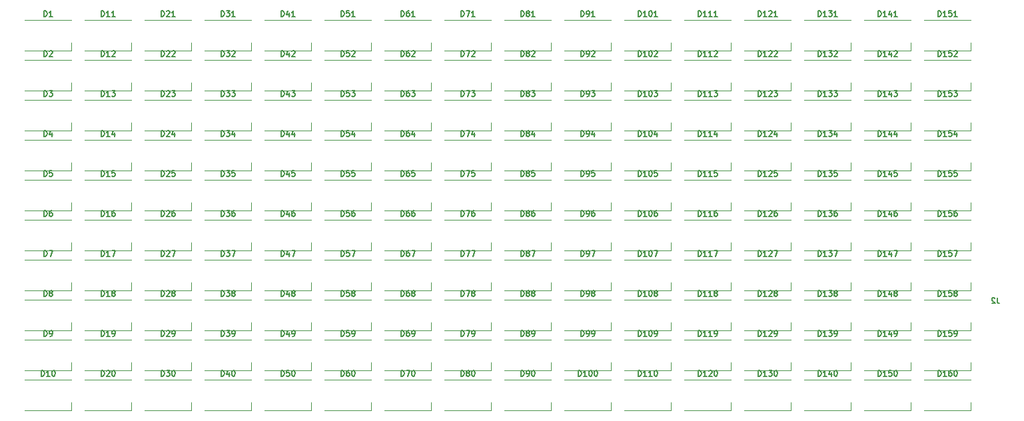
<source format=gbr>
G04 #@! TF.GenerationSoftware,KiCad,Pcbnew,(5.1.5-0-10_14)*
G04 #@! TF.CreationDate,2020-01-20T13:36:02-08:00*
G04 #@! TF.ProjectId,SpectrumAnayzerMini,53706563-7472-4756-9d41-6e61797a6572,rev?*
G04 #@! TF.SameCoordinates,Original*
G04 #@! TF.FileFunction,Legend,Top*
G04 #@! TF.FilePolarity,Positive*
%FSLAX46Y46*%
G04 Gerber Fmt 4.6, Leading zero omitted, Abs format (unit mm)*
G04 Created by KiCad (PCBNEW (5.1.5-0-10_14)) date 2020-01-20 13:36:02*
%MOMM*%
%LPD*%
G04 APERTURE LIST*
%ADD10C,0.120000*%
%ADD11C,0.150000*%
G04 APERTURE END LIST*
D10*
X196498000Y-130093000D02*
X196498000Y-129018000D01*
X190598000Y-130093000D02*
X196498000Y-130093000D01*
X190598000Y-126193000D02*
X196498000Y-126193000D01*
X196498000Y-125013000D02*
X196498000Y-123938000D01*
X190598000Y-125013000D02*
X196498000Y-125013000D01*
X190598000Y-121113000D02*
X196498000Y-121113000D01*
X196498000Y-119933000D02*
X196498000Y-118858000D01*
X190598000Y-119933000D02*
X196498000Y-119933000D01*
X190598000Y-116033000D02*
X196498000Y-116033000D01*
X196498000Y-114853000D02*
X196498000Y-113778000D01*
X190598000Y-114853000D02*
X196498000Y-114853000D01*
X190598000Y-110953000D02*
X196498000Y-110953000D01*
X196498000Y-109773000D02*
X196498000Y-108698000D01*
X190598000Y-109773000D02*
X196498000Y-109773000D01*
X190598000Y-105873000D02*
X196498000Y-105873000D01*
X196498000Y-104693000D02*
X196498000Y-103618000D01*
X190598000Y-104693000D02*
X196498000Y-104693000D01*
X190598000Y-100793000D02*
X196498000Y-100793000D01*
X196498000Y-99613000D02*
X196498000Y-98538000D01*
X190598000Y-99613000D02*
X196498000Y-99613000D01*
X190598000Y-95713000D02*
X196498000Y-95713000D01*
X196498000Y-94533000D02*
X196498000Y-93458000D01*
X190598000Y-94533000D02*
X196498000Y-94533000D01*
X190598000Y-90633000D02*
X196498000Y-90633000D01*
X196498000Y-89453000D02*
X196498000Y-88378000D01*
X190598000Y-89453000D02*
X196498000Y-89453000D01*
X190598000Y-85553000D02*
X196498000Y-85553000D01*
X196498000Y-84373000D02*
X196498000Y-83298000D01*
X190598000Y-84373000D02*
X196498000Y-84373000D01*
X190598000Y-80473000D02*
X196498000Y-80473000D01*
X188878000Y-130093000D02*
X188878000Y-129018000D01*
X182978000Y-130093000D02*
X188878000Y-130093000D01*
X182978000Y-126193000D02*
X188878000Y-126193000D01*
X188878000Y-125013000D02*
X188878000Y-123938000D01*
X182978000Y-125013000D02*
X188878000Y-125013000D01*
X182978000Y-121113000D02*
X188878000Y-121113000D01*
X188878000Y-119933000D02*
X188878000Y-118858000D01*
X182978000Y-119933000D02*
X188878000Y-119933000D01*
X182978000Y-116033000D02*
X188878000Y-116033000D01*
X188878000Y-114853000D02*
X188878000Y-113778000D01*
X182978000Y-114853000D02*
X188878000Y-114853000D01*
X182978000Y-110953000D02*
X188878000Y-110953000D01*
X188878000Y-109773000D02*
X188878000Y-108698000D01*
X182978000Y-109773000D02*
X188878000Y-109773000D01*
X182978000Y-105873000D02*
X188878000Y-105873000D01*
X188878000Y-104693000D02*
X188878000Y-103618000D01*
X182978000Y-104693000D02*
X188878000Y-104693000D01*
X182978000Y-100793000D02*
X188878000Y-100793000D01*
X188878000Y-99613000D02*
X188878000Y-98538000D01*
X182978000Y-99613000D02*
X188878000Y-99613000D01*
X182978000Y-95713000D02*
X188878000Y-95713000D01*
X188878000Y-94533000D02*
X188878000Y-93458000D01*
X182978000Y-94533000D02*
X188878000Y-94533000D01*
X182978000Y-90633000D02*
X188878000Y-90633000D01*
X188878000Y-89453000D02*
X188878000Y-88378000D01*
X182978000Y-89453000D02*
X188878000Y-89453000D01*
X182978000Y-85553000D02*
X188878000Y-85553000D01*
X188878000Y-84373000D02*
X188878000Y-83298000D01*
X182978000Y-84373000D02*
X188878000Y-84373000D01*
X182978000Y-80473000D02*
X188878000Y-80473000D01*
X181258000Y-130093000D02*
X181258000Y-129018000D01*
X175358000Y-130093000D02*
X181258000Y-130093000D01*
X175358000Y-126193000D02*
X181258000Y-126193000D01*
X181258000Y-125013000D02*
X181258000Y-123938000D01*
X175358000Y-125013000D02*
X181258000Y-125013000D01*
X175358000Y-121113000D02*
X181258000Y-121113000D01*
X181258000Y-119933000D02*
X181258000Y-118858000D01*
X175358000Y-119933000D02*
X181258000Y-119933000D01*
X175358000Y-116033000D02*
X181258000Y-116033000D01*
X181258000Y-114853000D02*
X181258000Y-113778000D01*
X175358000Y-114853000D02*
X181258000Y-114853000D01*
X175358000Y-110953000D02*
X181258000Y-110953000D01*
X181258000Y-109773000D02*
X181258000Y-108698000D01*
X175358000Y-109773000D02*
X181258000Y-109773000D01*
X175358000Y-105873000D02*
X181258000Y-105873000D01*
X181258000Y-104693000D02*
X181258000Y-103618000D01*
X175358000Y-104693000D02*
X181258000Y-104693000D01*
X175358000Y-100793000D02*
X181258000Y-100793000D01*
X181258000Y-99613000D02*
X181258000Y-98538000D01*
X175358000Y-99613000D02*
X181258000Y-99613000D01*
X175358000Y-95713000D02*
X181258000Y-95713000D01*
X181258000Y-94533000D02*
X181258000Y-93458000D01*
X175358000Y-94533000D02*
X181258000Y-94533000D01*
X175358000Y-90633000D02*
X181258000Y-90633000D01*
X181258000Y-89453000D02*
X181258000Y-88378000D01*
X175358000Y-89453000D02*
X181258000Y-89453000D01*
X175358000Y-85553000D02*
X181258000Y-85553000D01*
X181258000Y-84373000D02*
X181258000Y-83298000D01*
X175358000Y-84373000D02*
X181258000Y-84373000D01*
X175358000Y-80473000D02*
X181258000Y-80473000D01*
X173638000Y-130093000D02*
X173638000Y-129018000D01*
X167738000Y-130093000D02*
X173638000Y-130093000D01*
X167738000Y-126193000D02*
X173638000Y-126193000D01*
X173638000Y-125013000D02*
X173638000Y-123938000D01*
X167738000Y-125013000D02*
X173638000Y-125013000D01*
X167738000Y-121113000D02*
X173638000Y-121113000D01*
X173638000Y-119933000D02*
X173638000Y-118858000D01*
X167738000Y-119933000D02*
X173638000Y-119933000D01*
X167738000Y-116033000D02*
X173638000Y-116033000D01*
X173638000Y-114853000D02*
X173638000Y-113778000D01*
X167738000Y-114853000D02*
X173638000Y-114853000D01*
X167738000Y-110953000D02*
X173638000Y-110953000D01*
X173638000Y-109773000D02*
X173638000Y-108698000D01*
X167738000Y-109773000D02*
X173638000Y-109773000D01*
X167738000Y-105873000D02*
X173638000Y-105873000D01*
X173638000Y-104693000D02*
X173638000Y-103618000D01*
X167738000Y-104693000D02*
X173638000Y-104693000D01*
X167738000Y-100793000D02*
X173638000Y-100793000D01*
X173638000Y-99613000D02*
X173638000Y-98538000D01*
X167738000Y-99613000D02*
X173638000Y-99613000D01*
X167738000Y-95713000D02*
X173638000Y-95713000D01*
X173638000Y-94533000D02*
X173638000Y-93458000D01*
X167738000Y-94533000D02*
X173638000Y-94533000D01*
X167738000Y-90633000D02*
X173638000Y-90633000D01*
X173638000Y-89453000D02*
X173638000Y-88378000D01*
X167738000Y-89453000D02*
X173638000Y-89453000D01*
X167738000Y-85553000D02*
X173638000Y-85553000D01*
X173638000Y-84373000D02*
X173638000Y-83298000D01*
X167738000Y-84373000D02*
X173638000Y-84373000D01*
X167738000Y-80473000D02*
X173638000Y-80473000D01*
X166018000Y-130093000D02*
X166018000Y-129018000D01*
X160118000Y-130093000D02*
X166018000Y-130093000D01*
X160118000Y-126193000D02*
X166018000Y-126193000D01*
X166018000Y-125013000D02*
X166018000Y-123938000D01*
X160118000Y-125013000D02*
X166018000Y-125013000D01*
X160118000Y-121113000D02*
X166018000Y-121113000D01*
X166018000Y-119933000D02*
X166018000Y-118858000D01*
X160118000Y-119933000D02*
X166018000Y-119933000D01*
X160118000Y-116033000D02*
X166018000Y-116033000D01*
X166018000Y-114853000D02*
X166018000Y-113778000D01*
X160118000Y-114853000D02*
X166018000Y-114853000D01*
X160118000Y-110953000D02*
X166018000Y-110953000D01*
X166018000Y-109773000D02*
X166018000Y-108698000D01*
X160118000Y-109773000D02*
X166018000Y-109773000D01*
X160118000Y-105873000D02*
X166018000Y-105873000D01*
X166018000Y-104693000D02*
X166018000Y-103618000D01*
X160118000Y-104693000D02*
X166018000Y-104693000D01*
X160118000Y-100793000D02*
X166018000Y-100793000D01*
X166018000Y-99613000D02*
X166018000Y-98538000D01*
X160118000Y-99613000D02*
X166018000Y-99613000D01*
X160118000Y-95713000D02*
X166018000Y-95713000D01*
X166018000Y-94533000D02*
X166018000Y-93458000D01*
X160118000Y-94533000D02*
X166018000Y-94533000D01*
X160118000Y-90633000D02*
X166018000Y-90633000D01*
X166018000Y-89453000D02*
X166018000Y-88378000D01*
X160118000Y-89453000D02*
X166018000Y-89453000D01*
X160118000Y-85553000D02*
X166018000Y-85553000D01*
X166018000Y-84373000D02*
X166018000Y-83298000D01*
X160118000Y-84373000D02*
X166018000Y-84373000D01*
X160118000Y-80473000D02*
X166018000Y-80473000D01*
X158398000Y-130093000D02*
X158398000Y-129018000D01*
X152498000Y-130093000D02*
X158398000Y-130093000D01*
X152498000Y-126193000D02*
X158398000Y-126193000D01*
X158398000Y-125013000D02*
X158398000Y-123938000D01*
X152498000Y-125013000D02*
X158398000Y-125013000D01*
X152498000Y-121113000D02*
X158398000Y-121113000D01*
X158398000Y-119933000D02*
X158398000Y-118858000D01*
X152498000Y-119933000D02*
X158398000Y-119933000D01*
X152498000Y-116033000D02*
X158398000Y-116033000D01*
X158398000Y-114853000D02*
X158398000Y-113778000D01*
X152498000Y-114853000D02*
X158398000Y-114853000D01*
X152498000Y-110953000D02*
X158398000Y-110953000D01*
X158398000Y-109773000D02*
X158398000Y-108698000D01*
X152498000Y-109773000D02*
X158398000Y-109773000D01*
X152498000Y-105873000D02*
X158398000Y-105873000D01*
X158398000Y-104693000D02*
X158398000Y-103618000D01*
X152498000Y-104693000D02*
X158398000Y-104693000D01*
X152498000Y-100793000D02*
X158398000Y-100793000D01*
X158398000Y-99613000D02*
X158398000Y-98538000D01*
X152498000Y-99613000D02*
X158398000Y-99613000D01*
X152498000Y-95713000D02*
X158398000Y-95713000D01*
X158398000Y-94533000D02*
X158398000Y-93458000D01*
X152498000Y-94533000D02*
X158398000Y-94533000D01*
X152498000Y-90633000D02*
X158398000Y-90633000D01*
X158398000Y-89453000D02*
X158398000Y-88378000D01*
X152498000Y-89453000D02*
X158398000Y-89453000D01*
X152498000Y-85553000D02*
X158398000Y-85553000D01*
X158398000Y-84373000D02*
X158398000Y-83298000D01*
X152498000Y-84373000D02*
X158398000Y-84373000D01*
X152498000Y-80473000D02*
X158398000Y-80473000D01*
X150778000Y-130093000D02*
X150778000Y-129018000D01*
X144878000Y-130093000D02*
X150778000Y-130093000D01*
X144878000Y-126193000D02*
X150778000Y-126193000D01*
X150778000Y-125013000D02*
X150778000Y-123938000D01*
X144878000Y-125013000D02*
X150778000Y-125013000D01*
X144878000Y-121113000D02*
X150778000Y-121113000D01*
X150778000Y-119933000D02*
X150778000Y-118858000D01*
X144878000Y-119933000D02*
X150778000Y-119933000D01*
X144878000Y-116033000D02*
X150778000Y-116033000D01*
X150778000Y-114853000D02*
X150778000Y-113778000D01*
X144878000Y-114853000D02*
X150778000Y-114853000D01*
X144878000Y-110953000D02*
X150778000Y-110953000D01*
X150778000Y-109773000D02*
X150778000Y-108698000D01*
X144878000Y-109773000D02*
X150778000Y-109773000D01*
X144878000Y-105873000D02*
X150778000Y-105873000D01*
X150778000Y-104693000D02*
X150778000Y-103618000D01*
X144878000Y-104693000D02*
X150778000Y-104693000D01*
X144878000Y-100793000D02*
X150778000Y-100793000D01*
X150778000Y-99613000D02*
X150778000Y-98538000D01*
X144878000Y-99613000D02*
X150778000Y-99613000D01*
X144878000Y-95713000D02*
X150778000Y-95713000D01*
X150778000Y-94533000D02*
X150778000Y-93458000D01*
X144878000Y-94533000D02*
X150778000Y-94533000D01*
X144878000Y-90633000D02*
X150778000Y-90633000D01*
X150778000Y-89453000D02*
X150778000Y-88378000D01*
X144878000Y-89453000D02*
X150778000Y-89453000D01*
X144878000Y-85553000D02*
X150778000Y-85553000D01*
X150778000Y-84373000D02*
X150778000Y-83298000D01*
X144878000Y-84373000D02*
X150778000Y-84373000D01*
X144878000Y-80473000D02*
X150778000Y-80473000D01*
X143158000Y-130093000D02*
X143158000Y-129018000D01*
X137258000Y-130093000D02*
X143158000Y-130093000D01*
X137258000Y-126193000D02*
X143158000Y-126193000D01*
X143158000Y-125013000D02*
X143158000Y-123938000D01*
X137258000Y-125013000D02*
X143158000Y-125013000D01*
X137258000Y-121113000D02*
X143158000Y-121113000D01*
X143158000Y-119933000D02*
X143158000Y-118858000D01*
X137258000Y-119933000D02*
X143158000Y-119933000D01*
X137258000Y-116033000D02*
X143158000Y-116033000D01*
X143158000Y-114853000D02*
X143158000Y-113778000D01*
X137258000Y-114853000D02*
X143158000Y-114853000D01*
X137258000Y-110953000D02*
X143158000Y-110953000D01*
X143158000Y-109773000D02*
X143158000Y-108698000D01*
X137258000Y-109773000D02*
X143158000Y-109773000D01*
X137258000Y-105873000D02*
X143158000Y-105873000D01*
X143158000Y-104693000D02*
X143158000Y-103618000D01*
X137258000Y-104693000D02*
X143158000Y-104693000D01*
X137258000Y-100793000D02*
X143158000Y-100793000D01*
X143158000Y-99613000D02*
X143158000Y-98538000D01*
X137258000Y-99613000D02*
X143158000Y-99613000D01*
X137258000Y-95713000D02*
X143158000Y-95713000D01*
X143158000Y-94533000D02*
X143158000Y-93458000D01*
X137258000Y-94533000D02*
X143158000Y-94533000D01*
X137258000Y-90633000D02*
X143158000Y-90633000D01*
X143158000Y-89453000D02*
X143158000Y-88378000D01*
X137258000Y-89453000D02*
X143158000Y-89453000D01*
X137258000Y-85553000D02*
X143158000Y-85553000D01*
X143158000Y-84373000D02*
X143158000Y-83298000D01*
X137258000Y-84373000D02*
X143158000Y-84373000D01*
X137258000Y-80473000D02*
X143158000Y-80473000D01*
X135538000Y-130093000D02*
X135538000Y-129018000D01*
X129638000Y-130093000D02*
X135538000Y-130093000D01*
X129638000Y-126193000D02*
X135538000Y-126193000D01*
X135538000Y-125013000D02*
X135538000Y-123938000D01*
X129638000Y-125013000D02*
X135538000Y-125013000D01*
X129638000Y-121113000D02*
X135538000Y-121113000D01*
X135538000Y-119933000D02*
X135538000Y-118858000D01*
X129638000Y-119933000D02*
X135538000Y-119933000D01*
X129638000Y-116033000D02*
X135538000Y-116033000D01*
X135538000Y-114853000D02*
X135538000Y-113778000D01*
X129638000Y-114853000D02*
X135538000Y-114853000D01*
X129638000Y-110953000D02*
X135538000Y-110953000D01*
X135538000Y-109773000D02*
X135538000Y-108698000D01*
X129638000Y-109773000D02*
X135538000Y-109773000D01*
X129638000Y-105873000D02*
X135538000Y-105873000D01*
X135538000Y-104693000D02*
X135538000Y-103618000D01*
X129638000Y-104693000D02*
X135538000Y-104693000D01*
X129638000Y-100793000D02*
X135538000Y-100793000D01*
X135538000Y-99613000D02*
X135538000Y-98538000D01*
X129638000Y-99613000D02*
X135538000Y-99613000D01*
X129638000Y-95713000D02*
X135538000Y-95713000D01*
X135538000Y-94533000D02*
X135538000Y-93458000D01*
X129638000Y-94533000D02*
X135538000Y-94533000D01*
X129638000Y-90633000D02*
X135538000Y-90633000D01*
X135538000Y-89453000D02*
X135538000Y-88378000D01*
X129638000Y-89453000D02*
X135538000Y-89453000D01*
X129638000Y-85553000D02*
X135538000Y-85553000D01*
X135538000Y-84373000D02*
X135538000Y-83298000D01*
X129638000Y-84373000D02*
X135538000Y-84373000D01*
X129638000Y-80473000D02*
X135538000Y-80473000D01*
X127918000Y-130093000D02*
X127918000Y-129018000D01*
X122018000Y-130093000D02*
X127918000Y-130093000D01*
X122018000Y-126193000D02*
X127918000Y-126193000D01*
X127918000Y-125013000D02*
X127918000Y-123938000D01*
X122018000Y-125013000D02*
X127918000Y-125013000D01*
X122018000Y-121113000D02*
X127918000Y-121113000D01*
X127918000Y-119933000D02*
X127918000Y-118858000D01*
X122018000Y-119933000D02*
X127918000Y-119933000D01*
X122018000Y-116033000D02*
X127918000Y-116033000D01*
X127918000Y-114853000D02*
X127918000Y-113778000D01*
X122018000Y-114853000D02*
X127918000Y-114853000D01*
X122018000Y-110953000D02*
X127918000Y-110953000D01*
X127918000Y-109773000D02*
X127918000Y-108698000D01*
X122018000Y-109773000D02*
X127918000Y-109773000D01*
X122018000Y-105873000D02*
X127918000Y-105873000D01*
X127918000Y-104693000D02*
X127918000Y-103618000D01*
X122018000Y-104693000D02*
X127918000Y-104693000D01*
X122018000Y-100793000D02*
X127918000Y-100793000D01*
X127918000Y-99613000D02*
X127918000Y-98538000D01*
X122018000Y-99613000D02*
X127918000Y-99613000D01*
X122018000Y-95713000D02*
X127918000Y-95713000D01*
X127918000Y-94533000D02*
X127918000Y-93458000D01*
X122018000Y-94533000D02*
X127918000Y-94533000D01*
X122018000Y-90633000D02*
X127918000Y-90633000D01*
X127918000Y-89453000D02*
X127918000Y-88378000D01*
X122018000Y-89453000D02*
X127918000Y-89453000D01*
X122018000Y-85553000D02*
X127918000Y-85553000D01*
X127918000Y-84373000D02*
X127918000Y-83298000D01*
X122018000Y-84373000D02*
X127918000Y-84373000D01*
X122018000Y-80473000D02*
X127918000Y-80473000D01*
X120298000Y-130093000D02*
X120298000Y-129018000D01*
X114398000Y-130093000D02*
X120298000Y-130093000D01*
X114398000Y-126193000D02*
X120298000Y-126193000D01*
X120298000Y-125013000D02*
X120298000Y-123938000D01*
X114398000Y-125013000D02*
X120298000Y-125013000D01*
X114398000Y-121113000D02*
X120298000Y-121113000D01*
X120298000Y-119933000D02*
X120298000Y-118858000D01*
X114398000Y-119933000D02*
X120298000Y-119933000D01*
X114398000Y-116033000D02*
X120298000Y-116033000D01*
X120298000Y-114853000D02*
X120298000Y-113778000D01*
X114398000Y-114853000D02*
X120298000Y-114853000D01*
X114398000Y-110953000D02*
X120298000Y-110953000D01*
X120298000Y-109773000D02*
X120298000Y-108698000D01*
X114398000Y-109773000D02*
X120298000Y-109773000D01*
X114398000Y-105873000D02*
X120298000Y-105873000D01*
X120298000Y-104693000D02*
X120298000Y-103618000D01*
X114398000Y-104693000D02*
X120298000Y-104693000D01*
X114398000Y-100793000D02*
X120298000Y-100793000D01*
X120298000Y-99613000D02*
X120298000Y-98538000D01*
X114398000Y-99613000D02*
X120298000Y-99613000D01*
X114398000Y-95713000D02*
X120298000Y-95713000D01*
X120298000Y-94533000D02*
X120298000Y-93458000D01*
X114398000Y-94533000D02*
X120298000Y-94533000D01*
X114398000Y-90633000D02*
X120298000Y-90633000D01*
X120298000Y-89453000D02*
X120298000Y-88378000D01*
X114398000Y-89453000D02*
X120298000Y-89453000D01*
X114398000Y-85553000D02*
X120298000Y-85553000D01*
X120298000Y-84373000D02*
X120298000Y-83298000D01*
X114398000Y-84373000D02*
X120298000Y-84373000D01*
X114398000Y-80473000D02*
X120298000Y-80473000D01*
X112678000Y-130093000D02*
X112678000Y-129018000D01*
X106778000Y-130093000D02*
X112678000Y-130093000D01*
X106778000Y-126193000D02*
X112678000Y-126193000D01*
X112678000Y-125013000D02*
X112678000Y-123938000D01*
X106778000Y-125013000D02*
X112678000Y-125013000D01*
X106778000Y-121113000D02*
X112678000Y-121113000D01*
X112678000Y-119933000D02*
X112678000Y-118858000D01*
X106778000Y-119933000D02*
X112678000Y-119933000D01*
X106778000Y-116033000D02*
X112678000Y-116033000D01*
X112678000Y-114853000D02*
X112678000Y-113778000D01*
X106778000Y-114853000D02*
X112678000Y-114853000D01*
X106778000Y-110953000D02*
X112678000Y-110953000D01*
X112678000Y-109773000D02*
X112678000Y-108698000D01*
X106778000Y-109773000D02*
X112678000Y-109773000D01*
X106778000Y-105873000D02*
X112678000Y-105873000D01*
X112678000Y-104693000D02*
X112678000Y-103618000D01*
X106778000Y-104693000D02*
X112678000Y-104693000D01*
X106778000Y-100793000D02*
X112678000Y-100793000D01*
X112678000Y-99613000D02*
X112678000Y-98538000D01*
X106778000Y-99613000D02*
X112678000Y-99613000D01*
X106778000Y-95713000D02*
X112678000Y-95713000D01*
X112678000Y-94533000D02*
X112678000Y-93458000D01*
X106778000Y-94533000D02*
X112678000Y-94533000D01*
X106778000Y-90633000D02*
X112678000Y-90633000D01*
X112678000Y-89453000D02*
X112678000Y-88378000D01*
X106778000Y-89453000D02*
X112678000Y-89453000D01*
X106778000Y-85553000D02*
X112678000Y-85553000D01*
X112678000Y-84373000D02*
X112678000Y-83298000D01*
X106778000Y-84373000D02*
X112678000Y-84373000D01*
X106778000Y-80473000D02*
X112678000Y-80473000D01*
X105058000Y-130093000D02*
X105058000Y-129018000D01*
X99158000Y-130093000D02*
X105058000Y-130093000D01*
X99158000Y-126193000D02*
X105058000Y-126193000D01*
X105058000Y-125013000D02*
X105058000Y-123938000D01*
X99158000Y-125013000D02*
X105058000Y-125013000D01*
X99158000Y-121113000D02*
X105058000Y-121113000D01*
X105058000Y-119933000D02*
X105058000Y-118858000D01*
X99158000Y-119933000D02*
X105058000Y-119933000D01*
X99158000Y-116033000D02*
X105058000Y-116033000D01*
X105058000Y-114853000D02*
X105058000Y-113778000D01*
X99158000Y-114853000D02*
X105058000Y-114853000D01*
X99158000Y-110953000D02*
X105058000Y-110953000D01*
X105058000Y-109773000D02*
X105058000Y-108698000D01*
X99158000Y-109773000D02*
X105058000Y-109773000D01*
X99158000Y-105873000D02*
X105058000Y-105873000D01*
X105058000Y-104693000D02*
X105058000Y-103618000D01*
X99158000Y-104693000D02*
X105058000Y-104693000D01*
X99158000Y-100793000D02*
X105058000Y-100793000D01*
X105058000Y-99613000D02*
X105058000Y-98538000D01*
X99158000Y-99613000D02*
X105058000Y-99613000D01*
X99158000Y-95713000D02*
X105058000Y-95713000D01*
X105058000Y-94533000D02*
X105058000Y-93458000D01*
X99158000Y-94533000D02*
X105058000Y-94533000D01*
X99158000Y-90633000D02*
X105058000Y-90633000D01*
X105058000Y-89453000D02*
X105058000Y-88378000D01*
X99158000Y-89453000D02*
X105058000Y-89453000D01*
X99158000Y-85553000D02*
X105058000Y-85553000D01*
X105058000Y-84373000D02*
X105058000Y-83298000D01*
X99158000Y-84373000D02*
X105058000Y-84373000D01*
X99158000Y-80473000D02*
X105058000Y-80473000D01*
X97438000Y-130093000D02*
X97438000Y-129018000D01*
X91538000Y-130093000D02*
X97438000Y-130093000D01*
X91538000Y-126193000D02*
X97438000Y-126193000D01*
X97438000Y-125013000D02*
X97438000Y-123938000D01*
X91538000Y-125013000D02*
X97438000Y-125013000D01*
X91538000Y-121113000D02*
X97438000Y-121113000D01*
X97438000Y-119933000D02*
X97438000Y-118858000D01*
X91538000Y-119933000D02*
X97438000Y-119933000D01*
X91538000Y-116033000D02*
X97438000Y-116033000D01*
X97438000Y-114853000D02*
X97438000Y-113778000D01*
X91538000Y-114853000D02*
X97438000Y-114853000D01*
X91538000Y-110953000D02*
X97438000Y-110953000D01*
X97438000Y-109773000D02*
X97438000Y-108698000D01*
X91538000Y-109773000D02*
X97438000Y-109773000D01*
X91538000Y-105873000D02*
X97438000Y-105873000D01*
X97438000Y-104693000D02*
X97438000Y-103618000D01*
X91538000Y-104693000D02*
X97438000Y-104693000D01*
X91538000Y-100793000D02*
X97438000Y-100793000D01*
X97438000Y-99613000D02*
X97438000Y-98538000D01*
X91538000Y-99613000D02*
X97438000Y-99613000D01*
X91538000Y-95713000D02*
X97438000Y-95713000D01*
X97438000Y-94533000D02*
X97438000Y-93458000D01*
X91538000Y-94533000D02*
X97438000Y-94533000D01*
X91538000Y-90633000D02*
X97438000Y-90633000D01*
X97438000Y-89453000D02*
X97438000Y-88378000D01*
X91538000Y-89453000D02*
X97438000Y-89453000D01*
X91538000Y-85553000D02*
X97438000Y-85553000D01*
X97438000Y-84373000D02*
X97438000Y-83298000D01*
X91538000Y-84373000D02*
X97438000Y-84373000D01*
X91538000Y-80473000D02*
X97438000Y-80473000D01*
X89818000Y-130093000D02*
X89818000Y-129018000D01*
X83918000Y-130093000D02*
X89818000Y-130093000D01*
X83918000Y-126193000D02*
X89818000Y-126193000D01*
X89818000Y-125013000D02*
X89818000Y-123938000D01*
X83918000Y-125013000D02*
X89818000Y-125013000D01*
X83918000Y-121113000D02*
X89818000Y-121113000D01*
X89818000Y-119933000D02*
X89818000Y-118858000D01*
X83918000Y-119933000D02*
X89818000Y-119933000D01*
X83918000Y-116033000D02*
X89818000Y-116033000D01*
X89818000Y-114853000D02*
X89818000Y-113778000D01*
X83918000Y-114853000D02*
X89818000Y-114853000D01*
X83918000Y-110953000D02*
X89818000Y-110953000D01*
X89818000Y-109773000D02*
X89818000Y-108698000D01*
X83918000Y-109773000D02*
X89818000Y-109773000D01*
X83918000Y-105873000D02*
X89818000Y-105873000D01*
X89818000Y-104693000D02*
X89818000Y-103618000D01*
X83918000Y-104693000D02*
X89818000Y-104693000D01*
X83918000Y-100793000D02*
X89818000Y-100793000D01*
X89818000Y-99613000D02*
X89818000Y-98538000D01*
X83918000Y-99613000D02*
X89818000Y-99613000D01*
X83918000Y-95713000D02*
X89818000Y-95713000D01*
X89818000Y-94533000D02*
X89818000Y-93458000D01*
X83918000Y-94533000D02*
X89818000Y-94533000D01*
X83918000Y-90633000D02*
X89818000Y-90633000D01*
X89818000Y-89453000D02*
X89818000Y-88378000D01*
X83918000Y-89453000D02*
X89818000Y-89453000D01*
X83918000Y-85553000D02*
X89818000Y-85553000D01*
X89818000Y-84373000D02*
X89818000Y-83298000D01*
X83918000Y-84373000D02*
X89818000Y-84373000D01*
X83918000Y-80473000D02*
X89818000Y-80473000D01*
X82198000Y-130093000D02*
X82198000Y-129018000D01*
X76298000Y-130093000D02*
X82198000Y-130093000D01*
X76298000Y-126193000D02*
X82198000Y-126193000D01*
X82198000Y-125013000D02*
X82198000Y-123938000D01*
X76298000Y-125013000D02*
X82198000Y-125013000D01*
X76298000Y-121113000D02*
X82198000Y-121113000D01*
X82198000Y-119933000D02*
X82198000Y-118858000D01*
X76298000Y-119933000D02*
X82198000Y-119933000D01*
X76298000Y-116033000D02*
X82198000Y-116033000D01*
X82198000Y-114853000D02*
X82198000Y-113778000D01*
X76298000Y-114853000D02*
X82198000Y-114853000D01*
X76298000Y-110953000D02*
X82198000Y-110953000D01*
X82198000Y-109773000D02*
X82198000Y-108698000D01*
X76298000Y-109773000D02*
X82198000Y-109773000D01*
X76298000Y-105873000D02*
X82198000Y-105873000D01*
X82198000Y-104693000D02*
X82198000Y-103618000D01*
X76298000Y-104693000D02*
X82198000Y-104693000D01*
X76298000Y-100793000D02*
X82198000Y-100793000D01*
X82198000Y-99613000D02*
X82198000Y-98538000D01*
X76298000Y-99613000D02*
X82198000Y-99613000D01*
X76298000Y-95713000D02*
X82198000Y-95713000D01*
X82198000Y-94533000D02*
X82198000Y-93458000D01*
X76298000Y-94533000D02*
X82198000Y-94533000D01*
X76298000Y-90633000D02*
X82198000Y-90633000D01*
X82198000Y-89453000D02*
X82198000Y-88378000D01*
X76298000Y-89453000D02*
X82198000Y-89453000D01*
X76298000Y-85553000D02*
X82198000Y-85553000D01*
X82198000Y-84373000D02*
X82198000Y-83298000D01*
X76298000Y-84373000D02*
X82198000Y-84373000D01*
X76298000Y-80473000D02*
X82198000Y-80473000D01*
D11*
X192345733Y-125714733D02*
X192345733Y-125003533D01*
X192515066Y-125003533D01*
X192616666Y-125037400D01*
X192684400Y-125105133D01*
X192718266Y-125172866D01*
X192752133Y-125308333D01*
X192752133Y-125409933D01*
X192718266Y-125545400D01*
X192684400Y-125613133D01*
X192616666Y-125680866D01*
X192515066Y-125714733D01*
X192345733Y-125714733D01*
X193429466Y-125714733D02*
X193023066Y-125714733D01*
X193226266Y-125714733D02*
X193226266Y-125003533D01*
X193158533Y-125105133D01*
X193090800Y-125172866D01*
X193023066Y-125206733D01*
X194039066Y-125003533D02*
X193903600Y-125003533D01*
X193835866Y-125037400D01*
X193802000Y-125071266D01*
X193734266Y-125172866D01*
X193700400Y-125308333D01*
X193700400Y-125579266D01*
X193734266Y-125647000D01*
X193768133Y-125680866D01*
X193835866Y-125714733D01*
X193971333Y-125714733D01*
X194039066Y-125680866D01*
X194072933Y-125647000D01*
X194106800Y-125579266D01*
X194106800Y-125409933D01*
X194072933Y-125342200D01*
X194039066Y-125308333D01*
X193971333Y-125274466D01*
X193835866Y-125274466D01*
X193768133Y-125308333D01*
X193734266Y-125342200D01*
X193700400Y-125409933D01*
X194547066Y-125003533D02*
X194614800Y-125003533D01*
X194682533Y-125037400D01*
X194716400Y-125071266D01*
X194750266Y-125139000D01*
X194784133Y-125274466D01*
X194784133Y-125443800D01*
X194750266Y-125579266D01*
X194716400Y-125647000D01*
X194682533Y-125680866D01*
X194614800Y-125714733D01*
X194547066Y-125714733D01*
X194479333Y-125680866D01*
X194445466Y-125647000D01*
X194411600Y-125579266D01*
X194377733Y-125443800D01*
X194377733Y-125274466D01*
X194411600Y-125139000D01*
X194445466Y-125071266D01*
X194479333Y-125037400D01*
X194547066Y-125003533D01*
X192345733Y-120634733D02*
X192345733Y-119923533D01*
X192515066Y-119923533D01*
X192616666Y-119957400D01*
X192684400Y-120025133D01*
X192718266Y-120092866D01*
X192752133Y-120228333D01*
X192752133Y-120329933D01*
X192718266Y-120465400D01*
X192684400Y-120533133D01*
X192616666Y-120600866D01*
X192515066Y-120634733D01*
X192345733Y-120634733D01*
X193429466Y-120634733D02*
X193023066Y-120634733D01*
X193226266Y-120634733D02*
X193226266Y-119923533D01*
X193158533Y-120025133D01*
X193090800Y-120092866D01*
X193023066Y-120126733D01*
X194072933Y-119923533D02*
X193734266Y-119923533D01*
X193700400Y-120262200D01*
X193734266Y-120228333D01*
X193802000Y-120194466D01*
X193971333Y-120194466D01*
X194039066Y-120228333D01*
X194072933Y-120262200D01*
X194106800Y-120329933D01*
X194106800Y-120499266D01*
X194072933Y-120567000D01*
X194039066Y-120600866D01*
X193971333Y-120634733D01*
X193802000Y-120634733D01*
X193734266Y-120600866D01*
X193700400Y-120567000D01*
X194445466Y-120634733D02*
X194580933Y-120634733D01*
X194648666Y-120600866D01*
X194682533Y-120567000D01*
X194750266Y-120465400D01*
X194784133Y-120329933D01*
X194784133Y-120059000D01*
X194750266Y-119991266D01*
X194716400Y-119957400D01*
X194648666Y-119923533D01*
X194513200Y-119923533D01*
X194445466Y-119957400D01*
X194411600Y-119991266D01*
X194377733Y-120059000D01*
X194377733Y-120228333D01*
X194411600Y-120296066D01*
X194445466Y-120329933D01*
X194513200Y-120363800D01*
X194648666Y-120363800D01*
X194716400Y-120329933D01*
X194750266Y-120296066D01*
X194784133Y-120228333D01*
X192345733Y-115554733D02*
X192345733Y-114843533D01*
X192515066Y-114843533D01*
X192616666Y-114877400D01*
X192684400Y-114945133D01*
X192718266Y-115012866D01*
X192752133Y-115148333D01*
X192752133Y-115249933D01*
X192718266Y-115385400D01*
X192684400Y-115453133D01*
X192616666Y-115520866D01*
X192515066Y-115554733D01*
X192345733Y-115554733D01*
X193429466Y-115554733D02*
X193023066Y-115554733D01*
X193226266Y-115554733D02*
X193226266Y-114843533D01*
X193158533Y-114945133D01*
X193090800Y-115012866D01*
X193023066Y-115046733D01*
X194072933Y-114843533D02*
X193734266Y-114843533D01*
X193700400Y-115182200D01*
X193734266Y-115148333D01*
X193802000Y-115114466D01*
X193971333Y-115114466D01*
X194039066Y-115148333D01*
X194072933Y-115182200D01*
X194106800Y-115249933D01*
X194106800Y-115419266D01*
X194072933Y-115487000D01*
X194039066Y-115520866D01*
X193971333Y-115554733D01*
X193802000Y-115554733D01*
X193734266Y-115520866D01*
X193700400Y-115487000D01*
X194513200Y-115148333D02*
X194445466Y-115114466D01*
X194411600Y-115080600D01*
X194377733Y-115012866D01*
X194377733Y-114979000D01*
X194411600Y-114911266D01*
X194445466Y-114877400D01*
X194513200Y-114843533D01*
X194648666Y-114843533D01*
X194716400Y-114877400D01*
X194750266Y-114911266D01*
X194784133Y-114979000D01*
X194784133Y-115012866D01*
X194750266Y-115080600D01*
X194716400Y-115114466D01*
X194648666Y-115148333D01*
X194513200Y-115148333D01*
X194445466Y-115182200D01*
X194411600Y-115216066D01*
X194377733Y-115283800D01*
X194377733Y-115419266D01*
X194411600Y-115487000D01*
X194445466Y-115520866D01*
X194513200Y-115554733D01*
X194648666Y-115554733D01*
X194716400Y-115520866D01*
X194750266Y-115487000D01*
X194784133Y-115419266D01*
X194784133Y-115283800D01*
X194750266Y-115216066D01*
X194716400Y-115182200D01*
X194648666Y-115148333D01*
X192345733Y-110474733D02*
X192345733Y-109763533D01*
X192515066Y-109763533D01*
X192616666Y-109797400D01*
X192684400Y-109865133D01*
X192718266Y-109932866D01*
X192752133Y-110068333D01*
X192752133Y-110169933D01*
X192718266Y-110305400D01*
X192684400Y-110373133D01*
X192616666Y-110440866D01*
X192515066Y-110474733D01*
X192345733Y-110474733D01*
X193429466Y-110474733D02*
X193023066Y-110474733D01*
X193226266Y-110474733D02*
X193226266Y-109763533D01*
X193158533Y-109865133D01*
X193090800Y-109932866D01*
X193023066Y-109966733D01*
X194072933Y-109763533D02*
X193734266Y-109763533D01*
X193700400Y-110102200D01*
X193734266Y-110068333D01*
X193802000Y-110034466D01*
X193971333Y-110034466D01*
X194039066Y-110068333D01*
X194072933Y-110102200D01*
X194106800Y-110169933D01*
X194106800Y-110339266D01*
X194072933Y-110407000D01*
X194039066Y-110440866D01*
X193971333Y-110474733D01*
X193802000Y-110474733D01*
X193734266Y-110440866D01*
X193700400Y-110407000D01*
X194343866Y-109763533D02*
X194818000Y-109763533D01*
X194513200Y-110474733D01*
X192345733Y-105394733D02*
X192345733Y-104683533D01*
X192515066Y-104683533D01*
X192616666Y-104717400D01*
X192684400Y-104785133D01*
X192718266Y-104852866D01*
X192752133Y-104988333D01*
X192752133Y-105089933D01*
X192718266Y-105225400D01*
X192684400Y-105293133D01*
X192616666Y-105360866D01*
X192515066Y-105394733D01*
X192345733Y-105394733D01*
X193429466Y-105394733D02*
X193023066Y-105394733D01*
X193226266Y-105394733D02*
X193226266Y-104683533D01*
X193158533Y-104785133D01*
X193090800Y-104852866D01*
X193023066Y-104886733D01*
X194072933Y-104683533D02*
X193734266Y-104683533D01*
X193700400Y-105022200D01*
X193734266Y-104988333D01*
X193802000Y-104954466D01*
X193971333Y-104954466D01*
X194039066Y-104988333D01*
X194072933Y-105022200D01*
X194106800Y-105089933D01*
X194106800Y-105259266D01*
X194072933Y-105327000D01*
X194039066Y-105360866D01*
X193971333Y-105394733D01*
X193802000Y-105394733D01*
X193734266Y-105360866D01*
X193700400Y-105327000D01*
X194716400Y-104683533D02*
X194580933Y-104683533D01*
X194513200Y-104717400D01*
X194479333Y-104751266D01*
X194411600Y-104852866D01*
X194377733Y-104988333D01*
X194377733Y-105259266D01*
X194411600Y-105327000D01*
X194445466Y-105360866D01*
X194513200Y-105394733D01*
X194648666Y-105394733D01*
X194716400Y-105360866D01*
X194750266Y-105327000D01*
X194784133Y-105259266D01*
X194784133Y-105089933D01*
X194750266Y-105022200D01*
X194716400Y-104988333D01*
X194648666Y-104954466D01*
X194513200Y-104954466D01*
X194445466Y-104988333D01*
X194411600Y-105022200D01*
X194377733Y-105089933D01*
X192345733Y-100314733D02*
X192345733Y-99603533D01*
X192515066Y-99603533D01*
X192616666Y-99637400D01*
X192684400Y-99705133D01*
X192718266Y-99772866D01*
X192752133Y-99908333D01*
X192752133Y-100009933D01*
X192718266Y-100145400D01*
X192684400Y-100213133D01*
X192616666Y-100280866D01*
X192515066Y-100314733D01*
X192345733Y-100314733D01*
X193429466Y-100314733D02*
X193023066Y-100314733D01*
X193226266Y-100314733D02*
X193226266Y-99603533D01*
X193158533Y-99705133D01*
X193090800Y-99772866D01*
X193023066Y-99806733D01*
X194072933Y-99603533D02*
X193734266Y-99603533D01*
X193700400Y-99942200D01*
X193734266Y-99908333D01*
X193802000Y-99874466D01*
X193971333Y-99874466D01*
X194039066Y-99908333D01*
X194072933Y-99942200D01*
X194106800Y-100009933D01*
X194106800Y-100179266D01*
X194072933Y-100247000D01*
X194039066Y-100280866D01*
X193971333Y-100314733D01*
X193802000Y-100314733D01*
X193734266Y-100280866D01*
X193700400Y-100247000D01*
X194750266Y-99603533D02*
X194411600Y-99603533D01*
X194377733Y-99942200D01*
X194411600Y-99908333D01*
X194479333Y-99874466D01*
X194648666Y-99874466D01*
X194716400Y-99908333D01*
X194750266Y-99942200D01*
X194784133Y-100009933D01*
X194784133Y-100179266D01*
X194750266Y-100247000D01*
X194716400Y-100280866D01*
X194648666Y-100314733D01*
X194479333Y-100314733D01*
X194411600Y-100280866D01*
X194377733Y-100247000D01*
X192345733Y-95234733D02*
X192345733Y-94523533D01*
X192515066Y-94523533D01*
X192616666Y-94557400D01*
X192684400Y-94625133D01*
X192718266Y-94692866D01*
X192752133Y-94828333D01*
X192752133Y-94929933D01*
X192718266Y-95065400D01*
X192684400Y-95133133D01*
X192616666Y-95200866D01*
X192515066Y-95234733D01*
X192345733Y-95234733D01*
X193429466Y-95234733D02*
X193023066Y-95234733D01*
X193226266Y-95234733D02*
X193226266Y-94523533D01*
X193158533Y-94625133D01*
X193090800Y-94692866D01*
X193023066Y-94726733D01*
X194072933Y-94523533D02*
X193734266Y-94523533D01*
X193700400Y-94862200D01*
X193734266Y-94828333D01*
X193802000Y-94794466D01*
X193971333Y-94794466D01*
X194039066Y-94828333D01*
X194072933Y-94862200D01*
X194106800Y-94929933D01*
X194106800Y-95099266D01*
X194072933Y-95167000D01*
X194039066Y-95200866D01*
X193971333Y-95234733D01*
X193802000Y-95234733D01*
X193734266Y-95200866D01*
X193700400Y-95167000D01*
X194716400Y-94760600D02*
X194716400Y-95234733D01*
X194547066Y-94489666D02*
X194377733Y-94997666D01*
X194818000Y-94997666D01*
X192345733Y-90154733D02*
X192345733Y-89443533D01*
X192515066Y-89443533D01*
X192616666Y-89477400D01*
X192684400Y-89545133D01*
X192718266Y-89612866D01*
X192752133Y-89748333D01*
X192752133Y-89849933D01*
X192718266Y-89985400D01*
X192684400Y-90053133D01*
X192616666Y-90120866D01*
X192515066Y-90154733D01*
X192345733Y-90154733D01*
X193429466Y-90154733D02*
X193023066Y-90154733D01*
X193226266Y-90154733D02*
X193226266Y-89443533D01*
X193158533Y-89545133D01*
X193090800Y-89612866D01*
X193023066Y-89646733D01*
X194072933Y-89443533D02*
X193734266Y-89443533D01*
X193700400Y-89782200D01*
X193734266Y-89748333D01*
X193802000Y-89714466D01*
X193971333Y-89714466D01*
X194039066Y-89748333D01*
X194072933Y-89782200D01*
X194106800Y-89849933D01*
X194106800Y-90019266D01*
X194072933Y-90087000D01*
X194039066Y-90120866D01*
X193971333Y-90154733D01*
X193802000Y-90154733D01*
X193734266Y-90120866D01*
X193700400Y-90087000D01*
X194343866Y-89443533D02*
X194784133Y-89443533D01*
X194547066Y-89714466D01*
X194648666Y-89714466D01*
X194716400Y-89748333D01*
X194750266Y-89782200D01*
X194784133Y-89849933D01*
X194784133Y-90019266D01*
X194750266Y-90087000D01*
X194716400Y-90120866D01*
X194648666Y-90154733D01*
X194445466Y-90154733D01*
X194377733Y-90120866D01*
X194343866Y-90087000D01*
X192345733Y-85074733D02*
X192345733Y-84363533D01*
X192515066Y-84363533D01*
X192616666Y-84397400D01*
X192684400Y-84465133D01*
X192718266Y-84532866D01*
X192752133Y-84668333D01*
X192752133Y-84769933D01*
X192718266Y-84905400D01*
X192684400Y-84973133D01*
X192616666Y-85040866D01*
X192515066Y-85074733D01*
X192345733Y-85074733D01*
X193429466Y-85074733D02*
X193023066Y-85074733D01*
X193226266Y-85074733D02*
X193226266Y-84363533D01*
X193158533Y-84465133D01*
X193090800Y-84532866D01*
X193023066Y-84566733D01*
X194072933Y-84363533D02*
X193734266Y-84363533D01*
X193700400Y-84702200D01*
X193734266Y-84668333D01*
X193802000Y-84634466D01*
X193971333Y-84634466D01*
X194039066Y-84668333D01*
X194072933Y-84702200D01*
X194106800Y-84769933D01*
X194106800Y-84939266D01*
X194072933Y-85007000D01*
X194039066Y-85040866D01*
X193971333Y-85074733D01*
X193802000Y-85074733D01*
X193734266Y-85040866D01*
X193700400Y-85007000D01*
X194377733Y-84431266D02*
X194411600Y-84397400D01*
X194479333Y-84363533D01*
X194648666Y-84363533D01*
X194716400Y-84397400D01*
X194750266Y-84431266D01*
X194784133Y-84499000D01*
X194784133Y-84566733D01*
X194750266Y-84668333D01*
X194343866Y-85074733D01*
X194784133Y-85074733D01*
X192345733Y-79994733D02*
X192345733Y-79283533D01*
X192515066Y-79283533D01*
X192616666Y-79317400D01*
X192684400Y-79385133D01*
X192718266Y-79452866D01*
X192752133Y-79588333D01*
X192752133Y-79689933D01*
X192718266Y-79825400D01*
X192684400Y-79893133D01*
X192616666Y-79960866D01*
X192515066Y-79994733D01*
X192345733Y-79994733D01*
X193429466Y-79994733D02*
X193023066Y-79994733D01*
X193226266Y-79994733D02*
X193226266Y-79283533D01*
X193158533Y-79385133D01*
X193090800Y-79452866D01*
X193023066Y-79486733D01*
X194072933Y-79283533D02*
X193734266Y-79283533D01*
X193700400Y-79622200D01*
X193734266Y-79588333D01*
X193802000Y-79554466D01*
X193971333Y-79554466D01*
X194039066Y-79588333D01*
X194072933Y-79622200D01*
X194106800Y-79689933D01*
X194106800Y-79859266D01*
X194072933Y-79927000D01*
X194039066Y-79960866D01*
X193971333Y-79994733D01*
X193802000Y-79994733D01*
X193734266Y-79960866D01*
X193700400Y-79927000D01*
X194784133Y-79994733D02*
X194377733Y-79994733D01*
X194580933Y-79994733D02*
X194580933Y-79283533D01*
X194513200Y-79385133D01*
X194445466Y-79452866D01*
X194377733Y-79486733D01*
X184725733Y-125714733D02*
X184725733Y-125003533D01*
X184895066Y-125003533D01*
X184996666Y-125037400D01*
X185064400Y-125105133D01*
X185098266Y-125172866D01*
X185132133Y-125308333D01*
X185132133Y-125409933D01*
X185098266Y-125545400D01*
X185064400Y-125613133D01*
X184996666Y-125680866D01*
X184895066Y-125714733D01*
X184725733Y-125714733D01*
X185809466Y-125714733D02*
X185403066Y-125714733D01*
X185606266Y-125714733D02*
X185606266Y-125003533D01*
X185538533Y-125105133D01*
X185470800Y-125172866D01*
X185403066Y-125206733D01*
X186452933Y-125003533D02*
X186114266Y-125003533D01*
X186080400Y-125342200D01*
X186114266Y-125308333D01*
X186182000Y-125274466D01*
X186351333Y-125274466D01*
X186419066Y-125308333D01*
X186452933Y-125342200D01*
X186486800Y-125409933D01*
X186486800Y-125579266D01*
X186452933Y-125647000D01*
X186419066Y-125680866D01*
X186351333Y-125714733D01*
X186182000Y-125714733D01*
X186114266Y-125680866D01*
X186080400Y-125647000D01*
X186927066Y-125003533D02*
X186994800Y-125003533D01*
X187062533Y-125037400D01*
X187096400Y-125071266D01*
X187130266Y-125139000D01*
X187164133Y-125274466D01*
X187164133Y-125443800D01*
X187130266Y-125579266D01*
X187096400Y-125647000D01*
X187062533Y-125680866D01*
X186994800Y-125714733D01*
X186927066Y-125714733D01*
X186859333Y-125680866D01*
X186825466Y-125647000D01*
X186791600Y-125579266D01*
X186757733Y-125443800D01*
X186757733Y-125274466D01*
X186791600Y-125139000D01*
X186825466Y-125071266D01*
X186859333Y-125037400D01*
X186927066Y-125003533D01*
X184725733Y-120634733D02*
X184725733Y-119923533D01*
X184895066Y-119923533D01*
X184996666Y-119957400D01*
X185064400Y-120025133D01*
X185098266Y-120092866D01*
X185132133Y-120228333D01*
X185132133Y-120329933D01*
X185098266Y-120465400D01*
X185064400Y-120533133D01*
X184996666Y-120600866D01*
X184895066Y-120634733D01*
X184725733Y-120634733D01*
X185809466Y-120634733D02*
X185403066Y-120634733D01*
X185606266Y-120634733D02*
X185606266Y-119923533D01*
X185538533Y-120025133D01*
X185470800Y-120092866D01*
X185403066Y-120126733D01*
X186419066Y-120160600D02*
X186419066Y-120634733D01*
X186249733Y-119889666D02*
X186080400Y-120397666D01*
X186520666Y-120397666D01*
X186825466Y-120634733D02*
X186960933Y-120634733D01*
X187028666Y-120600866D01*
X187062533Y-120567000D01*
X187130266Y-120465400D01*
X187164133Y-120329933D01*
X187164133Y-120059000D01*
X187130266Y-119991266D01*
X187096400Y-119957400D01*
X187028666Y-119923533D01*
X186893200Y-119923533D01*
X186825466Y-119957400D01*
X186791600Y-119991266D01*
X186757733Y-120059000D01*
X186757733Y-120228333D01*
X186791600Y-120296066D01*
X186825466Y-120329933D01*
X186893200Y-120363800D01*
X187028666Y-120363800D01*
X187096400Y-120329933D01*
X187130266Y-120296066D01*
X187164133Y-120228333D01*
X184725733Y-115554733D02*
X184725733Y-114843533D01*
X184895066Y-114843533D01*
X184996666Y-114877400D01*
X185064400Y-114945133D01*
X185098266Y-115012866D01*
X185132133Y-115148333D01*
X185132133Y-115249933D01*
X185098266Y-115385400D01*
X185064400Y-115453133D01*
X184996666Y-115520866D01*
X184895066Y-115554733D01*
X184725733Y-115554733D01*
X185809466Y-115554733D02*
X185403066Y-115554733D01*
X185606266Y-115554733D02*
X185606266Y-114843533D01*
X185538533Y-114945133D01*
X185470800Y-115012866D01*
X185403066Y-115046733D01*
X186419066Y-115080600D02*
X186419066Y-115554733D01*
X186249733Y-114809666D02*
X186080400Y-115317666D01*
X186520666Y-115317666D01*
X186893200Y-115148333D02*
X186825466Y-115114466D01*
X186791600Y-115080600D01*
X186757733Y-115012866D01*
X186757733Y-114979000D01*
X186791600Y-114911266D01*
X186825466Y-114877400D01*
X186893200Y-114843533D01*
X187028666Y-114843533D01*
X187096400Y-114877400D01*
X187130266Y-114911266D01*
X187164133Y-114979000D01*
X187164133Y-115012866D01*
X187130266Y-115080600D01*
X187096400Y-115114466D01*
X187028666Y-115148333D01*
X186893200Y-115148333D01*
X186825466Y-115182200D01*
X186791600Y-115216066D01*
X186757733Y-115283800D01*
X186757733Y-115419266D01*
X186791600Y-115487000D01*
X186825466Y-115520866D01*
X186893200Y-115554733D01*
X187028666Y-115554733D01*
X187096400Y-115520866D01*
X187130266Y-115487000D01*
X187164133Y-115419266D01*
X187164133Y-115283800D01*
X187130266Y-115216066D01*
X187096400Y-115182200D01*
X187028666Y-115148333D01*
X184725733Y-110474733D02*
X184725733Y-109763533D01*
X184895066Y-109763533D01*
X184996666Y-109797400D01*
X185064400Y-109865133D01*
X185098266Y-109932866D01*
X185132133Y-110068333D01*
X185132133Y-110169933D01*
X185098266Y-110305400D01*
X185064400Y-110373133D01*
X184996666Y-110440866D01*
X184895066Y-110474733D01*
X184725733Y-110474733D01*
X185809466Y-110474733D02*
X185403066Y-110474733D01*
X185606266Y-110474733D02*
X185606266Y-109763533D01*
X185538533Y-109865133D01*
X185470800Y-109932866D01*
X185403066Y-109966733D01*
X186419066Y-110000600D02*
X186419066Y-110474733D01*
X186249733Y-109729666D02*
X186080400Y-110237666D01*
X186520666Y-110237666D01*
X186723866Y-109763533D02*
X187198000Y-109763533D01*
X186893200Y-110474733D01*
X184725733Y-105394733D02*
X184725733Y-104683533D01*
X184895066Y-104683533D01*
X184996666Y-104717400D01*
X185064400Y-104785133D01*
X185098266Y-104852866D01*
X185132133Y-104988333D01*
X185132133Y-105089933D01*
X185098266Y-105225400D01*
X185064400Y-105293133D01*
X184996666Y-105360866D01*
X184895066Y-105394733D01*
X184725733Y-105394733D01*
X185809466Y-105394733D02*
X185403066Y-105394733D01*
X185606266Y-105394733D02*
X185606266Y-104683533D01*
X185538533Y-104785133D01*
X185470800Y-104852866D01*
X185403066Y-104886733D01*
X186419066Y-104920600D02*
X186419066Y-105394733D01*
X186249733Y-104649666D02*
X186080400Y-105157666D01*
X186520666Y-105157666D01*
X187096400Y-104683533D02*
X186960933Y-104683533D01*
X186893200Y-104717400D01*
X186859333Y-104751266D01*
X186791600Y-104852866D01*
X186757733Y-104988333D01*
X186757733Y-105259266D01*
X186791600Y-105327000D01*
X186825466Y-105360866D01*
X186893200Y-105394733D01*
X187028666Y-105394733D01*
X187096400Y-105360866D01*
X187130266Y-105327000D01*
X187164133Y-105259266D01*
X187164133Y-105089933D01*
X187130266Y-105022200D01*
X187096400Y-104988333D01*
X187028666Y-104954466D01*
X186893200Y-104954466D01*
X186825466Y-104988333D01*
X186791600Y-105022200D01*
X186757733Y-105089933D01*
X184725733Y-100314733D02*
X184725733Y-99603533D01*
X184895066Y-99603533D01*
X184996666Y-99637400D01*
X185064400Y-99705133D01*
X185098266Y-99772866D01*
X185132133Y-99908333D01*
X185132133Y-100009933D01*
X185098266Y-100145400D01*
X185064400Y-100213133D01*
X184996666Y-100280866D01*
X184895066Y-100314733D01*
X184725733Y-100314733D01*
X185809466Y-100314733D02*
X185403066Y-100314733D01*
X185606266Y-100314733D02*
X185606266Y-99603533D01*
X185538533Y-99705133D01*
X185470800Y-99772866D01*
X185403066Y-99806733D01*
X186419066Y-99840600D02*
X186419066Y-100314733D01*
X186249733Y-99569666D02*
X186080400Y-100077666D01*
X186520666Y-100077666D01*
X187130266Y-99603533D02*
X186791600Y-99603533D01*
X186757733Y-99942200D01*
X186791600Y-99908333D01*
X186859333Y-99874466D01*
X187028666Y-99874466D01*
X187096400Y-99908333D01*
X187130266Y-99942200D01*
X187164133Y-100009933D01*
X187164133Y-100179266D01*
X187130266Y-100247000D01*
X187096400Y-100280866D01*
X187028666Y-100314733D01*
X186859333Y-100314733D01*
X186791600Y-100280866D01*
X186757733Y-100247000D01*
X184725733Y-95234733D02*
X184725733Y-94523533D01*
X184895066Y-94523533D01*
X184996666Y-94557400D01*
X185064400Y-94625133D01*
X185098266Y-94692866D01*
X185132133Y-94828333D01*
X185132133Y-94929933D01*
X185098266Y-95065400D01*
X185064400Y-95133133D01*
X184996666Y-95200866D01*
X184895066Y-95234733D01*
X184725733Y-95234733D01*
X185809466Y-95234733D02*
X185403066Y-95234733D01*
X185606266Y-95234733D02*
X185606266Y-94523533D01*
X185538533Y-94625133D01*
X185470800Y-94692866D01*
X185403066Y-94726733D01*
X186419066Y-94760600D02*
X186419066Y-95234733D01*
X186249733Y-94489666D02*
X186080400Y-94997666D01*
X186520666Y-94997666D01*
X187096400Y-94760600D02*
X187096400Y-95234733D01*
X186927066Y-94489666D02*
X186757733Y-94997666D01*
X187198000Y-94997666D01*
X184725733Y-90154733D02*
X184725733Y-89443533D01*
X184895066Y-89443533D01*
X184996666Y-89477400D01*
X185064400Y-89545133D01*
X185098266Y-89612866D01*
X185132133Y-89748333D01*
X185132133Y-89849933D01*
X185098266Y-89985400D01*
X185064400Y-90053133D01*
X184996666Y-90120866D01*
X184895066Y-90154733D01*
X184725733Y-90154733D01*
X185809466Y-90154733D02*
X185403066Y-90154733D01*
X185606266Y-90154733D02*
X185606266Y-89443533D01*
X185538533Y-89545133D01*
X185470800Y-89612866D01*
X185403066Y-89646733D01*
X186419066Y-89680600D02*
X186419066Y-90154733D01*
X186249733Y-89409666D02*
X186080400Y-89917666D01*
X186520666Y-89917666D01*
X186723866Y-89443533D02*
X187164133Y-89443533D01*
X186927066Y-89714466D01*
X187028666Y-89714466D01*
X187096400Y-89748333D01*
X187130266Y-89782200D01*
X187164133Y-89849933D01*
X187164133Y-90019266D01*
X187130266Y-90087000D01*
X187096400Y-90120866D01*
X187028666Y-90154733D01*
X186825466Y-90154733D01*
X186757733Y-90120866D01*
X186723866Y-90087000D01*
X184725733Y-85074733D02*
X184725733Y-84363533D01*
X184895066Y-84363533D01*
X184996666Y-84397400D01*
X185064400Y-84465133D01*
X185098266Y-84532866D01*
X185132133Y-84668333D01*
X185132133Y-84769933D01*
X185098266Y-84905400D01*
X185064400Y-84973133D01*
X184996666Y-85040866D01*
X184895066Y-85074733D01*
X184725733Y-85074733D01*
X185809466Y-85074733D02*
X185403066Y-85074733D01*
X185606266Y-85074733D02*
X185606266Y-84363533D01*
X185538533Y-84465133D01*
X185470800Y-84532866D01*
X185403066Y-84566733D01*
X186419066Y-84600600D02*
X186419066Y-85074733D01*
X186249733Y-84329666D02*
X186080400Y-84837666D01*
X186520666Y-84837666D01*
X186757733Y-84431266D02*
X186791600Y-84397400D01*
X186859333Y-84363533D01*
X187028666Y-84363533D01*
X187096400Y-84397400D01*
X187130266Y-84431266D01*
X187164133Y-84499000D01*
X187164133Y-84566733D01*
X187130266Y-84668333D01*
X186723866Y-85074733D01*
X187164133Y-85074733D01*
X184725733Y-79994733D02*
X184725733Y-79283533D01*
X184895066Y-79283533D01*
X184996666Y-79317400D01*
X185064400Y-79385133D01*
X185098266Y-79452866D01*
X185132133Y-79588333D01*
X185132133Y-79689933D01*
X185098266Y-79825400D01*
X185064400Y-79893133D01*
X184996666Y-79960866D01*
X184895066Y-79994733D01*
X184725733Y-79994733D01*
X185809466Y-79994733D02*
X185403066Y-79994733D01*
X185606266Y-79994733D02*
X185606266Y-79283533D01*
X185538533Y-79385133D01*
X185470800Y-79452866D01*
X185403066Y-79486733D01*
X186419066Y-79520600D02*
X186419066Y-79994733D01*
X186249733Y-79249666D02*
X186080400Y-79757666D01*
X186520666Y-79757666D01*
X187164133Y-79994733D02*
X186757733Y-79994733D01*
X186960933Y-79994733D02*
X186960933Y-79283533D01*
X186893200Y-79385133D01*
X186825466Y-79452866D01*
X186757733Y-79486733D01*
X177105733Y-125714733D02*
X177105733Y-125003533D01*
X177275066Y-125003533D01*
X177376666Y-125037400D01*
X177444400Y-125105133D01*
X177478266Y-125172866D01*
X177512133Y-125308333D01*
X177512133Y-125409933D01*
X177478266Y-125545400D01*
X177444400Y-125613133D01*
X177376666Y-125680866D01*
X177275066Y-125714733D01*
X177105733Y-125714733D01*
X178189466Y-125714733D02*
X177783066Y-125714733D01*
X177986266Y-125714733D02*
X177986266Y-125003533D01*
X177918533Y-125105133D01*
X177850800Y-125172866D01*
X177783066Y-125206733D01*
X178799066Y-125240600D02*
X178799066Y-125714733D01*
X178629733Y-124969666D02*
X178460400Y-125477666D01*
X178900666Y-125477666D01*
X179307066Y-125003533D02*
X179374800Y-125003533D01*
X179442533Y-125037400D01*
X179476400Y-125071266D01*
X179510266Y-125139000D01*
X179544133Y-125274466D01*
X179544133Y-125443800D01*
X179510266Y-125579266D01*
X179476400Y-125647000D01*
X179442533Y-125680866D01*
X179374800Y-125714733D01*
X179307066Y-125714733D01*
X179239333Y-125680866D01*
X179205466Y-125647000D01*
X179171600Y-125579266D01*
X179137733Y-125443800D01*
X179137733Y-125274466D01*
X179171600Y-125139000D01*
X179205466Y-125071266D01*
X179239333Y-125037400D01*
X179307066Y-125003533D01*
X177105733Y-120634733D02*
X177105733Y-119923533D01*
X177275066Y-119923533D01*
X177376666Y-119957400D01*
X177444400Y-120025133D01*
X177478266Y-120092866D01*
X177512133Y-120228333D01*
X177512133Y-120329933D01*
X177478266Y-120465400D01*
X177444400Y-120533133D01*
X177376666Y-120600866D01*
X177275066Y-120634733D01*
X177105733Y-120634733D01*
X178189466Y-120634733D02*
X177783066Y-120634733D01*
X177986266Y-120634733D02*
X177986266Y-119923533D01*
X177918533Y-120025133D01*
X177850800Y-120092866D01*
X177783066Y-120126733D01*
X178426533Y-119923533D02*
X178866800Y-119923533D01*
X178629733Y-120194466D01*
X178731333Y-120194466D01*
X178799066Y-120228333D01*
X178832933Y-120262200D01*
X178866800Y-120329933D01*
X178866800Y-120499266D01*
X178832933Y-120567000D01*
X178799066Y-120600866D01*
X178731333Y-120634733D01*
X178528133Y-120634733D01*
X178460400Y-120600866D01*
X178426533Y-120567000D01*
X179205466Y-120634733D02*
X179340933Y-120634733D01*
X179408666Y-120600866D01*
X179442533Y-120567000D01*
X179510266Y-120465400D01*
X179544133Y-120329933D01*
X179544133Y-120059000D01*
X179510266Y-119991266D01*
X179476400Y-119957400D01*
X179408666Y-119923533D01*
X179273200Y-119923533D01*
X179205466Y-119957400D01*
X179171600Y-119991266D01*
X179137733Y-120059000D01*
X179137733Y-120228333D01*
X179171600Y-120296066D01*
X179205466Y-120329933D01*
X179273200Y-120363800D01*
X179408666Y-120363800D01*
X179476400Y-120329933D01*
X179510266Y-120296066D01*
X179544133Y-120228333D01*
X177105733Y-115554733D02*
X177105733Y-114843533D01*
X177275066Y-114843533D01*
X177376666Y-114877400D01*
X177444400Y-114945133D01*
X177478266Y-115012866D01*
X177512133Y-115148333D01*
X177512133Y-115249933D01*
X177478266Y-115385400D01*
X177444400Y-115453133D01*
X177376666Y-115520866D01*
X177275066Y-115554733D01*
X177105733Y-115554733D01*
X178189466Y-115554733D02*
X177783066Y-115554733D01*
X177986266Y-115554733D02*
X177986266Y-114843533D01*
X177918533Y-114945133D01*
X177850800Y-115012866D01*
X177783066Y-115046733D01*
X178426533Y-114843533D02*
X178866800Y-114843533D01*
X178629733Y-115114466D01*
X178731333Y-115114466D01*
X178799066Y-115148333D01*
X178832933Y-115182200D01*
X178866800Y-115249933D01*
X178866800Y-115419266D01*
X178832933Y-115487000D01*
X178799066Y-115520866D01*
X178731333Y-115554733D01*
X178528133Y-115554733D01*
X178460400Y-115520866D01*
X178426533Y-115487000D01*
X179273200Y-115148333D02*
X179205466Y-115114466D01*
X179171600Y-115080600D01*
X179137733Y-115012866D01*
X179137733Y-114979000D01*
X179171600Y-114911266D01*
X179205466Y-114877400D01*
X179273200Y-114843533D01*
X179408666Y-114843533D01*
X179476400Y-114877400D01*
X179510266Y-114911266D01*
X179544133Y-114979000D01*
X179544133Y-115012866D01*
X179510266Y-115080600D01*
X179476400Y-115114466D01*
X179408666Y-115148333D01*
X179273200Y-115148333D01*
X179205466Y-115182200D01*
X179171600Y-115216066D01*
X179137733Y-115283800D01*
X179137733Y-115419266D01*
X179171600Y-115487000D01*
X179205466Y-115520866D01*
X179273200Y-115554733D01*
X179408666Y-115554733D01*
X179476400Y-115520866D01*
X179510266Y-115487000D01*
X179544133Y-115419266D01*
X179544133Y-115283800D01*
X179510266Y-115216066D01*
X179476400Y-115182200D01*
X179408666Y-115148333D01*
X177105733Y-110474733D02*
X177105733Y-109763533D01*
X177275066Y-109763533D01*
X177376666Y-109797400D01*
X177444400Y-109865133D01*
X177478266Y-109932866D01*
X177512133Y-110068333D01*
X177512133Y-110169933D01*
X177478266Y-110305400D01*
X177444400Y-110373133D01*
X177376666Y-110440866D01*
X177275066Y-110474733D01*
X177105733Y-110474733D01*
X178189466Y-110474733D02*
X177783066Y-110474733D01*
X177986266Y-110474733D02*
X177986266Y-109763533D01*
X177918533Y-109865133D01*
X177850800Y-109932866D01*
X177783066Y-109966733D01*
X178426533Y-109763533D02*
X178866800Y-109763533D01*
X178629733Y-110034466D01*
X178731333Y-110034466D01*
X178799066Y-110068333D01*
X178832933Y-110102200D01*
X178866800Y-110169933D01*
X178866800Y-110339266D01*
X178832933Y-110407000D01*
X178799066Y-110440866D01*
X178731333Y-110474733D01*
X178528133Y-110474733D01*
X178460400Y-110440866D01*
X178426533Y-110407000D01*
X179103866Y-109763533D02*
X179578000Y-109763533D01*
X179273200Y-110474733D01*
X177105733Y-105394733D02*
X177105733Y-104683533D01*
X177275066Y-104683533D01*
X177376666Y-104717400D01*
X177444400Y-104785133D01*
X177478266Y-104852866D01*
X177512133Y-104988333D01*
X177512133Y-105089933D01*
X177478266Y-105225400D01*
X177444400Y-105293133D01*
X177376666Y-105360866D01*
X177275066Y-105394733D01*
X177105733Y-105394733D01*
X178189466Y-105394733D02*
X177783066Y-105394733D01*
X177986266Y-105394733D02*
X177986266Y-104683533D01*
X177918533Y-104785133D01*
X177850800Y-104852866D01*
X177783066Y-104886733D01*
X178426533Y-104683533D02*
X178866800Y-104683533D01*
X178629733Y-104954466D01*
X178731333Y-104954466D01*
X178799066Y-104988333D01*
X178832933Y-105022200D01*
X178866800Y-105089933D01*
X178866800Y-105259266D01*
X178832933Y-105327000D01*
X178799066Y-105360866D01*
X178731333Y-105394733D01*
X178528133Y-105394733D01*
X178460400Y-105360866D01*
X178426533Y-105327000D01*
X179476400Y-104683533D02*
X179340933Y-104683533D01*
X179273200Y-104717400D01*
X179239333Y-104751266D01*
X179171600Y-104852866D01*
X179137733Y-104988333D01*
X179137733Y-105259266D01*
X179171600Y-105327000D01*
X179205466Y-105360866D01*
X179273200Y-105394733D01*
X179408666Y-105394733D01*
X179476400Y-105360866D01*
X179510266Y-105327000D01*
X179544133Y-105259266D01*
X179544133Y-105089933D01*
X179510266Y-105022200D01*
X179476400Y-104988333D01*
X179408666Y-104954466D01*
X179273200Y-104954466D01*
X179205466Y-104988333D01*
X179171600Y-105022200D01*
X179137733Y-105089933D01*
X177105733Y-100314733D02*
X177105733Y-99603533D01*
X177275066Y-99603533D01*
X177376666Y-99637400D01*
X177444400Y-99705133D01*
X177478266Y-99772866D01*
X177512133Y-99908333D01*
X177512133Y-100009933D01*
X177478266Y-100145400D01*
X177444400Y-100213133D01*
X177376666Y-100280866D01*
X177275066Y-100314733D01*
X177105733Y-100314733D01*
X178189466Y-100314733D02*
X177783066Y-100314733D01*
X177986266Y-100314733D02*
X177986266Y-99603533D01*
X177918533Y-99705133D01*
X177850800Y-99772866D01*
X177783066Y-99806733D01*
X178426533Y-99603533D02*
X178866800Y-99603533D01*
X178629733Y-99874466D01*
X178731333Y-99874466D01*
X178799066Y-99908333D01*
X178832933Y-99942200D01*
X178866800Y-100009933D01*
X178866800Y-100179266D01*
X178832933Y-100247000D01*
X178799066Y-100280866D01*
X178731333Y-100314733D01*
X178528133Y-100314733D01*
X178460400Y-100280866D01*
X178426533Y-100247000D01*
X179510266Y-99603533D02*
X179171600Y-99603533D01*
X179137733Y-99942200D01*
X179171600Y-99908333D01*
X179239333Y-99874466D01*
X179408666Y-99874466D01*
X179476400Y-99908333D01*
X179510266Y-99942200D01*
X179544133Y-100009933D01*
X179544133Y-100179266D01*
X179510266Y-100247000D01*
X179476400Y-100280866D01*
X179408666Y-100314733D01*
X179239333Y-100314733D01*
X179171600Y-100280866D01*
X179137733Y-100247000D01*
X177105733Y-95234733D02*
X177105733Y-94523533D01*
X177275066Y-94523533D01*
X177376666Y-94557400D01*
X177444400Y-94625133D01*
X177478266Y-94692866D01*
X177512133Y-94828333D01*
X177512133Y-94929933D01*
X177478266Y-95065400D01*
X177444400Y-95133133D01*
X177376666Y-95200866D01*
X177275066Y-95234733D01*
X177105733Y-95234733D01*
X178189466Y-95234733D02*
X177783066Y-95234733D01*
X177986266Y-95234733D02*
X177986266Y-94523533D01*
X177918533Y-94625133D01*
X177850800Y-94692866D01*
X177783066Y-94726733D01*
X178426533Y-94523533D02*
X178866800Y-94523533D01*
X178629733Y-94794466D01*
X178731333Y-94794466D01*
X178799066Y-94828333D01*
X178832933Y-94862200D01*
X178866800Y-94929933D01*
X178866800Y-95099266D01*
X178832933Y-95167000D01*
X178799066Y-95200866D01*
X178731333Y-95234733D01*
X178528133Y-95234733D01*
X178460400Y-95200866D01*
X178426533Y-95167000D01*
X179476400Y-94760600D02*
X179476400Y-95234733D01*
X179307066Y-94489666D02*
X179137733Y-94997666D01*
X179578000Y-94997666D01*
X177105733Y-90154733D02*
X177105733Y-89443533D01*
X177275066Y-89443533D01*
X177376666Y-89477400D01*
X177444400Y-89545133D01*
X177478266Y-89612866D01*
X177512133Y-89748333D01*
X177512133Y-89849933D01*
X177478266Y-89985400D01*
X177444400Y-90053133D01*
X177376666Y-90120866D01*
X177275066Y-90154733D01*
X177105733Y-90154733D01*
X178189466Y-90154733D02*
X177783066Y-90154733D01*
X177986266Y-90154733D02*
X177986266Y-89443533D01*
X177918533Y-89545133D01*
X177850800Y-89612866D01*
X177783066Y-89646733D01*
X178426533Y-89443533D02*
X178866800Y-89443533D01*
X178629733Y-89714466D01*
X178731333Y-89714466D01*
X178799066Y-89748333D01*
X178832933Y-89782200D01*
X178866800Y-89849933D01*
X178866800Y-90019266D01*
X178832933Y-90087000D01*
X178799066Y-90120866D01*
X178731333Y-90154733D01*
X178528133Y-90154733D01*
X178460400Y-90120866D01*
X178426533Y-90087000D01*
X179103866Y-89443533D02*
X179544133Y-89443533D01*
X179307066Y-89714466D01*
X179408666Y-89714466D01*
X179476400Y-89748333D01*
X179510266Y-89782200D01*
X179544133Y-89849933D01*
X179544133Y-90019266D01*
X179510266Y-90087000D01*
X179476400Y-90120866D01*
X179408666Y-90154733D01*
X179205466Y-90154733D01*
X179137733Y-90120866D01*
X179103866Y-90087000D01*
X177105733Y-85074733D02*
X177105733Y-84363533D01*
X177275066Y-84363533D01*
X177376666Y-84397400D01*
X177444400Y-84465133D01*
X177478266Y-84532866D01*
X177512133Y-84668333D01*
X177512133Y-84769933D01*
X177478266Y-84905400D01*
X177444400Y-84973133D01*
X177376666Y-85040866D01*
X177275066Y-85074733D01*
X177105733Y-85074733D01*
X178189466Y-85074733D02*
X177783066Y-85074733D01*
X177986266Y-85074733D02*
X177986266Y-84363533D01*
X177918533Y-84465133D01*
X177850800Y-84532866D01*
X177783066Y-84566733D01*
X178426533Y-84363533D02*
X178866800Y-84363533D01*
X178629733Y-84634466D01*
X178731333Y-84634466D01*
X178799066Y-84668333D01*
X178832933Y-84702200D01*
X178866800Y-84769933D01*
X178866800Y-84939266D01*
X178832933Y-85007000D01*
X178799066Y-85040866D01*
X178731333Y-85074733D01*
X178528133Y-85074733D01*
X178460400Y-85040866D01*
X178426533Y-85007000D01*
X179137733Y-84431266D02*
X179171600Y-84397400D01*
X179239333Y-84363533D01*
X179408666Y-84363533D01*
X179476400Y-84397400D01*
X179510266Y-84431266D01*
X179544133Y-84499000D01*
X179544133Y-84566733D01*
X179510266Y-84668333D01*
X179103866Y-85074733D01*
X179544133Y-85074733D01*
X177105733Y-79994733D02*
X177105733Y-79283533D01*
X177275066Y-79283533D01*
X177376666Y-79317400D01*
X177444400Y-79385133D01*
X177478266Y-79452866D01*
X177512133Y-79588333D01*
X177512133Y-79689933D01*
X177478266Y-79825400D01*
X177444400Y-79893133D01*
X177376666Y-79960866D01*
X177275066Y-79994733D01*
X177105733Y-79994733D01*
X178189466Y-79994733D02*
X177783066Y-79994733D01*
X177986266Y-79994733D02*
X177986266Y-79283533D01*
X177918533Y-79385133D01*
X177850800Y-79452866D01*
X177783066Y-79486733D01*
X178426533Y-79283533D02*
X178866800Y-79283533D01*
X178629733Y-79554466D01*
X178731333Y-79554466D01*
X178799066Y-79588333D01*
X178832933Y-79622200D01*
X178866800Y-79689933D01*
X178866800Y-79859266D01*
X178832933Y-79927000D01*
X178799066Y-79960866D01*
X178731333Y-79994733D01*
X178528133Y-79994733D01*
X178460400Y-79960866D01*
X178426533Y-79927000D01*
X179544133Y-79994733D02*
X179137733Y-79994733D01*
X179340933Y-79994733D02*
X179340933Y-79283533D01*
X179273200Y-79385133D01*
X179205466Y-79452866D01*
X179137733Y-79486733D01*
X169485733Y-125714733D02*
X169485733Y-125003533D01*
X169655066Y-125003533D01*
X169756666Y-125037400D01*
X169824400Y-125105133D01*
X169858266Y-125172866D01*
X169892133Y-125308333D01*
X169892133Y-125409933D01*
X169858266Y-125545400D01*
X169824400Y-125613133D01*
X169756666Y-125680866D01*
X169655066Y-125714733D01*
X169485733Y-125714733D01*
X170569466Y-125714733D02*
X170163066Y-125714733D01*
X170366266Y-125714733D02*
X170366266Y-125003533D01*
X170298533Y-125105133D01*
X170230800Y-125172866D01*
X170163066Y-125206733D01*
X170806533Y-125003533D02*
X171246800Y-125003533D01*
X171009733Y-125274466D01*
X171111333Y-125274466D01*
X171179066Y-125308333D01*
X171212933Y-125342200D01*
X171246800Y-125409933D01*
X171246800Y-125579266D01*
X171212933Y-125647000D01*
X171179066Y-125680866D01*
X171111333Y-125714733D01*
X170908133Y-125714733D01*
X170840400Y-125680866D01*
X170806533Y-125647000D01*
X171687066Y-125003533D02*
X171754800Y-125003533D01*
X171822533Y-125037400D01*
X171856400Y-125071266D01*
X171890266Y-125139000D01*
X171924133Y-125274466D01*
X171924133Y-125443800D01*
X171890266Y-125579266D01*
X171856400Y-125647000D01*
X171822533Y-125680866D01*
X171754800Y-125714733D01*
X171687066Y-125714733D01*
X171619333Y-125680866D01*
X171585466Y-125647000D01*
X171551600Y-125579266D01*
X171517733Y-125443800D01*
X171517733Y-125274466D01*
X171551600Y-125139000D01*
X171585466Y-125071266D01*
X171619333Y-125037400D01*
X171687066Y-125003533D01*
X169485733Y-120634733D02*
X169485733Y-119923533D01*
X169655066Y-119923533D01*
X169756666Y-119957400D01*
X169824400Y-120025133D01*
X169858266Y-120092866D01*
X169892133Y-120228333D01*
X169892133Y-120329933D01*
X169858266Y-120465400D01*
X169824400Y-120533133D01*
X169756666Y-120600866D01*
X169655066Y-120634733D01*
X169485733Y-120634733D01*
X170569466Y-120634733D02*
X170163066Y-120634733D01*
X170366266Y-120634733D02*
X170366266Y-119923533D01*
X170298533Y-120025133D01*
X170230800Y-120092866D01*
X170163066Y-120126733D01*
X170840400Y-119991266D02*
X170874266Y-119957400D01*
X170942000Y-119923533D01*
X171111333Y-119923533D01*
X171179066Y-119957400D01*
X171212933Y-119991266D01*
X171246800Y-120059000D01*
X171246800Y-120126733D01*
X171212933Y-120228333D01*
X170806533Y-120634733D01*
X171246800Y-120634733D01*
X171585466Y-120634733D02*
X171720933Y-120634733D01*
X171788666Y-120600866D01*
X171822533Y-120567000D01*
X171890266Y-120465400D01*
X171924133Y-120329933D01*
X171924133Y-120059000D01*
X171890266Y-119991266D01*
X171856400Y-119957400D01*
X171788666Y-119923533D01*
X171653200Y-119923533D01*
X171585466Y-119957400D01*
X171551600Y-119991266D01*
X171517733Y-120059000D01*
X171517733Y-120228333D01*
X171551600Y-120296066D01*
X171585466Y-120329933D01*
X171653200Y-120363800D01*
X171788666Y-120363800D01*
X171856400Y-120329933D01*
X171890266Y-120296066D01*
X171924133Y-120228333D01*
X169485733Y-115554733D02*
X169485733Y-114843533D01*
X169655066Y-114843533D01*
X169756666Y-114877400D01*
X169824400Y-114945133D01*
X169858266Y-115012866D01*
X169892133Y-115148333D01*
X169892133Y-115249933D01*
X169858266Y-115385400D01*
X169824400Y-115453133D01*
X169756666Y-115520866D01*
X169655066Y-115554733D01*
X169485733Y-115554733D01*
X170569466Y-115554733D02*
X170163066Y-115554733D01*
X170366266Y-115554733D02*
X170366266Y-114843533D01*
X170298533Y-114945133D01*
X170230800Y-115012866D01*
X170163066Y-115046733D01*
X170840400Y-114911266D02*
X170874266Y-114877400D01*
X170942000Y-114843533D01*
X171111333Y-114843533D01*
X171179066Y-114877400D01*
X171212933Y-114911266D01*
X171246800Y-114979000D01*
X171246800Y-115046733D01*
X171212933Y-115148333D01*
X170806533Y-115554733D01*
X171246800Y-115554733D01*
X171653200Y-115148333D02*
X171585466Y-115114466D01*
X171551600Y-115080600D01*
X171517733Y-115012866D01*
X171517733Y-114979000D01*
X171551600Y-114911266D01*
X171585466Y-114877400D01*
X171653200Y-114843533D01*
X171788666Y-114843533D01*
X171856400Y-114877400D01*
X171890266Y-114911266D01*
X171924133Y-114979000D01*
X171924133Y-115012866D01*
X171890266Y-115080600D01*
X171856400Y-115114466D01*
X171788666Y-115148333D01*
X171653200Y-115148333D01*
X171585466Y-115182200D01*
X171551600Y-115216066D01*
X171517733Y-115283800D01*
X171517733Y-115419266D01*
X171551600Y-115487000D01*
X171585466Y-115520866D01*
X171653200Y-115554733D01*
X171788666Y-115554733D01*
X171856400Y-115520866D01*
X171890266Y-115487000D01*
X171924133Y-115419266D01*
X171924133Y-115283800D01*
X171890266Y-115216066D01*
X171856400Y-115182200D01*
X171788666Y-115148333D01*
X169485733Y-110474733D02*
X169485733Y-109763533D01*
X169655066Y-109763533D01*
X169756666Y-109797400D01*
X169824400Y-109865133D01*
X169858266Y-109932866D01*
X169892133Y-110068333D01*
X169892133Y-110169933D01*
X169858266Y-110305400D01*
X169824400Y-110373133D01*
X169756666Y-110440866D01*
X169655066Y-110474733D01*
X169485733Y-110474733D01*
X170569466Y-110474733D02*
X170163066Y-110474733D01*
X170366266Y-110474733D02*
X170366266Y-109763533D01*
X170298533Y-109865133D01*
X170230800Y-109932866D01*
X170163066Y-109966733D01*
X170840400Y-109831266D02*
X170874266Y-109797400D01*
X170942000Y-109763533D01*
X171111333Y-109763533D01*
X171179066Y-109797400D01*
X171212933Y-109831266D01*
X171246800Y-109899000D01*
X171246800Y-109966733D01*
X171212933Y-110068333D01*
X170806533Y-110474733D01*
X171246800Y-110474733D01*
X171483866Y-109763533D02*
X171958000Y-109763533D01*
X171653200Y-110474733D01*
X169485733Y-105394733D02*
X169485733Y-104683533D01*
X169655066Y-104683533D01*
X169756666Y-104717400D01*
X169824400Y-104785133D01*
X169858266Y-104852866D01*
X169892133Y-104988333D01*
X169892133Y-105089933D01*
X169858266Y-105225400D01*
X169824400Y-105293133D01*
X169756666Y-105360866D01*
X169655066Y-105394733D01*
X169485733Y-105394733D01*
X170569466Y-105394733D02*
X170163066Y-105394733D01*
X170366266Y-105394733D02*
X170366266Y-104683533D01*
X170298533Y-104785133D01*
X170230800Y-104852866D01*
X170163066Y-104886733D01*
X170840400Y-104751266D02*
X170874266Y-104717400D01*
X170942000Y-104683533D01*
X171111333Y-104683533D01*
X171179066Y-104717400D01*
X171212933Y-104751266D01*
X171246800Y-104819000D01*
X171246800Y-104886733D01*
X171212933Y-104988333D01*
X170806533Y-105394733D01*
X171246800Y-105394733D01*
X171856400Y-104683533D02*
X171720933Y-104683533D01*
X171653200Y-104717400D01*
X171619333Y-104751266D01*
X171551600Y-104852866D01*
X171517733Y-104988333D01*
X171517733Y-105259266D01*
X171551600Y-105327000D01*
X171585466Y-105360866D01*
X171653200Y-105394733D01*
X171788666Y-105394733D01*
X171856400Y-105360866D01*
X171890266Y-105327000D01*
X171924133Y-105259266D01*
X171924133Y-105089933D01*
X171890266Y-105022200D01*
X171856400Y-104988333D01*
X171788666Y-104954466D01*
X171653200Y-104954466D01*
X171585466Y-104988333D01*
X171551600Y-105022200D01*
X171517733Y-105089933D01*
X169485733Y-100314733D02*
X169485733Y-99603533D01*
X169655066Y-99603533D01*
X169756666Y-99637400D01*
X169824400Y-99705133D01*
X169858266Y-99772866D01*
X169892133Y-99908333D01*
X169892133Y-100009933D01*
X169858266Y-100145400D01*
X169824400Y-100213133D01*
X169756666Y-100280866D01*
X169655066Y-100314733D01*
X169485733Y-100314733D01*
X170569466Y-100314733D02*
X170163066Y-100314733D01*
X170366266Y-100314733D02*
X170366266Y-99603533D01*
X170298533Y-99705133D01*
X170230800Y-99772866D01*
X170163066Y-99806733D01*
X170840400Y-99671266D02*
X170874266Y-99637400D01*
X170942000Y-99603533D01*
X171111333Y-99603533D01*
X171179066Y-99637400D01*
X171212933Y-99671266D01*
X171246800Y-99739000D01*
X171246800Y-99806733D01*
X171212933Y-99908333D01*
X170806533Y-100314733D01*
X171246800Y-100314733D01*
X171890266Y-99603533D02*
X171551600Y-99603533D01*
X171517733Y-99942200D01*
X171551600Y-99908333D01*
X171619333Y-99874466D01*
X171788666Y-99874466D01*
X171856400Y-99908333D01*
X171890266Y-99942200D01*
X171924133Y-100009933D01*
X171924133Y-100179266D01*
X171890266Y-100247000D01*
X171856400Y-100280866D01*
X171788666Y-100314733D01*
X171619333Y-100314733D01*
X171551600Y-100280866D01*
X171517733Y-100247000D01*
X169485733Y-95234733D02*
X169485733Y-94523533D01*
X169655066Y-94523533D01*
X169756666Y-94557400D01*
X169824400Y-94625133D01*
X169858266Y-94692866D01*
X169892133Y-94828333D01*
X169892133Y-94929933D01*
X169858266Y-95065400D01*
X169824400Y-95133133D01*
X169756666Y-95200866D01*
X169655066Y-95234733D01*
X169485733Y-95234733D01*
X170569466Y-95234733D02*
X170163066Y-95234733D01*
X170366266Y-95234733D02*
X170366266Y-94523533D01*
X170298533Y-94625133D01*
X170230800Y-94692866D01*
X170163066Y-94726733D01*
X170840400Y-94591266D02*
X170874266Y-94557400D01*
X170942000Y-94523533D01*
X171111333Y-94523533D01*
X171179066Y-94557400D01*
X171212933Y-94591266D01*
X171246800Y-94659000D01*
X171246800Y-94726733D01*
X171212933Y-94828333D01*
X170806533Y-95234733D01*
X171246800Y-95234733D01*
X171856400Y-94760600D02*
X171856400Y-95234733D01*
X171687066Y-94489666D02*
X171517733Y-94997666D01*
X171958000Y-94997666D01*
X169485733Y-90154733D02*
X169485733Y-89443533D01*
X169655066Y-89443533D01*
X169756666Y-89477400D01*
X169824400Y-89545133D01*
X169858266Y-89612866D01*
X169892133Y-89748333D01*
X169892133Y-89849933D01*
X169858266Y-89985400D01*
X169824400Y-90053133D01*
X169756666Y-90120866D01*
X169655066Y-90154733D01*
X169485733Y-90154733D01*
X170569466Y-90154733D02*
X170163066Y-90154733D01*
X170366266Y-90154733D02*
X170366266Y-89443533D01*
X170298533Y-89545133D01*
X170230800Y-89612866D01*
X170163066Y-89646733D01*
X170840400Y-89511266D02*
X170874266Y-89477400D01*
X170942000Y-89443533D01*
X171111333Y-89443533D01*
X171179066Y-89477400D01*
X171212933Y-89511266D01*
X171246800Y-89579000D01*
X171246800Y-89646733D01*
X171212933Y-89748333D01*
X170806533Y-90154733D01*
X171246800Y-90154733D01*
X171483866Y-89443533D02*
X171924133Y-89443533D01*
X171687066Y-89714466D01*
X171788666Y-89714466D01*
X171856400Y-89748333D01*
X171890266Y-89782200D01*
X171924133Y-89849933D01*
X171924133Y-90019266D01*
X171890266Y-90087000D01*
X171856400Y-90120866D01*
X171788666Y-90154733D01*
X171585466Y-90154733D01*
X171517733Y-90120866D01*
X171483866Y-90087000D01*
X169485733Y-85074733D02*
X169485733Y-84363533D01*
X169655066Y-84363533D01*
X169756666Y-84397400D01*
X169824400Y-84465133D01*
X169858266Y-84532866D01*
X169892133Y-84668333D01*
X169892133Y-84769933D01*
X169858266Y-84905400D01*
X169824400Y-84973133D01*
X169756666Y-85040866D01*
X169655066Y-85074733D01*
X169485733Y-85074733D01*
X170569466Y-85074733D02*
X170163066Y-85074733D01*
X170366266Y-85074733D02*
X170366266Y-84363533D01*
X170298533Y-84465133D01*
X170230800Y-84532866D01*
X170163066Y-84566733D01*
X170840400Y-84431266D02*
X170874266Y-84397400D01*
X170942000Y-84363533D01*
X171111333Y-84363533D01*
X171179066Y-84397400D01*
X171212933Y-84431266D01*
X171246800Y-84499000D01*
X171246800Y-84566733D01*
X171212933Y-84668333D01*
X170806533Y-85074733D01*
X171246800Y-85074733D01*
X171517733Y-84431266D02*
X171551600Y-84397400D01*
X171619333Y-84363533D01*
X171788666Y-84363533D01*
X171856400Y-84397400D01*
X171890266Y-84431266D01*
X171924133Y-84499000D01*
X171924133Y-84566733D01*
X171890266Y-84668333D01*
X171483866Y-85074733D01*
X171924133Y-85074733D01*
X169485733Y-79994733D02*
X169485733Y-79283533D01*
X169655066Y-79283533D01*
X169756666Y-79317400D01*
X169824400Y-79385133D01*
X169858266Y-79452866D01*
X169892133Y-79588333D01*
X169892133Y-79689933D01*
X169858266Y-79825400D01*
X169824400Y-79893133D01*
X169756666Y-79960866D01*
X169655066Y-79994733D01*
X169485733Y-79994733D01*
X170569466Y-79994733D02*
X170163066Y-79994733D01*
X170366266Y-79994733D02*
X170366266Y-79283533D01*
X170298533Y-79385133D01*
X170230800Y-79452866D01*
X170163066Y-79486733D01*
X170840400Y-79351266D02*
X170874266Y-79317400D01*
X170942000Y-79283533D01*
X171111333Y-79283533D01*
X171179066Y-79317400D01*
X171212933Y-79351266D01*
X171246800Y-79419000D01*
X171246800Y-79486733D01*
X171212933Y-79588333D01*
X170806533Y-79994733D01*
X171246800Y-79994733D01*
X171924133Y-79994733D02*
X171517733Y-79994733D01*
X171720933Y-79994733D02*
X171720933Y-79283533D01*
X171653200Y-79385133D01*
X171585466Y-79452866D01*
X171517733Y-79486733D01*
X161865733Y-125714733D02*
X161865733Y-125003533D01*
X162035066Y-125003533D01*
X162136666Y-125037400D01*
X162204400Y-125105133D01*
X162238266Y-125172866D01*
X162272133Y-125308333D01*
X162272133Y-125409933D01*
X162238266Y-125545400D01*
X162204400Y-125613133D01*
X162136666Y-125680866D01*
X162035066Y-125714733D01*
X161865733Y-125714733D01*
X162949466Y-125714733D02*
X162543066Y-125714733D01*
X162746266Y-125714733D02*
X162746266Y-125003533D01*
X162678533Y-125105133D01*
X162610800Y-125172866D01*
X162543066Y-125206733D01*
X163220400Y-125071266D02*
X163254266Y-125037400D01*
X163322000Y-125003533D01*
X163491333Y-125003533D01*
X163559066Y-125037400D01*
X163592933Y-125071266D01*
X163626800Y-125139000D01*
X163626800Y-125206733D01*
X163592933Y-125308333D01*
X163186533Y-125714733D01*
X163626800Y-125714733D01*
X164067066Y-125003533D02*
X164134800Y-125003533D01*
X164202533Y-125037400D01*
X164236400Y-125071266D01*
X164270266Y-125139000D01*
X164304133Y-125274466D01*
X164304133Y-125443800D01*
X164270266Y-125579266D01*
X164236400Y-125647000D01*
X164202533Y-125680866D01*
X164134800Y-125714733D01*
X164067066Y-125714733D01*
X163999333Y-125680866D01*
X163965466Y-125647000D01*
X163931600Y-125579266D01*
X163897733Y-125443800D01*
X163897733Y-125274466D01*
X163931600Y-125139000D01*
X163965466Y-125071266D01*
X163999333Y-125037400D01*
X164067066Y-125003533D01*
X161865733Y-120634733D02*
X161865733Y-119923533D01*
X162035066Y-119923533D01*
X162136666Y-119957400D01*
X162204400Y-120025133D01*
X162238266Y-120092866D01*
X162272133Y-120228333D01*
X162272133Y-120329933D01*
X162238266Y-120465400D01*
X162204400Y-120533133D01*
X162136666Y-120600866D01*
X162035066Y-120634733D01*
X161865733Y-120634733D01*
X162949466Y-120634733D02*
X162543066Y-120634733D01*
X162746266Y-120634733D02*
X162746266Y-119923533D01*
X162678533Y-120025133D01*
X162610800Y-120092866D01*
X162543066Y-120126733D01*
X163626800Y-120634733D02*
X163220400Y-120634733D01*
X163423600Y-120634733D02*
X163423600Y-119923533D01*
X163355866Y-120025133D01*
X163288133Y-120092866D01*
X163220400Y-120126733D01*
X163965466Y-120634733D02*
X164100933Y-120634733D01*
X164168666Y-120600866D01*
X164202533Y-120567000D01*
X164270266Y-120465400D01*
X164304133Y-120329933D01*
X164304133Y-120059000D01*
X164270266Y-119991266D01*
X164236400Y-119957400D01*
X164168666Y-119923533D01*
X164033200Y-119923533D01*
X163965466Y-119957400D01*
X163931600Y-119991266D01*
X163897733Y-120059000D01*
X163897733Y-120228333D01*
X163931600Y-120296066D01*
X163965466Y-120329933D01*
X164033200Y-120363800D01*
X164168666Y-120363800D01*
X164236400Y-120329933D01*
X164270266Y-120296066D01*
X164304133Y-120228333D01*
X161865733Y-115554733D02*
X161865733Y-114843533D01*
X162035066Y-114843533D01*
X162136666Y-114877400D01*
X162204400Y-114945133D01*
X162238266Y-115012866D01*
X162272133Y-115148333D01*
X162272133Y-115249933D01*
X162238266Y-115385400D01*
X162204400Y-115453133D01*
X162136666Y-115520866D01*
X162035066Y-115554733D01*
X161865733Y-115554733D01*
X162949466Y-115554733D02*
X162543066Y-115554733D01*
X162746266Y-115554733D02*
X162746266Y-114843533D01*
X162678533Y-114945133D01*
X162610800Y-115012866D01*
X162543066Y-115046733D01*
X163626800Y-115554733D02*
X163220400Y-115554733D01*
X163423600Y-115554733D02*
X163423600Y-114843533D01*
X163355866Y-114945133D01*
X163288133Y-115012866D01*
X163220400Y-115046733D01*
X164033200Y-115148333D02*
X163965466Y-115114466D01*
X163931600Y-115080600D01*
X163897733Y-115012866D01*
X163897733Y-114979000D01*
X163931600Y-114911266D01*
X163965466Y-114877400D01*
X164033200Y-114843533D01*
X164168666Y-114843533D01*
X164236400Y-114877400D01*
X164270266Y-114911266D01*
X164304133Y-114979000D01*
X164304133Y-115012866D01*
X164270266Y-115080600D01*
X164236400Y-115114466D01*
X164168666Y-115148333D01*
X164033200Y-115148333D01*
X163965466Y-115182200D01*
X163931600Y-115216066D01*
X163897733Y-115283800D01*
X163897733Y-115419266D01*
X163931600Y-115487000D01*
X163965466Y-115520866D01*
X164033200Y-115554733D01*
X164168666Y-115554733D01*
X164236400Y-115520866D01*
X164270266Y-115487000D01*
X164304133Y-115419266D01*
X164304133Y-115283800D01*
X164270266Y-115216066D01*
X164236400Y-115182200D01*
X164168666Y-115148333D01*
X161865733Y-110474733D02*
X161865733Y-109763533D01*
X162035066Y-109763533D01*
X162136666Y-109797400D01*
X162204400Y-109865133D01*
X162238266Y-109932866D01*
X162272133Y-110068333D01*
X162272133Y-110169933D01*
X162238266Y-110305400D01*
X162204400Y-110373133D01*
X162136666Y-110440866D01*
X162035066Y-110474733D01*
X161865733Y-110474733D01*
X162949466Y-110474733D02*
X162543066Y-110474733D01*
X162746266Y-110474733D02*
X162746266Y-109763533D01*
X162678533Y-109865133D01*
X162610800Y-109932866D01*
X162543066Y-109966733D01*
X163626800Y-110474733D02*
X163220400Y-110474733D01*
X163423600Y-110474733D02*
X163423600Y-109763533D01*
X163355866Y-109865133D01*
X163288133Y-109932866D01*
X163220400Y-109966733D01*
X163863866Y-109763533D02*
X164338000Y-109763533D01*
X164033200Y-110474733D01*
X161865733Y-105394733D02*
X161865733Y-104683533D01*
X162035066Y-104683533D01*
X162136666Y-104717400D01*
X162204400Y-104785133D01*
X162238266Y-104852866D01*
X162272133Y-104988333D01*
X162272133Y-105089933D01*
X162238266Y-105225400D01*
X162204400Y-105293133D01*
X162136666Y-105360866D01*
X162035066Y-105394733D01*
X161865733Y-105394733D01*
X162949466Y-105394733D02*
X162543066Y-105394733D01*
X162746266Y-105394733D02*
X162746266Y-104683533D01*
X162678533Y-104785133D01*
X162610800Y-104852866D01*
X162543066Y-104886733D01*
X163626800Y-105394733D02*
X163220400Y-105394733D01*
X163423600Y-105394733D02*
X163423600Y-104683533D01*
X163355866Y-104785133D01*
X163288133Y-104852866D01*
X163220400Y-104886733D01*
X164236400Y-104683533D02*
X164100933Y-104683533D01*
X164033200Y-104717400D01*
X163999333Y-104751266D01*
X163931600Y-104852866D01*
X163897733Y-104988333D01*
X163897733Y-105259266D01*
X163931600Y-105327000D01*
X163965466Y-105360866D01*
X164033200Y-105394733D01*
X164168666Y-105394733D01*
X164236400Y-105360866D01*
X164270266Y-105327000D01*
X164304133Y-105259266D01*
X164304133Y-105089933D01*
X164270266Y-105022200D01*
X164236400Y-104988333D01*
X164168666Y-104954466D01*
X164033200Y-104954466D01*
X163965466Y-104988333D01*
X163931600Y-105022200D01*
X163897733Y-105089933D01*
X161865733Y-100314733D02*
X161865733Y-99603533D01*
X162035066Y-99603533D01*
X162136666Y-99637400D01*
X162204400Y-99705133D01*
X162238266Y-99772866D01*
X162272133Y-99908333D01*
X162272133Y-100009933D01*
X162238266Y-100145400D01*
X162204400Y-100213133D01*
X162136666Y-100280866D01*
X162035066Y-100314733D01*
X161865733Y-100314733D01*
X162949466Y-100314733D02*
X162543066Y-100314733D01*
X162746266Y-100314733D02*
X162746266Y-99603533D01*
X162678533Y-99705133D01*
X162610800Y-99772866D01*
X162543066Y-99806733D01*
X163626800Y-100314733D02*
X163220400Y-100314733D01*
X163423600Y-100314733D02*
X163423600Y-99603533D01*
X163355866Y-99705133D01*
X163288133Y-99772866D01*
X163220400Y-99806733D01*
X164270266Y-99603533D02*
X163931600Y-99603533D01*
X163897733Y-99942200D01*
X163931600Y-99908333D01*
X163999333Y-99874466D01*
X164168666Y-99874466D01*
X164236400Y-99908333D01*
X164270266Y-99942200D01*
X164304133Y-100009933D01*
X164304133Y-100179266D01*
X164270266Y-100247000D01*
X164236400Y-100280866D01*
X164168666Y-100314733D01*
X163999333Y-100314733D01*
X163931600Y-100280866D01*
X163897733Y-100247000D01*
X161865733Y-95234733D02*
X161865733Y-94523533D01*
X162035066Y-94523533D01*
X162136666Y-94557400D01*
X162204400Y-94625133D01*
X162238266Y-94692866D01*
X162272133Y-94828333D01*
X162272133Y-94929933D01*
X162238266Y-95065400D01*
X162204400Y-95133133D01*
X162136666Y-95200866D01*
X162035066Y-95234733D01*
X161865733Y-95234733D01*
X162949466Y-95234733D02*
X162543066Y-95234733D01*
X162746266Y-95234733D02*
X162746266Y-94523533D01*
X162678533Y-94625133D01*
X162610800Y-94692866D01*
X162543066Y-94726733D01*
X163626800Y-95234733D02*
X163220400Y-95234733D01*
X163423600Y-95234733D02*
X163423600Y-94523533D01*
X163355866Y-94625133D01*
X163288133Y-94692866D01*
X163220400Y-94726733D01*
X164236400Y-94760600D02*
X164236400Y-95234733D01*
X164067066Y-94489666D02*
X163897733Y-94997666D01*
X164338000Y-94997666D01*
X161865733Y-90154733D02*
X161865733Y-89443533D01*
X162035066Y-89443533D01*
X162136666Y-89477400D01*
X162204400Y-89545133D01*
X162238266Y-89612866D01*
X162272133Y-89748333D01*
X162272133Y-89849933D01*
X162238266Y-89985400D01*
X162204400Y-90053133D01*
X162136666Y-90120866D01*
X162035066Y-90154733D01*
X161865733Y-90154733D01*
X162949466Y-90154733D02*
X162543066Y-90154733D01*
X162746266Y-90154733D02*
X162746266Y-89443533D01*
X162678533Y-89545133D01*
X162610800Y-89612866D01*
X162543066Y-89646733D01*
X163626800Y-90154733D02*
X163220400Y-90154733D01*
X163423600Y-90154733D02*
X163423600Y-89443533D01*
X163355866Y-89545133D01*
X163288133Y-89612866D01*
X163220400Y-89646733D01*
X163863866Y-89443533D02*
X164304133Y-89443533D01*
X164067066Y-89714466D01*
X164168666Y-89714466D01*
X164236400Y-89748333D01*
X164270266Y-89782200D01*
X164304133Y-89849933D01*
X164304133Y-90019266D01*
X164270266Y-90087000D01*
X164236400Y-90120866D01*
X164168666Y-90154733D01*
X163965466Y-90154733D01*
X163897733Y-90120866D01*
X163863866Y-90087000D01*
X161865733Y-85074733D02*
X161865733Y-84363533D01*
X162035066Y-84363533D01*
X162136666Y-84397400D01*
X162204400Y-84465133D01*
X162238266Y-84532866D01*
X162272133Y-84668333D01*
X162272133Y-84769933D01*
X162238266Y-84905400D01*
X162204400Y-84973133D01*
X162136666Y-85040866D01*
X162035066Y-85074733D01*
X161865733Y-85074733D01*
X162949466Y-85074733D02*
X162543066Y-85074733D01*
X162746266Y-85074733D02*
X162746266Y-84363533D01*
X162678533Y-84465133D01*
X162610800Y-84532866D01*
X162543066Y-84566733D01*
X163626800Y-85074733D02*
X163220400Y-85074733D01*
X163423600Y-85074733D02*
X163423600Y-84363533D01*
X163355866Y-84465133D01*
X163288133Y-84532866D01*
X163220400Y-84566733D01*
X163897733Y-84431266D02*
X163931600Y-84397400D01*
X163999333Y-84363533D01*
X164168666Y-84363533D01*
X164236400Y-84397400D01*
X164270266Y-84431266D01*
X164304133Y-84499000D01*
X164304133Y-84566733D01*
X164270266Y-84668333D01*
X163863866Y-85074733D01*
X164304133Y-85074733D01*
X161865733Y-79994733D02*
X161865733Y-79283533D01*
X162035066Y-79283533D01*
X162136666Y-79317400D01*
X162204400Y-79385133D01*
X162238266Y-79452866D01*
X162272133Y-79588333D01*
X162272133Y-79689933D01*
X162238266Y-79825400D01*
X162204400Y-79893133D01*
X162136666Y-79960866D01*
X162035066Y-79994733D01*
X161865733Y-79994733D01*
X162949466Y-79994733D02*
X162543066Y-79994733D01*
X162746266Y-79994733D02*
X162746266Y-79283533D01*
X162678533Y-79385133D01*
X162610800Y-79452866D01*
X162543066Y-79486733D01*
X163626800Y-79994733D02*
X163220400Y-79994733D01*
X163423600Y-79994733D02*
X163423600Y-79283533D01*
X163355866Y-79385133D01*
X163288133Y-79452866D01*
X163220400Y-79486733D01*
X164304133Y-79994733D02*
X163897733Y-79994733D01*
X164100933Y-79994733D02*
X164100933Y-79283533D01*
X164033200Y-79385133D01*
X163965466Y-79452866D01*
X163897733Y-79486733D01*
X154245733Y-125714733D02*
X154245733Y-125003533D01*
X154415066Y-125003533D01*
X154516666Y-125037400D01*
X154584400Y-125105133D01*
X154618266Y-125172866D01*
X154652133Y-125308333D01*
X154652133Y-125409933D01*
X154618266Y-125545400D01*
X154584400Y-125613133D01*
X154516666Y-125680866D01*
X154415066Y-125714733D01*
X154245733Y-125714733D01*
X155329466Y-125714733D02*
X154923066Y-125714733D01*
X155126266Y-125714733D02*
X155126266Y-125003533D01*
X155058533Y-125105133D01*
X154990800Y-125172866D01*
X154923066Y-125206733D01*
X156006800Y-125714733D02*
X155600400Y-125714733D01*
X155803600Y-125714733D02*
X155803600Y-125003533D01*
X155735866Y-125105133D01*
X155668133Y-125172866D01*
X155600400Y-125206733D01*
X156447066Y-125003533D02*
X156514800Y-125003533D01*
X156582533Y-125037400D01*
X156616400Y-125071266D01*
X156650266Y-125139000D01*
X156684133Y-125274466D01*
X156684133Y-125443800D01*
X156650266Y-125579266D01*
X156616400Y-125647000D01*
X156582533Y-125680866D01*
X156514800Y-125714733D01*
X156447066Y-125714733D01*
X156379333Y-125680866D01*
X156345466Y-125647000D01*
X156311600Y-125579266D01*
X156277733Y-125443800D01*
X156277733Y-125274466D01*
X156311600Y-125139000D01*
X156345466Y-125071266D01*
X156379333Y-125037400D01*
X156447066Y-125003533D01*
X154245733Y-120634733D02*
X154245733Y-119923533D01*
X154415066Y-119923533D01*
X154516666Y-119957400D01*
X154584400Y-120025133D01*
X154618266Y-120092866D01*
X154652133Y-120228333D01*
X154652133Y-120329933D01*
X154618266Y-120465400D01*
X154584400Y-120533133D01*
X154516666Y-120600866D01*
X154415066Y-120634733D01*
X154245733Y-120634733D01*
X155329466Y-120634733D02*
X154923066Y-120634733D01*
X155126266Y-120634733D02*
X155126266Y-119923533D01*
X155058533Y-120025133D01*
X154990800Y-120092866D01*
X154923066Y-120126733D01*
X155769733Y-119923533D02*
X155837466Y-119923533D01*
X155905200Y-119957400D01*
X155939066Y-119991266D01*
X155972933Y-120059000D01*
X156006800Y-120194466D01*
X156006800Y-120363800D01*
X155972933Y-120499266D01*
X155939066Y-120567000D01*
X155905200Y-120600866D01*
X155837466Y-120634733D01*
X155769733Y-120634733D01*
X155702000Y-120600866D01*
X155668133Y-120567000D01*
X155634266Y-120499266D01*
X155600400Y-120363800D01*
X155600400Y-120194466D01*
X155634266Y-120059000D01*
X155668133Y-119991266D01*
X155702000Y-119957400D01*
X155769733Y-119923533D01*
X156345466Y-120634733D02*
X156480933Y-120634733D01*
X156548666Y-120600866D01*
X156582533Y-120567000D01*
X156650266Y-120465400D01*
X156684133Y-120329933D01*
X156684133Y-120059000D01*
X156650266Y-119991266D01*
X156616400Y-119957400D01*
X156548666Y-119923533D01*
X156413200Y-119923533D01*
X156345466Y-119957400D01*
X156311600Y-119991266D01*
X156277733Y-120059000D01*
X156277733Y-120228333D01*
X156311600Y-120296066D01*
X156345466Y-120329933D01*
X156413200Y-120363800D01*
X156548666Y-120363800D01*
X156616400Y-120329933D01*
X156650266Y-120296066D01*
X156684133Y-120228333D01*
X154245733Y-115554733D02*
X154245733Y-114843533D01*
X154415066Y-114843533D01*
X154516666Y-114877400D01*
X154584400Y-114945133D01*
X154618266Y-115012866D01*
X154652133Y-115148333D01*
X154652133Y-115249933D01*
X154618266Y-115385400D01*
X154584400Y-115453133D01*
X154516666Y-115520866D01*
X154415066Y-115554733D01*
X154245733Y-115554733D01*
X155329466Y-115554733D02*
X154923066Y-115554733D01*
X155126266Y-115554733D02*
X155126266Y-114843533D01*
X155058533Y-114945133D01*
X154990800Y-115012866D01*
X154923066Y-115046733D01*
X155769733Y-114843533D02*
X155837466Y-114843533D01*
X155905200Y-114877400D01*
X155939066Y-114911266D01*
X155972933Y-114979000D01*
X156006800Y-115114466D01*
X156006800Y-115283800D01*
X155972933Y-115419266D01*
X155939066Y-115487000D01*
X155905200Y-115520866D01*
X155837466Y-115554733D01*
X155769733Y-115554733D01*
X155702000Y-115520866D01*
X155668133Y-115487000D01*
X155634266Y-115419266D01*
X155600400Y-115283800D01*
X155600400Y-115114466D01*
X155634266Y-114979000D01*
X155668133Y-114911266D01*
X155702000Y-114877400D01*
X155769733Y-114843533D01*
X156413200Y-115148333D02*
X156345466Y-115114466D01*
X156311600Y-115080600D01*
X156277733Y-115012866D01*
X156277733Y-114979000D01*
X156311600Y-114911266D01*
X156345466Y-114877400D01*
X156413200Y-114843533D01*
X156548666Y-114843533D01*
X156616400Y-114877400D01*
X156650266Y-114911266D01*
X156684133Y-114979000D01*
X156684133Y-115012866D01*
X156650266Y-115080600D01*
X156616400Y-115114466D01*
X156548666Y-115148333D01*
X156413200Y-115148333D01*
X156345466Y-115182200D01*
X156311600Y-115216066D01*
X156277733Y-115283800D01*
X156277733Y-115419266D01*
X156311600Y-115487000D01*
X156345466Y-115520866D01*
X156413200Y-115554733D01*
X156548666Y-115554733D01*
X156616400Y-115520866D01*
X156650266Y-115487000D01*
X156684133Y-115419266D01*
X156684133Y-115283800D01*
X156650266Y-115216066D01*
X156616400Y-115182200D01*
X156548666Y-115148333D01*
X154245733Y-110474733D02*
X154245733Y-109763533D01*
X154415066Y-109763533D01*
X154516666Y-109797400D01*
X154584400Y-109865133D01*
X154618266Y-109932866D01*
X154652133Y-110068333D01*
X154652133Y-110169933D01*
X154618266Y-110305400D01*
X154584400Y-110373133D01*
X154516666Y-110440866D01*
X154415066Y-110474733D01*
X154245733Y-110474733D01*
X155329466Y-110474733D02*
X154923066Y-110474733D01*
X155126266Y-110474733D02*
X155126266Y-109763533D01*
X155058533Y-109865133D01*
X154990800Y-109932866D01*
X154923066Y-109966733D01*
X155769733Y-109763533D02*
X155837466Y-109763533D01*
X155905200Y-109797400D01*
X155939066Y-109831266D01*
X155972933Y-109899000D01*
X156006800Y-110034466D01*
X156006800Y-110203800D01*
X155972933Y-110339266D01*
X155939066Y-110407000D01*
X155905200Y-110440866D01*
X155837466Y-110474733D01*
X155769733Y-110474733D01*
X155702000Y-110440866D01*
X155668133Y-110407000D01*
X155634266Y-110339266D01*
X155600400Y-110203800D01*
X155600400Y-110034466D01*
X155634266Y-109899000D01*
X155668133Y-109831266D01*
X155702000Y-109797400D01*
X155769733Y-109763533D01*
X156243866Y-109763533D02*
X156718000Y-109763533D01*
X156413200Y-110474733D01*
X154245733Y-105394733D02*
X154245733Y-104683533D01*
X154415066Y-104683533D01*
X154516666Y-104717400D01*
X154584400Y-104785133D01*
X154618266Y-104852866D01*
X154652133Y-104988333D01*
X154652133Y-105089933D01*
X154618266Y-105225400D01*
X154584400Y-105293133D01*
X154516666Y-105360866D01*
X154415066Y-105394733D01*
X154245733Y-105394733D01*
X155329466Y-105394733D02*
X154923066Y-105394733D01*
X155126266Y-105394733D02*
X155126266Y-104683533D01*
X155058533Y-104785133D01*
X154990800Y-104852866D01*
X154923066Y-104886733D01*
X155769733Y-104683533D02*
X155837466Y-104683533D01*
X155905200Y-104717400D01*
X155939066Y-104751266D01*
X155972933Y-104819000D01*
X156006800Y-104954466D01*
X156006800Y-105123800D01*
X155972933Y-105259266D01*
X155939066Y-105327000D01*
X155905200Y-105360866D01*
X155837466Y-105394733D01*
X155769733Y-105394733D01*
X155702000Y-105360866D01*
X155668133Y-105327000D01*
X155634266Y-105259266D01*
X155600400Y-105123800D01*
X155600400Y-104954466D01*
X155634266Y-104819000D01*
X155668133Y-104751266D01*
X155702000Y-104717400D01*
X155769733Y-104683533D01*
X156616400Y-104683533D02*
X156480933Y-104683533D01*
X156413200Y-104717400D01*
X156379333Y-104751266D01*
X156311600Y-104852866D01*
X156277733Y-104988333D01*
X156277733Y-105259266D01*
X156311600Y-105327000D01*
X156345466Y-105360866D01*
X156413200Y-105394733D01*
X156548666Y-105394733D01*
X156616400Y-105360866D01*
X156650266Y-105327000D01*
X156684133Y-105259266D01*
X156684133Y-105089933D01*
X156650266Y-105022200D01*
X156616400Y-104988333D01*
X156548666Y-104954466D01*
X156413200Y-104954466D01*
X156345466Y-104988333D01*
X156311600Y-105022200D01*
X156277733Y-105089933D01*
X154245733Y-100314733D02*
X154245733Y-99603533D01*
X154415066Y-99603533D01*
X154516666Y-99637400D01*
X154584400Y-99705133D01*
X154618266Y-99772866D01*
X154652133Y-99908333D01*
X154652133Y-100009933D01*
X154618266Y-100145400D01*
X154584400Y-100213133D01*
X154516666Y-100280866D01*
X154415066Y-100314733D01*
X154245733Y-100314733D01*
X155329466Y-100314733D02*
X154923066Y-100314733D01*
X155126266Y-100314733D02*
X155126266Y-99603533D01*
X155058533Y-99705133D01*
X154990800Y-99772866D01*
X154923066Y-99806733D01*
X155769733Y-99603533D02*
X155837466Y-99603533D01*
X155905200Y-99637400D01*
X155939066Y-99671266D01*
X155972933Y-99739000D01*
X156006800Y-99874466D01*
X156006800Y-100043800D01*
X155972933Y-100179266D01*
X155939066Y-100247000D01*
X155905200Y-100280866D01*
X155837466Y-100314733D01*
X155769733Y-100314733D01*
X155702000Y-100280866D01*
X155668133Y-100247000D01*
X155634266Y-100179266D01*
X155600400Y-100043800D01*
X155600400Y-99874466D01*
X155634266Y-99739000D01*
X155668133Y-99671266D01*
X155702000Y-99637400D01*
X155769733Y-99603533D01*
X156650266Y-99603533D02*
X156311600Y-99603533D01*
X156277733Y-99942200D01*
X156311600Y-99908333D01*
X156379333Y-99874466D01*
X156548666Y-99874466D01*
X156616400Y-99908333D01*
X156650266Y-99942200D01*
X156684133Y-100009933D01*
X156684133Y-100179266D01*
X156650266Y-100247000D01*
X156616400Y-100280866D01*
X156548666Y-100314733D01*
X156379333Y-100314733D01*
X156311600Y-100280866D01*
X156277733Y-100247000D01*
X154245733Y-95234733D02*
X154245733Y-94523533D01*
X154415066Y-94523533D01*
X154516666Y-94557400D01*
X154584400Y-94625133D01*
X154618266Y-94692866D01*
X154652133Y-94828333D01*
X154652133Y-94929933D01*
X154618266Y-95065400D01*
X154584400Y-95133133D01*
X154516666Y-95200866D01*
X154415066Y-95234733D01*
X154245733Y-95234733D01*
X155329466Y-95234733D02*
X154923066Y-95234733D01*
X155126266Y-95234733D02*
X155126266Y-94523533D01*
X155058533Y-94625133D01*
X154990800Y-94692866D01*
X154923066Y-94726733D01*
X155769733Y-94523533D02*
X155837466Y-94523533D01*
X155905200Y-94557400D01*
X155939066Y-94591266D01*
X155972933Y-94659000D01*
X156006800Y-94794466D01*
X156006800Y-94963800D01*
X155972933Y-95099266D01*
X155939066Y-95167000D01*
X155905200Y-95200866D01*
X155837466Y-95234733D01*
X155769733Y-95234733D01*
X155702000Y-95200866D01*
X155668133Y-95167000D01*
X155634266Y-95099266D01*
X155600400Y-94963800D01*
X155600400Y-94794466D01*
X155634266Y-94659000D01*
X155668133Y-94591266D01*
X155702000Y-94557400D01*
X155769733Y-94523533D01*
X156616400Y-94760600D02*
X156616400Y-95234733D01*
X156447066Y-94489666D02*
X156277733Y-94997666D01*
X156718000Y-94997666D01*
X154245733Y-90154733D02*
X154245733Y-89443533D01*
X154415066Y-89443533D01*
X154516666Y-89477400D01*
X154584400Y-89545133D01*
X154618266Y-89612866D01*
X154652133Y-89748333D01*
X154652133Y-89849933D01*
X154618266Y-89985400D01*
X154584400Y-90053133D01*
X154516666Y-90120866D01*
X154415066Y-90154733D01*
X154245733Y-90154733D01*
X155329466Y-90154733D02*
X154923066Y-90154733D01*
X155126266Y-90154733D02*
X155126266Y-89443533D01*
X155058533Y-89545133D01*
X154990800Y-89612866D01*
X154923066Y-89646733D01*
X155769733Y-89443533D02*
X155837466Y-89443533D01*
X155905200Y-89477400D01*
X155939066Y-89511266D01*
X155972933Y-89579000D01*
X156006800Y-89714466D01*
X156006800Y-89883800D01*
X155972933Y-90019266D01*
X155939066Y-90087000D01*
X155905200Y-90120866D01*
X155837466Y-90154733D01*
X155769733Y-90154733D01*
X155702000Y-90120866D01*
X155668133Y-90087000D01*
X155634266Y-90019266D01*
X155600400Y-89883800D01*
X155600400Y-89714466D01*
X155634266Y-89579000D01*
X155668133Y-89511266D01*
X155702000Y-89477400D01*
X155769733Y-89443533D01*
X156243866Y-89443533D02*
X156684133Y-89443533D01*
X156447066Y-89714466D01*
X156548666Y-89714466D01*
X156616400Y-89748333D01*
X156650266Y-89782200D01*
X156684133Y-89849933D01*
X156684133Y-90019266D01*
X156650266Y-90087000D01*
X156616400Y-90120866D01*
X156548666Y-90154733D01*
X156345466Y-90154733D01*
X156277733Y-90120866D01*
X156243866Y-90087000D01*
X154245733Y-85074733D02*
X154245733Y-84363533D01*
X154415066Y-84363533D01*
X154516666Y-84397400D01*
X154584400Y-84465133D01*
X154618266Y-84532866D01*
X154652133Y-84668333D01*
X154652133Y-84769933D01*
X154618266Y-84905400D01*
X154584400Y-84973133D01*
X154516666Y-85040866D01*
X154415066Y-85074733D01*
X154245733Y-85074733D01*
X155329466Y-85074733D02*
X154923066Y-85074733D01*
X155126266Y-85074733D02*
X155126266Y-84363533D01*
X155058533Y-84465133D01*
X154990800Y-84532866D01*
X154923066Y-84566733D01*
X155769733Y-84363533D02*
X155837466Y-84363533D01*
X155905200Y-84397400D01*
X155939066Y-84431266D01*
X155972933Y-84499000D01*
X156006800Y-84634466D01*
X156006800Y-84803800D01*
X155972933Y-84939266D01*
X155939066Y-85007000D01*
X155905200Y-85040866D01*
X155837466Y-85074733D01*
X155769733Y-85074733D01*
X155702000Y-85040866D01*
X155668133Y-85007000D01*
X155634266Y-84939266D01*
X155600400Y-84803800D01*
X155600400Y-84634466D01*
X155634266Y-84499000D01*
X155668133Y-84431266D01*
X155702000Y-84397400D01*
X155769733Y-84363533D01*
X156277733Y-84431266D02*
X156311600Y-84397400D01*
X156379333Y-84363533D01*
X156548666Y-84363533D01*
X156616400Y-84397400D01*
X156650266Y-84431266D01*
X156684133Y-84499000D01*
X156684133Y-84566733D01*
X156650266Y-84668333D01*
X156243866Y-85074733D01*
X156684133Y-85074733D01*
X154245733Y-79994733D02*
X154245733Y-79283533D01*
X154415066Y-79283533D01*
X154516666Y-79317400D01*
X154584400Y-79385133D01*
X154618266Y-79452866D01*
X154652133Y-79588333D01*
X154652133Y-79689933D01*
X154618266Y-79825400D01*
X154584400Y-79893133D01*
X154516666Y-79960866D01*
X154415066Y-79994733D01*
X154245733Y-79994733D01*
X155329466Y-79994733D02*
X154923066Y-79994733D01*
X155126266Y-79994733D02*
X155126266Y-79283533D01*
X155058533Y-79385133D01*
X154990800Y-79452866D01*
X154923066Y-79486733D01*
X155769733Y-79283533D02*
X155837466Y-79283533D01*
X155905200Y-79317400D01*
X155939066Y-79351266D01*
X155972933Y-79419000D01*
X156006800Y-79554466D01*
X156006800Y-79723800D01*
X155972933Y-79859266D01*
X155939066Y-79927000D01*
X155905200Y-79960866D01*
X155837466Y-79994733D01*
X155769733Y-79994733D01*
X155702000Y-79960866D01*
X155668133Y-79927000D01*
X155634266Y-79859266D01*
X155600400Y-79723800D01*
X155600400Y-79554466D01*
X155634266Y-79419000D01*
X155668133Y-79351266D01*
X155702000Y-79317400D01*
X155769733Y-79283533D01*
X156684133Y-79994733D02*
X156277733Y-79994733D01*
X156480933Y-79994733D02*
X156480933Y-79283533D01*
X156413200Y-79385133D01*
X156345466Y-79452866D01*
X156277733Y-79486733D01*
X146625733Y-125714733D02*
X146625733Y-125003533D01*
X146795066Y-125003533D01*
X146896666Y-125037400D01*
X146964400Y-125105133D01*
X146998266Y-125172866D01*
X147032133Y-125308333D01*
X147032133Y-125409933D01*
X146998266Y-125545400D01*
X146964400Y-125613133D01*
X146896666Y-125680866D01*
X146795066Y-125714733D01*
X146625733Y-125714733D01*
X147709466Y-125714733D02*
X147303066Y-125714733D01*
X147506266Y-125714733D02*
X147506266Y-125003533D01*
X147438533Y-125105133D01*
X147370800Y-125172866D01*
X147303066Y-125206733D01*
X148149733Y-125003533D02*
X148217466Y-125003533D01*
X148285200Y-125037400D01*
X148319066Y-125071266D01*
X148352933Y-125139000D01*
X148386800Y-125274466D01*
X148386800Y-125443800D01*
X148352933Y-125579266D01*
X148319066Y-125647000D01*
X148285200Y-125680866D01*
X148217466Y-125714733D01*
X148149733Y-125714733D01*
X148082000Y-125680866D01*
X148048133Y-125647000D01*
X148014266Y-125579266D01*
X147980400Y-125443800D01*
X147980400Y-125274466D01*
X148014266Y-125139000D01*
X148048133Y-125071266D01*
X148082000Y-125037400D01*
X148149733Y-125003533D01*
X148827066Y-125003533D02*
X148894800Y-125003533D01*
X148962533Y-125037400D01*
X148996400Y-125071266D01*
X149030266Y-125139000D01*
X149064133Y-125274466D01*
X149064133Y-125443800D01*
X149030266Y-125579266D01*
X148996400Y-125647000D01*
X148962533Y-125680866D01*
X148894800Y-125714733D01*
X148827066Y-125714733D01*
X148759333Y-125680866D01*
X148725466Y-125647000D01*
X148691600Y-125579266D01*
X148657733Y-125443800D01*
X148657733Y-125274466D01*
X148691600Y-125139000D01*
X148725466Y-125071266D01*
X148759333Y-125037400D01*
X148827066Y-125003533D01*
X146964400Y-120634733D02*
X146964400Y-119923533D01*
X147133733Y-119923533D01*
X147235333Y-119957400D01*
X147303066Y-120025133D01*
X147336933Y-120092866D01*
X147370800Y-120228333D01*
X147370800Y-120329933D01*
X147336933Y-120465400D01*
X147303066Y-120533133D01*
X147235333Y-120600866D01*
X147133733Y-120634733D01*
X146964400Y-120634733D01*
X147709466Y-120634733D02*
X147844933Y-120634733D01*
X147912666Y-120600866D01*
X147946533Y-120567000D01*
X148014266Y-120465400D01*
X148048133Y-120329933D01*
X148048133Y-120059000D01*
X148014266Y-119991266D01*
X147980400Y-119957400D01*
X147912666Y-119923533D01*
X147777200Y-119923533D01*
X147709466Y-119957400D01*
X147675600Y-119991266D01*
X147641733Y-120059000D01*
X147641733Y-120228333D01*
X147675600Y-120296066D01*
X147709466Y-120329933D01*
X147777200Y-120363800D01*
X147912666Y-120363800D01*
X147980400Y-120329933D01*
X148014266Y-120296066D01*
X148048133Y-120228333D01*
X148386800Y-120634733D02*
X148522266Y-120634733D01*
X148590000Y-120600866D01*
X148623866Y-120567000D01*
X148691600Y-120465400D01*
X148725466Y-120329933D01*
X148725466Y-120059000D01*
X148691600Y-119991266D01*
X148657733Y-119957400D01*
X148590000Y-119923533D01*
X148454533Y-119923533D01*
X148386800Y-119957400D01*
X148352933Y-119991266D01*
X148319066Y-120059000D01*
X148319066Y-120228333D01*
X148352933Y-120296066D01*
X148386800Y-120329933D01*
X148454533Y-120363800D01*
X148590000Y-120363800D01*
X148657733Y-120329933D01*
X148691600Y-120296066D01*
X148725466Y-120228333D01*
X146964400Y-115554733D02*
X146964400Y-114843533D01*
X147133733Y-114843533D01*
X147235333Y-114877400D01*
X147303066Y-114945133D01*
X147336933Y-115012866D01*
X147370800Y-115148333D01*
X147370800Y-115249933D01*
X147336933Y-115385400D01*
X147303066Y-115453133D01*
X147235333Y-115520866D01*
X147133733Y-115554733D01*
X146964400Y-115554733D01*
X147709466Y-115554733D02*
X147844933Y-115554733D01*
X147912666Y-115520866D01*
X147946533Y-115487000D01*
X148014266Y-115385400D01*
X148048133Y-115249933D01*
X148048133Y-114979000D01*
X148014266Y-114911266D01*
X147980400Y-114877400D01*
X147912666Y-114843533D01*
X147777200Y-114843533D01*
X147709466Y-114877400D01*
X147675600Y-114911266D01*
X147641733Y-114979000D01*
X147641733Y-115148333D01*
X147675600Y-115216066D01*
X147709466Y-115249933D01*
X147777200Y-115283800D01*
X147912666Y-115283800D01*
X147980400Y-115249933D01*
X148014266Y-115216066D01*
X148048133Y-115148333D01*
X148454533Y-115148333D02*
X148386800Y-115114466D01*
X148352933Y-115080600D01*
X148319066Y-115012866D01*
X148319066Y-114979000D01*
X148352933Y-114911266D01*
X148386800Y-114877400D01*
X148454533Y-114843533D01*
X148590000Y-114843533D01*
X148657733Y-114877400D01*
X148691600Y-114911266D01*
X148725466Y-114979000D01*
X148725466Y-115012866D01*
X148691600Y-115080600D01*
X148657733Y-115114466D01*
X148590000Y-115148333D01*
X148454533Y-115148333D01*
X148386800Y-115182200D01*
X148352933Y-115216066D01*
X148319066Y-115283800D01*
X148319066Y-115419266D01*
X148352933Y-115487000D01*
X148386800Y-115520866D01*
X148454533Y-115554733D01*
X148590000Y-115554733D01*
X148657733Y-115520866D01*
X148691600Y-115487000D01*
X148725466Y-115419266D01*
X148725466Y-115283800D01*
X148691600Y-115216066D01*
X148657733Y-115182200D01*
X148590000Y-115148333D01*
X146964400Y-110474733D02*
X146964400Y-109763533D01*
X147133733Y-109763533D01*
X147235333Y-109797400D01*
X147303066Y-109865133D01*
X147336933Y-109932866D01*
X147370800Y-110068333D01*
X147370800Y-110169933D01*
X147336933Y-110305400D01*
X147303066Y-110373133D01*
X147235333Y-110440866D01*
X147133733Y-110474733D01*
X146964400Y-110474733D01*
X147709466Y-110474733D02*
X147844933Y-110474733D01*
X147912666Y-110440866D01*
X147946533Y-110407000D01*
X148014266Y-110305400D01*
X148048133Y-110169933D01*
X148048133Y-109899000D01*
X148014266Y-109831266D01*
X147980400Y-109797400D01*
X147912666Y-109763533D01*
X147777200Y-109763533D01*
X147709466Y-109797400D01*
X147675600Y-109831266D01*
X147641733Y-109899000D01*
X147641733Y-110068333D01*
X147675600Y-110136066D01*
X147709466Y-110169933D01*
X147777200Y-110203800D01*
X147912666Y-110203800D01*
X147980400Y-110169933D01*
X148014266Y-110136066D01*
X148048133Y-110068333D01*
X148285200Y-109763533D02*
X148759333Y-109763533D01*
X148454533Y-110474733D01*
X146964400Y-105394733D02*
X146964400Y-104683533D01*
X147133733Y-104683533D01*
X147235333Y-104717400D01*
X147303066Y-104785133D01*
X147336933Y-104852866D01*
X147370800Y-104988333D01*
X147370800Y-105089933D01*
X147336933Y-105225400D01*
X147303066Y-105293133D01*
X147235333Y-105360866D01*
X147133733Y-105394733D01*
X146964400Y-105394733D01*
X147709466Y-105394733D02*
X147844933Y-105394733D01*
X147912666Y-105360866D01*
X147946533Y-105327000D01*
X148014266Y-105225400D01*
X148048133Y-105089933D01*
X148048133Y-104819000D01*
X148014266Y-104751266D01*
X147980400Y-104717400D01*
X147912666Y-104683533D01*
X147777200Y-104683533D01*
X147709466Y-104717400D01*
X147675600Y-104751266D01*
X147641733Y-104819000D01*
X147641733Y-104988333D01*
X147675600Y-105056066D01*
X147709466Y-105089933D01*
X147777200Y-105123800D01*
X147912666Y-105123800D01*
X147980400Y-105089933D01*
X148014266Y-105056066D01*
X148048133Y-104988333D01*
X148657733Y-104683533D02*
X148522266Y-104683533D01*
X148454533Y-104717400D01*
X148420666Y-104751266D01*
X148352933Y-104852866D01*
X148319066Y-104988333D01*
X148319066Y-105259266D01*
X148352933Y-105327000D01*
X148386800Y-105360866D01*
X148454533Y-105394733D01*
X148590000Y-105394733D01*
X148657733Y-105360866D01*
X148691600Y-105327000D01*
X148725466Y-105259266D01*
X148725466Y-105089933D01*
X148691600Y-105022200D01*
X148657733Y-104988333D01*
X148590000Y-104954466D01*
X148454533Y-104954466D01*
X148386800Y-104988333D01*
X148352933Y-105022200D01*
X148319066Y-105089933D01*
X146964400Y-100314733D02*
X146964400Y-99603533D01*
X147133733Y-99603533D01*
X147235333Y-99637400D01*
X147303066Y-99705133D01*
X147336933Y-99772866D01*
X147370800Y-99908333D01*
X147370800Y-100009933D01*
X147336933Y-100145400D01*
X147303066Y-100213133D01*
X147235333Y-100280866D01*
X147133733Y-100314733D01*
X146964400Y-100314733D01*
X147709466Y-100314733D02*
X147844933Y-100314733D01*
X147912666Y-100280866D01*
X147946533Y-100247000D01*
X148014266Y-100145400D01*
X148048133Y-100009933D01*
X148048133Y-99739000D01*
X148014266Y-99671266D01*
X147980400Y-99637400D01*
X147912666Y-99603533D01*
X147777200Y-99603533D01*
X147709466Y-99637400D01*
X147675600Y-99671266D01*
X147641733Y-99739000D01*
X147641733Y-99908333D01*
X147675600Y-99976066D01*
X147709466Y-100009933D01*
X147777200Y-100043800D01*
X147912666Y-100043800D01*
X147980400Y-100009933D01*
X148014266Y-99976066D01*
X148048133Y-99908333D01*
X148691600Y-99603533D02*
X148352933Y-99603533D01*
X148319066Y-99942200D01*
X148352933Y-99908333D01*
X148420666Y-99874466D01*
X148590000Y-99874466D01*
X148657733Y-99908333D01*
X148691600Y-99942200D01*
X148725466Y-100009933D01*
X148725466Y-100179266D01*
X148691600Y-100247000D01*
X148657733Y-100280866D01*
X148590000Y-100314733D01*
X148420666Y-100314733D01*
X148352933Y-100280866D01*
X148319066Y-100247000D01*
X146964400Y-95234733D02*
X146964400Y-94523533D01*
X147133733Y-94523533D01*
X147235333Y-94557400D01*
X147303066Y-94625133D01*
X147336933Y-94692866D01*
X147370800Y-94828333D01*
X147370800Y-94929933D01*
X147336933Y-95065400D01*
X147303066Y-95133133D01*
X147235333Y-95200866D01*
X147133733Y-95234733D01*
X146964400Y-95234733D01*
X147709466Y-95234733D02*
X147844933Y-95234733D01*
X147912666Y-95200866D01*
X147946533Y-95167000D01*
X148014266Y-95065400D01*
X148048133Y-94929933D01*
X148048133Y-94659000D01*
X148014266Y-94591266D01*
X147980400Y-94557400D01*
X147912666Y-94523533D01*
X147777200Y-94523533D01*
X147709466Y-94557400D01*
X147675600Y-94591266D01*
X147641733Y-94659000D01*
X147641733Y-94828333D01*
X147675600Y-94896066D01*
X147709466Y-94929933D01*
X147777200Y-94963800D01*
X147912666Y-94963800D01*
X147980400Y-94929933D01*
X148014266Y-94896066D01*
X148048133Y-94828333D01*
X148657733Y-94760600D02*
X148657733Y-95234733D01*
X148488400Y-94489666D02*
X148319066Y-94997666D01*
X148759333Y-94997666D01*
X146964400Y-90154733D02*
X146964400Y-89443533D01*
X147133733Y-89443533D01*
X147235333Y-89477400D01*
X147303066Y-89545133D01*
X147336933Y-89612866D01*
X147370800Y-89748333D01*
X147370800Y-89849933D01*
X147336933Y-89985400D01*
X147303066Y-90053133D01*
X147235333Y-90120866D01*
X147133733Y-90154733D01*
X146964400Y-90154733D01*
X147709466Y-90154733D02*
X147844933Y-90154733D01*
X147912666Y-90120866D01*
X147946533Y-90087000D01*
X148014266Y-89985400D01*
X148048133Y-89849933D01*
X148048133Y-89579000D01*
X148014266Y-89511266D01*
X147980400Y-89477400D01*
X147912666Y-89443533D01*
X147777200Y-89443533D01*
X147709466Y-89477400D01*
X147675600Y-89511266D01*
X147641733Y-89579000D01*
X147641733Y-89748333D01*
X147675600Y-89816066D01*
X147709466Y-89849933D01*
X147777200Y-89883800D01*
X147912666Y-89883800D01*
X147980400Y-89849933D01*
X148014266Y-89816066D01*
X148048133Y-89748333D01*
X148285200Y-89443533D02*
X148725466Y-89443533D01*
X148488400Y-89714466D01*
X148590000Y-89714466D01*
X148657733Y-89748333D01*
X148691600Y-89782200D01*
X148725466Y-89849933D01*
X148725466Y-90019266D01*
X148691600Y-90087000D01*
X148657733Y-90120866D01*
X148590000Y-90154733D01*
X148386800Y-90154733D01*
X148319066Y-90120866D01*
X148285200Y-90087000D01*
X146964400Y-85074733D02*
X146964400Y-84363533D01*
X147133733Y-84363533D01*
X147235333Y-84397400D01*
X147303066Y-84465133D01*
X147336933Y-84532866D01*
X147370800Y-84668333D01*
X147370800Y-84769933D01*
X147336933Y-84905400D01*
X147303066Y-84973133D01*
X147235333Y-85040866D01*
X147133733Y-85074733D01*
X146964400Y-85074733D01*
X147709466Y-85074733D02*
X147844933Y-85074733D01*
X147912666Y-85040866D01*
X147946533Y-85007000D01*
X148014266Y-84905400D01*
X148048133Y-84769933D01*
X148048133Y-84499000D01*
X148014266Y-84431266D01*
X147980400Y-84397400D01*
X147912666Y-84363533D01*
X147777200Y-84363533D01*
X147709466Y-84397400D01*
X147675600Y-84431266D01*
X147641733Y-84499000D01*
X147641733Y-84668333D01*
X147675600Y-84736066D01*
X147709466Y-84769933D01*
X147777200Y-84803800D01*
X147912666Y-84803800D01*
X147980400Y-84769933D01*
X148014266Y-84736066D01*
X148048133Y-84668333D01*
X148319066Y-84431266D02*
X148352933Y-84397400D01*
X148420666Y-84363533D01*
X148590000Y-84363533D01*
X148657733Y-84397400D01*
X148691600Y-84431266D01*
X148725466Y-84499000D01*
X148725466Y-84566733D01*
X148691600Y-84668333D01*
X148285200Y-85074733D01*
X148725466Y-85074733D01*
X146964400Y-79994733D02*
X146964400Y-79283533D01*
X147133733Y-79283533D01*
X147235333Y-79317400D01*
X147303066Y-79385133D01*
X147336933Y-79452866D01*
X147370800Y-79588333D01*
X147370800Y-79689933D01*
X147336933Y-79825400D01*
X147303066Y-79893133D01*
X147235333Y-79960866D01*
X147133733Y-79994733D01*
X146964400Y-79994733D01*
X147709466Y-79994733D02*
X147844933Y-79994733D01*
X147912666Y-79960866D01*
X147946533Y-79927000D01*
X148014266Y-79825400D01*
X148048133Y-79689933D01*
X148048133Y-79419000D01*
X148014266Y-79351266D01*
X147980400Y-79317400D01*
X147912666Y-79283533D01*
X147777200Y-79283533D01*
X147709466Y-79317400D01*
X147675600Y-79351266D01*
X147641733Y-79419000D01*
X147641733Y-79588333D01*
X147675600Y-79656066D01*
X147709466Y-79689933D01*
X147777200Y-79723800D01*
X147912666Y-79723800D01*
X147980400Y-79689933D01*
X148014266Y-79656066D01*
X148048133Y-79588333D01*
X148725466Y-79994733D02*
X148319066Y-79994733D01*
X148522266Y-79994733D02*
X148522266Y-79283533D01*
X148454533Y-79385133D01*
X148386800Y-79452866D01*
X148319066Y-79486733D01*
X139344400Y-125714733D02*
X139344400Y-125003533D01*
X139513733Y-125003533D01*
X139615333Y-125037400D01*
X139683066Y-125105133D01*
X139716933Y-125172866D01*
X139750800Y-125308333D01*
X139750800Y-125409933D01*
X139716933Y-125545400D01*
X139683066Y-125613133D01*
X139615333Y-125680866D01*
X139513733Y-125714733D01*
X139344400Y-125714733D01*
X140089466Y-125714733D02*
X140224933Y-125714733D01*
X140292666Y-125680866D01*
X140326533Y-125647000D01*
X140394266Y-125545400D01*
X140428133Y-125409933D01*
X140428133Y-125139000D01*
X140394266Y-125071266D01*
X140360400Y-125037400D01*
X140292666Y-125003533D01*
X140157200Y-125003533D01*
X140089466Y-125037400D01*
X140055600Y-125071266D01*
X140021733Y-125139000D01*
X140021733Y-125308333D01*
X140055600Y-125376066D01*
X140089466Y-125409933D01*
X140157200Y-125443800D01*
X140292666Y-125443800D01*
X140360400Y-125409933D01*
X140394266Y-125376066D01*
X140428133Y-125308333D01*
X140868400Y-125003533D02*
X140936133Y-125003533D01*
X141003866Y-125037400D01*
X141037733Y-125071266D01*
X141071600Y-125139000D01*
X141105466Y-125274466D01*
X141105466Y-125443800D01*
X141071600Y-125579266D01*
X141037733Y-125647000D01*
X141003866Y-125680866D01*
X140936133Y-125714733D01*
X140868400Y-125714733D01*
X140800666Y-125680866D01*
X140766800Y-125647000D01*
X140732933Y-125579266D01*
X140699066Y-125443800D01*
X140699066Y-125274466D01*
X140732933Y-125139000D01*
X140766800Y-125071266D01*
X140800666Y-125037400D01*
X140868400Y-125003533D01*
X139344400Y-120634733D02*
X139344400Y-119923533D01*
X139513733Y-119923533D01*
X139615333Y-119957400D01*
X139683066Y-120025133D01*
X139716933Y-120092866D01*
X139750800Y-120228333D01*
X139750800Y-120329933D01*
X139716933Y-120465400D01*
X139683066Y-120533133D01*
X139615333Y-120600866D01*
X139513733Y-120634733D01*
X139344400Y-120634733D01*
X140157200Y-120228333D02*
X140089466Y-120194466D01*
X140055600Y-120160600D01*
X140021733Y-120092866D01*
X140021733Y-120059000D01*
X140055600Y-119991266D01*
X140089466Y-119957400D01*
X140157200Y-119923533D01*
X140292666Y-119923533D01*
X140360400Y-119957400D01*
X140394266Y-119991266D01*
X140428133Y-120059000D01*
X140428133Y-120092866D01*
X140394266Y-120160600D01*
X140360400Y-120194466D01*
X140292666Y-120228333D01*
X140157200Y-120228333D01*
X140089466Y-120262200D01*
X140055600Y-120296066D01*
X140021733Y-120363800D01*
X140021733Y-120499266D01*
X140055600Y-120567000D01*
X140089466Y-120600866D01*
X140157200Y-120634733D01*
X140292666Y-120634733D01*
X140360400Y-120600866D01*
X140394266Y-120567000D01*
X140428133Y-120499266D01*
X140428133Y-120363800D01*
X140394266Y-120296066D01*
X140360400Y-120262200D01*
X140292666Y-120228333D01*
X140766800Y-120634733D02*
X140902266Y-120634733D01*
X140970000Y-120600866D01*
X141003866Y-120567000D01*
X141071600Y-120465400D01*
X141105466Y-120329933D01*
X141105466Y-120059000D01*
X141071600Y-119991266D01*
X141037733Y-119957400D01*
X140970000Y-119923533D01*
X140834533Y-119923533D01*
X140766800Y-119957400D01*
X140732933Y-119991266D01*
X140699066Y-120059000D01*
X140699066Y-120228333D01*
X140732933Y-120296066D01*
X140766800Y-120329933D01*
X140834533Y-120363800D01*
X140970000Y-120363800D01*
X141037733Y-120329933D01*
X141071600Y-120296066D01*
X141105466Y-120228333D01*
X139344400Y-115554733D02*
X139344400Y-114843533D01*
X139513733Y-114843533D01*
X139615333Y-114877400D01*
X139683066Y-114945133D01*
X139716933Y-115012866D01*
X139750800Y-115148333D01*
X139750800Y-115249933D01*
X139716933Y-115385400D01*
X139683066Y-115453133D01*
X139615333Y-115520866D01*
X139513733Y-115554733D01*
X139344400Y-115554733D01*
X140157200Y-115148333D02*
X140089466Y-115114466D01*
X140055600Y-115080600D01*
X140021733Y-115012866D01*
X140021733Y-114979000D01*
X140055600Y-114911266D01*
X140089466Y-114877400D01*
X140157200Y-114843533D01*
X140292666Y-114843533D01*
X140360400Y-114877400D01*
X140394266Y-114911266D01*
X140428133Y-114979000D01*
X140428133Y-115012866D01*
X140394266Y-115080600D01*
X140360400Y-115114466D01*
X140292666Y-115148333D01*
X140157200Y-115148333D01*
X140089466Y-115182200D01*
X140055600Y-115216066D01*
X140021733Y-115283800D01*
X140021733Y-115419266D01*
X140055600Y-115487000D01*
X140089466Y-115520866D01*
X140157200Y-115554733D01*
X140292666Y-115554733D01*
X140360400Y-115520866D01*
X140394266Y-115487000D01*
X140428133Y-115419266D01*
X140428133Y-115283800D01*
X140394266Y-115216066D01*
X140360400Y-115182200D01*
X140292666Y-115148333D01*
X140834533Y-115148333D02*
X140766800Y-115114466D01*
X140732933Y-115080600D01*
X140699066Y-115012866D01*
X140699066Y-114979000D01*
X140732933Y-114911266D01*
X140766800Y-114877400D01*
X140834533Y-114843533D01*
X140970000Y-114843533D01*
X141037733Y-114877400D01*
X141071600Y-114911266D01*
X141105466Y-114979000D01*
X141105466Y-115012866D01*
X141071600Y-115080600D01*
X141037733Y-115114466D01*
X140970000Y-115148333D01*
X140834533Y-115148333D01*
X140766800Y-115182200D01*
X140732933Y-115216066D01*
X140699066Y-115283800D01*
X140699066Y-115419266D01*
X140732933Y-115487000D01*
X140766800Y-115520866D01*
X140834533Y-115554733D01*
X140970000Y-115554733D01*
X141037733Y-115520866D01*
X141071600Y-115487000D01*
X141105466Y-115419266D01*
X141105466Y-115283800D01*
X141071600Y-115216066D01*
X141037733Y-115182200D01*
X140970000Y-115148333D01*
X139344400Y-110474733D02*
X139344400Y-109763533D01*
X139513733Y-109763533D01*
X139615333Y-109797400D01*
X139683066Y-109865133D01*
X139716933Y-109932866D01*
X139750800Y-110068333D01*
X139750800Y-110169933D01*
X139716933Y-110305400D01*
X139683066Y-110373133D01*
X139615333Y-110440866D01*
X139513733Y-110474733D01*
X139344400Y-110474733D01*
X140157200Y-110068333D02*
X140089466Y-110034466D01*
X140055600Y-110000600D01*
X140021733Y-109932866D01*
X140021733Y-109899000D01*
X140055600Y-109831266D01*
X140089466Y-109797400D01*
X140157200Y-109763533D01*
X140292666Y-109763533D01*
X140360400Y-109797400D01*
X140394266Y-109831266D01*
X140428133Y-109899000D01*
X140428133Y-109932866D01*
X140394266Y-110000600D01*
X140360400Y-110034466D01*
X140292666Y-110068333D01*
X140157200Y-110068333D01*
X140089466Y-110102200D01*
X140055600Y-110136066D01*
X140021733Y-110203800D01*
X140021733Y-110339266D01*
X140055600Y-110407000D01*
X140089466Y-110440866D01*
X140157200Y-110474733D01*
X140292666Y-110474733D01*
X140360400Y-110440866D01*
X140394266Y-110407000D01*
X140428133Y-110339266D01*
X140428133Y-110203800D01*
X140394266Y-110136066D01*
X140360400Y-110102200D01*
X140292666Y-110068333D01*
X140665200Y-109763533D02*
X141139333Y-109763533D01*
X140834533Y-110474733D01*
X139344400Y-105394733D02*
X139344400Y-104683533D01*
X139513733Y-104683533D01*
X139615333Y-104717400D01*
X139683066Y-104785133D01*
X139716933Y-104852866D01*
X139750800Y-104988333D01*
X139750800Y-105089933D01*
X139716933Y-105225400D01*
X139683066Y-105293133D01*
X139615333Y-105360866D01*
X139513733Y-105394733D01*
X139344400Y-105394733D01*
X140157200Y-104988333D02*
X140089466Y-104954466D01*
X140055600Y-104920600D01*
X140021733Y-104852866D01*
X140021733Y-104819000D01*
X140055600Y-104751266D01*
X140089466Y-104717400D01*
X140157200Y-104683533D01*
X140292666Y-104683533D01*
X140360400Y-104717400D01*
X140394266Y-104751266D01*
X140428133Y-104819000D01*
X140428133Y-104852866D01*
X140394266Y-104920600D01*
X140360400Y-104954466D01*
X140292666Y-104988333D01*
X140157200Y-104988333D01*
X140089466Y-105022200D01*
X140055600Y-105056066D01*
X140021733Y-105123800D01*
X140021733Y-105259266D01*
X140055600Y-105327000D01*
X140089466Y-105360866D01*
X140157200Y-105394733D01*
X140292666Y-105394733D01*
X140360400Y-105360866D01*
X140394266Y-105327000D01*
X140428133Y-105259266D01*
X140428133Y-105123800D01*
X140394266Y-105056066D01*
X140360400Y-105022200D01*
X140292666Y-104988333D01*
X141037733Y-104683533D02*
X140902266Y-104683533D01*
X140834533Y-104717400D01*
X140800666Y-104751266D01*
X140732933Y-104852866D01*
X140699066Y-104988333D01*
X140699066Y-105259266D01*
X140732933Y-105327000D01*
X140766800Y-105360866D01*
X140834533Y-105394733D01*
X140970000Y-105394733D01*
X141037733Y-105360866D01*
X141071600Y-105327000D01*
X141105466Y-105259266D01*
X141105466Y-105089933D01*
X141071600Y-105022200D01*
X141037733Y-104988333D01*
X140970000Y-104954466D01*
X140834533Y-104954466D01*
X140766800Y-104988333D01*
X140732933Y-105022200D01*
X140699066Y-105089933D01*
X139344400Y-100314733D02*
X139344400Y-99603533D01*
X139513733Y-99603533D01*
X139615333Y-99637400D01*
X139683066Y-99705133D01*
X139716933Y-99772866D01*
X139750800Y-99908333D01*
X139750800Y-100009933D01*
X139716933Y-100145400D01*
X139683066Y-100213133D01*
X139615333Y-100280866D01*
X139513733Y-100314733D01*
X139344400Y-100314733D01*
X140157200Y-99908333D02*
X140089466Y-99874466D01*
X140055600Y-99840600D01*
X140021733Y-99772866D01*
X140021733Y-99739000D01*
X140055600Y-99671266D01*
X140089466Y-99637400D01*
X140157200Y-99603533D01*
X140292666Y-99603533D01*
X140360400Y-99637400D01*
X140394266Y-99671266D01*
X140428133Y-99739000D01*
X140428133Y-99772866D01*
X140394266Y-99840600D01*
X140360400Y-99874466D01*
X140292666Y-99908333D01*
X140157200Y-99908333D01*
X140089466Y-99942200D01*
X140055600Y-99976066D01*
X140021733Y-100043800D01*
X140021733Y-100179266D01*
X140055600Y-100247000D01*
X140089466Y-100280866D01*
X140157200Y-100314733D01*
X140292666Y-100314733D01*
X140360400Y-100280866D01*
X140394266Y-100247000D01*
X140428133Y-100179266D01*
X140428133Y-100043800D01*
X140394266Y-99976066D01*
X140360400Y-99942200D01*
X140292666Y-99908333D01*
X141071600Y-99603533D02*
X140732933Y-99603533D01*
X140699066Y-99942200D01*
X140732933Y-99908333D01*
X140800666Y-99874466D01*
X140970000Y-99874466D01*
X141037733Y-99908333D01*
X141071600Y-99942200D01*
X141105466Y-100009933D01*
X141105466Y-100179266D01*
X141071600Y-100247000D01*
X141037733Y-100280866D01*
X140970000Y-100314733D01*
X140800666Y-100314733D01*
X140732933Y-100280866D01*
X140699066Y-100247000D01*
X139344400Y-95234733D02*
X139344400Y-94523533D01*
X139513733Y-94523533D01*
X139615333Y-94557400D01*
X139683066Y-94625133D01*
X139716933Y-94692866D01*
X139750800Y-94828333D01*
X139750800Y-94929933D01*
X139716933Y-95065400D01*
X139683066Y-95133133D01*
X139615333Y-95200866D01*
X139513733Y-95234733D01*
X139344400Y-95234733D01*
X140157200Y-94828333D02*
X140089466Y-94794466D01*
X140055600Y-94760600D01*
X140021733Y-94692866D01*
X140021733Y-94659000D01*
X140055600Y-94591266D01*
X140089466Y-94557400D01*
X140157200Y-94523533D01*
X140292666Y-94523533D01*
X140360400Y-94557400D01*
X140394266Y-94591266D01*
X140428133Y-94659000D01*
X140428133Y-94692866D01*
X140394266Y-94760600D01*
X140360400Y-94794466D01*
X140292666Y-94828333D01*
X140157200Y-94828333D01*
X140089466Y-94862200D01*
X140055600Y-94896066D01*
X140021733Y-94963800D01*
X140021733Y-95099266D01*
X140055600Y-95167000D01*
X140089466Y-95200866D01*
X140157200Y-95234733D01*
X140292666Y-95234733D01*
X140360400Y-95200866D01*
X140394266Y-95167000D01*
X140428133Y-95099266D01*
X140428133Y-94963800D01*
X140394266Y-94896066D01*
X140360400Y-94862200D01*
X140292666Y-94828333D01*
X141037733Y-94760600D02*
X141037733Y-95234733D01*
X140868400Y-94489666D02*
X140699066Y-94997666D01*
X141139333Y-94997666D01*
X139344400Y-90154733D02*
X139344400Y-89443533D01*
X139513733Y-89443533D01*
X139615333Y-89477400D01*
X139683066Y-89545133D01*
X139716933Y-89612866D01*
X139750800Y-89748333D01*
X139750800Y-89849933D01*
X139716933Y-89985400D01*
X139683066Y-90053133D01*
X139615333Y-90120866D01*
X139513733Y-90154733D01*
X139344400Y-90154733D01*
X140157200Y-89748333D02*
X140089466Y-89714466D01*
X140055600Y-89680600D01*
X140021733Y-89612866D01*
X140021733Y-89579000D01*
X140055600Y-89511266D01*
X140089466Y-89477400D01*
X140157200Y-89443533D01*
X140292666Y-89443533D01*
X140360400Y-89477400D01*
X140394266Y-89511266D01*
X140428133Y-89579000D01*
X140428133Y-89612866D01*
X140394266Y-89680600D01*
X140360400Y-89714466D01*
X140292666Y-89748333D01*
X140157200Y-89748333D01*
X140089466Y-89782200D01*
X140055600Y-89816066D01*
X140021733Y-89883800D01*
X140021733Y-90019266D01*
X140055600Y-90087000D01*
X140089466Y-90120866D01*
X140157200Y-90154733D01*
X140292666Y-90154733D01*
X140360400Y-90120866D01*
X140394266Y-90087000D01*
X140428133Y-90019266D01*
X140428133Y-89883800D01*
X140394266Y-89816066D01*
X140360400Y-89782200D01*
X140292666Y-89748333D01*
X140665200Y-89443533D02*
X141105466Y-89443533D01*
X140868400Y-89714466D01*
X140970000Y-89714466D01*
X141037733Y-89748333D01*
X141071600Y-89782200D01*
X141105466Y-89849933D01*
X141105466Y-90019266D01*
X141071600Y-90087000D01*
X141037733Y-90120866D01*
X140970000Y-90154733D01*
X140766800Y-90154733D01*
X140699066Y-90120866D01*
X140665200Y-90087000D01*
X139344400Y-85074733D02*
X139344400Y-84363533D01*
X139513733Y-84363533D01*
X139615333Y-84397400D01*
X139683066Y-84465133D01*
X139716933Y-84532866D01*
X139750800Y-84668333D01*
X139750800Y-84769933D01*
X139716933Y-84905400D01*
X139683066Y-84973133D01*
X139615333Y-85040866D01*
X139513733Y-85074733D01*
X139344400Y-85074733D01*
X140157200Y-84668333D02*
X140089466Y-84634466D01*
X140055600Y-84600600D01*
X140021733Y-84532866D01*
X140021733Y-84499000D01*
X140055600Y-84431266D01*
X140089466Y-84397400D01*
X140157200Y-84363533D01*
X140292666Y-84363533D01*
X140360400Y-84397400D01*
X140394266Y-84431266D01*
X140428133Y-84499000D01*
X140428133Y-84532866D01*
X140394266Y-84600600D01*
X140360400Y-84634466D01*
X140292666Y-84668333D01*
X140157200Y-84668333D01*
X140089466Y-84702200D01*
X140055600Y-84736066D01*
X140021733Y-84803800D01*
X140021733Y-84939266D01*
X140055600Y-85007000D01*
X140089466Y-85040866D01*
X140157200Y-85074733D01*
X140292666Y-85074733D01*
X140360400Y-85040866D01*
X140394266Y-85007000D01*
X140428133Y-84939266D01*
X140428133Y-84803800D01*
X140394266Y-84736066D01*
X140360400Y-84702200D01*
X140292666Y-84668333D01*
X140699066Y-84431266D02*
X140732933Y-84397400D01*
X140800666Y-84363533D01*
X140970000Y-84363533D01*
X141037733Y-84397400D01*
X141071600Y-84431266D01*
X141105466Y-84499000D01*
X141105466Y-84566733D01*
X141071600Y-84668333D01*
X140665200Y-85074733D01*
X141105466Y-85074733D01*
X139344400Y-79994733D02*
X139344400Y-79283533D01*
X139513733Y-79283533D01*
X139615333Y-79317400D01*
X139683066Y-79385133D01*
X139716933Y-79452866D01*
X139750800Y-79588333D01*
X139750800Y-79689933D01*
X139716933Y-79825400D01*
X139683066Y-79893133D01*
X139615333Y-79960866D01*
X139513733Y-79994733D01*
X139344400Y-79994733D01*
X140157200Y-79588333D02*
X140089466Y-79554466D01*
X140055600Y-79520600D01*
X140021733Y-79452866D01*
X140021733Y-79419000D01*
X140055600Y-79351266D01*
X140089466Y-79317400D01*
X140157200Y-79283533D01*
X140292666Y-79283533D01*
X140360400Y-79317400D01*
X140394266Y-79351266D01*
X140428133Y-79419000D01*
X140428133Y-79452866D01*
X140394266Y-79520600D01*
X140360400Y-79554466D01*
X140292666Y-79588333D01*
X140157200Y-79588333D01*
X140089466Y-79622200D01*
X140055600Y-79656066D01*
X140021733Y-79723800D01*
X140021733Y-79859266D01*
X140055600Y-79927000D01*
X140089466Y-79960866D01*
X140157200Y-79994733D01*
X140292666Y-79994733D01*
X140360400Y-79960866D01*
X140394266Y-79927000D01*
X140428133Y-79859266D01*
X140428133Y-79723800D01*
X140394266Y-79656066D01*
X140360400Y-79622200D01*
X140292666Y-79588333D01*
X141105466Y-79994733D02*
X140699066Y-79994733D01*
X140902266Y-79994733D02*
X140902266Y-79283533D01*
X140834533Y-79385133D01*
X140766800Y-79452866D01*
X140699066Y-79486733D01*
X131724400Y-125714733D02*
X131724400Y-125003533D01*
X131893733Y-125003533D01*
X131995333Y-125037400D01*
X132063066Y-125105133D01*
X132096933Y-125172866D01*
X132130800Y-125308333D01*
X132130800Y-125409933D01*
X132096933Y-125545400D01*
X132063066Y-125613133D01*
X131995333Y-125680866D01*
X131893733Y-125714733D01*
X131724400Y-125714733D01*
X132537200Y-125308333D02*
X132469466Y-125274466D01*
X132435600Y-125240600D01*
X132401733Y-125172866D01*
X132401733Y-125139000D01*
X132435600Y-125071266D01*
X132469466Y-125037400D01*
X132537200Y-125003533D01*
X132672666Y-125003533D01*
X132740400Y-125037400D01*
X132774266Y-125071266D01*
X132808133Y-125139000D01*
X132808133Y-125172866D01*
X132774266Y-125240600D01*
X132740400Y-125274466D01*
X132672666Y-125308333D01*
X132537200Y-125308333D01*
X132469466Y-125342200D01*
X132435600Y-125376066D01*
X132401733Y-125443800D01*
X132401733Y-125579266D01*
X132435600Y-125647000D01*
X132469466Y-125680866D01*
X132537200Y-125714733D01*
X132672666Y-125714733D01*
X132740400Y-125680866D01*
X132774266Y-125647000D01*
X132808133Y-125579266D01*
X132808133Y-125443800D01*
X132774266Y-125376066D01*
X132740400Y-125342200D01*
X132672666Y-125308333D01*
X133248400Y-125003533D02*
X133316133Y-125003533D01*
X133383866Y-125037400D01*
X133417733Y-125071266D01*
X133451600Y-125139000D01*
X133485466Y-125274466D01*
X133485466Y-125443800D01*
X133451600Y-125579266D01*
X133417733Y-125647000D01*
X133383866Y-125680866D01*
X133316133Y-125714733D01*
X133248400Y-125714733D01*
X133180666Y-125680866D01*
X133146800Y-125647000D01*
X133112933Y-125579266D01*
X133079066Y-125443800D01*
X133079066Y-125274466D01*
X133112933Y-125139000D01*
X133146800Y-125071266D01*
X133180666Y-125037400D01*
X133248400Y-125003533D01*
X131724400Y-120634733D02*
X131724400Y-119923533D01*
X131893733Y-119923533D01*
X131995333Y-119957400D01*
X132063066Y-120025133D01*
X132096933Y-120092866D01*
X132130800Y-120228333D01*
X132130800Y-120329933D01*
X132096933Y-120465400D01*
X132063066Y-120533133D01*
X131995333Y-120600866D01*
X131893733Y-120634733D01*
X131724400Y-120634733D01*
X132367866Y-119923533D02*
X132842000Y-119923533D01*
X132537200Y-120634733D01*
X133146800Y-120634733D02*
X133282266Y-120634733D01*
X133350000Y-120600866D01*
X133383866Y-120567000D01*
X133451600Y-120465400D01*
X133485466Y-120329933D01*
X133485466Y-120059000D01*
X133451600Y-119991266D01*
X133417733Y-119957400D01*
X133350000Y-119923533D01*
X133214533Y-119923533D01*
X133146800Y-119957400D01*
X133112933Y-119991266D01*
X133079066Y-120059000D01*
X133079066Y-120228333D01*
X133112933Y-120296066D01*
X133146800Y-120329933D01*
X133214533Y-120363800D01*
X133350000Y-120363800D01*
X133417733Y-120329933D01*
X133451600Y-120296066D01*
X133485466Y-120228333D01*
X131724400Y-115554733D02*
X131724400Y-114843533D01*
X131893733Y-114843533D01*
X131995333Y-114877400D01*
X132063066Y-114945133D01*
X132096933Y-115012866D01*
X132130800Y-115148333D01*
X132130800Y-115249933D01*
X132096933Y-115385400D01*
X132063066Y-115453133D01*
X131995333Y-115520866D01*
X131893733Y-115554733D01*
X131724400Y-115554733D01*
X132367866Y-114843533D02*
X132842000Y-114843533D01*
X132537200Y-115554733D01*
X133214533Y-115148333D02*
X133146800Y-115114466D01*
X133112933Y-115080600D01*
X133079066Y-115012866D01*
X133079066Y-114979000D01*
X133112933Y-114911266D01*
X133146800Y-114877400D01*
X133214533Y-114843533D01*
X133350000Y-114843533D01*
X133417733Y-114877400D01*
X133451600Y-114911266D01*
X133485466Y-114979000D01*
X133485466Y-115012866D01*
X133451600Y-115080600D01*
X133417733Y-115114466D01*
X133350000Y-115148333D01*
X133214533Y-115148333D01*
X133146800Y-115182200D01*
X133112933Y-115216066D01*
X133079066Y-115283800D01*
X133079066Y-115419266D01*
X133112933Y-115487000D01*
X133146800Y-115520866D01*
X133214533Y-115554733D01*
X133350000Y-115554733D01*
X133417733Y-115520866D01*
X133451600Y-115487000D01*
X133485466Y-115419266D01*
X133485466Y-115283800D01*
X133451600Y-115216066D01*
X133417733Y-115182200D01*
X133350000Y-115148333D01*
X131724400Y-110474733D02*
X131724400Y-109763533D01*
X131893733Y-109763533D01*
X131995333Y-109797400D01*
X132063066Y-109865133D01*
X132096933Y-109932866D01*
X132130800Y-110068333D01*
X132130800Y-110169933D01*
X132096933Y-110305400D01*
X132063066Y-110373133D01*
X131995333Y-110440866D01*
X131893733Y-110474733D01*
X131724400Y-110474733D01*
X132367866Y-109763533D02*
X132842000Y-109763533D01*
X132537200Y-110474733D01*
X133045200Y-109763533D02*
X133519333Y-109763533D01*
X133214533Y-110474733D01*
X131724400Y-105394733D02*
X131724400Y-104683533D01*
X131893733Y-104683533D01*
X131995333Y-104717400D01*
X132063066Y-104785133D01*
X132096933Y-104852866D01*
X132130800Y-104988333D01*
X132130800Y-105089933D01*
X132096933Y-105225400D01*
X132063066Y-105293133D01*
X131995333Y-105360866D01*
X131893733Y-105394733D01*
X131724400Y-105394733D01*
X132367866Y-104683533D02*
X132842000Y-104683533D01*
X132537200Y-105394733D01*
X133417733Y-104683533D02*
X133282266Y-104683533D01*
X133214533Y-104717400D01*
X133180666Y-104751266D01*
X133112933Y-104852866D01*
X133079066Y-104988333D01*
X133079066Y-105259266D01*
X133112933Y-105327000D01*
X133146800Y-105360866D01*
X133214533Y-105394733D01*
X133350000Y-105394733D01*
X133417733Y-105360866D01*
X133451600Y-105327000D01*
X133485466Y-105259266D01*
X133485466Y-105089933D01*
X133451600Y-105022200D01*
X133417733Y-104988333D01*
X133350000Y-104954466D01*
X133214533Y-104954466D01*
X133146800Y-104988333D01*
X133112933Y-105022200D01*
X133079066Y-105089933D01*
X131724400Y-100314733D02*
X131724400Y-99603533D01*
X131893733Y-99603533D01*
X131995333Y-99637400D01*
X132063066Y-99705133D01*
X132096933Y-99772866D01*
X132130800Y-99908333D01*
X132130800Y-100009933D01*
X132096933Y-100145400D01*
X132063066Y-100213133D01*
X131995333Y-100280866D01*
X131893733Y-100314733D01*
X131724400Y-100314733D01*
X132367866Y-99603533D02*
X132842000Y-99603533D01*
X132537200Y-100314733D01*
X133451600Y-99603533D02*
X133112933Y-99603533D01*
X133079066Y-99942200D01*
X133112933Y-99908333D01*
X133180666Y-99874466D01*
X133350000Y-99874466D01*
X133417733Y-99908333D01*
X133451600Y-99942200D01*
X133485466Y-100009933D01*
X133485466Y-100179266D01*
X133451600Y-100247000D01*
X133417733Y-100280866D01*
X133350000Y-100314733D01*
X133180666Y-100314733D01*
X133112933Y-100280866D01*
X133079066Y-100247000D01*
X131724400Y-95234733D02*
X131724400Y-94523533D01*
X131893733Y-94523533D01*
X131995333Y-94557400D01*
X132063066Y-94625133D01*
X132096933Y-94692866D01*
X132130800Y-94828333D01*
X132130800Y-94929933D01*
X132096933Y-95065400D01*
X132063066Y-95133133D01*
X131995333Y-95200866D01*
X131893733Y-95234733D01*
X131724400Y-95234733D01*
X132367866Y-94523533D02*
X132842000Y-94523533D01*
X132537200Y-95234733D01*
X133417733Y-94760600D02*
X133417733Y-95234733D01*
X133248400Y-94489666D02*
X133079066Y-94997666D01*
X133519333Y-94997666D01*
X131724400Y-90154733D02*
X131724400Y-89443533D01*
X131893733Y-89443533D01*
X131995333Y-89477400D01*
X132063066Y-89545133D01*
X132096933Y-89612866D01*
X132130800Y-89748333D01*
X132130800Y-89849933D01*
X132096933Y-89985400D01*
X132063066Y-90053133D01*
X131995333Y-90120866D01*
X131893733Y-90154733D01*
X131724400Y-90154733D01*
X132367866Y-89443533D02*
X132842000Y-89443533D01*
X132537200Y-90154733D01*
X133045200Y-89443533D02*
X133485466Y-89443533D01*
X133248400Y-89714466D01*
X133350000Y-89714466D01*
X133417733Y-89748333D01*
X133451600Y-89782200D01*
X133485466Y-89849933D01*
X133485466Y-90019266D01*
X133451600Y-90087000D01*
X133417733Y-90120866D01*
X133350000Y-90154733D01*
X133146800Y-90154733D01*
X133079066Y-90120866D01*
X133045200Y-90087000D01*
X131724400Y-85074733D02*
X131724400Y-84363533D01*
X131893733Y-84363533D01*
X131995333Y-84397400D01*
X132063066Y-84465133D01*
X132096933Y-84532866D01*
X132130800Y-84668333D01*
X132130800Y-84769933D01*
X132096933Y-84905400D01*
X132063066Y-84973133D01*
X131995333Y-85040866D01*
X131893733Y-85074733D01*
X131724400Y-85074733D01*
X132367866Y-84363533D02*
X132842000Y-84363533D01*
X132537200Y-85074733D01*
X133079066Y-84431266D02*
X133112933Y-84397400D01*
X133180666Y-84363533D01*
X133350000Y-84363533D01*
X133417733Y-84397400D01*
X133451600Y-84431266D01*
X133485466Y-84499000D01*
X133485466Y-84566733D01*
X133451600Y-84668333D01*
X133045200Y-85074733D01*
X133485466Y-85074733D01*
X131724400Y-79994733D02*
X131724400Y-79283533D01*
X131893733Y-79283533D01*
X131995333Y-79317400D01*
X132063066Y-79385133D01*
X132096933Y-79452866D01*
X132130800Y-79588333D01*
X132130800Y-79689933D01*
X132096933Y-79825400D01*
X132063066Y-79893133D01*
X131995333Y-79960866D01*
X131893733Y-79994733D01*
X131724400Y-79994733D01*
X132367866Y-79283533D02*
X132842000Y-79283533D01*
X132537200Y-79994733D01*
X133485466Y-79994733D02*
X133079066Y-79994733D01*
X133282266Y-79994733D02*
X133282266Y-79283533D01*
X133214533Y-79385133D01*
X133146800Y-79452866D01*
X133079066Y-79486733D01*
X124104400Y-125714733D02*
X124104400Y-125003533D01*
X124273733Y-125003533D01*
X124375333Y-125037400D01*
X124443066Y-125105133D01*
X124476933Y-125172866D01*
X124510800Y-125308333D01*
X124510800Y-125409933D01*
X124476933Y-125545400D01*
X124443066Y-125613133D01*
X124375333Y-125680866D01*
X124273733Y-125714733D01*
X124104400Y-125714733D01*
X124747866Y-125003533D02*
X125222000Y-125003533D01*
X124917200Y-125714733D01*
X125628400Y-125003533D02*
X125696133Y-125003533D01*
X125763866Y-125037400D01*
X125797733Y-125071266D01*
X125831600Y-125139000D01*
X125865466Y-125274466D01*
X125865466Y-125443800D01*
X125831600Y-125579266D01*
X125797733Y-125647000D01*
X125763866Y-125680866D01*
X125696133Y-125714733D01*
X125628400Y-125714733D01*
X125560666Y-125680866D01*
X125526800Y-125647000D01*
X125492933Y-125579266D01*
X125459066Y-125443800D01*
X125459066Y-125274466D01*
X125492933Y-125139000D01*
X125526800Y-125071266D01*
X125560666Y-125037400D01*
X125628400Y-125003533D01*
X124104400Y-120634733D02*
X124104400Y-119923533D01*
X124273733Y-119923533D01*
X124375333Y-119957400D01*
X124443066Y-120025133D01*
X124476933Y-120092866D01*
X124510800Y-120228333D01*
X124510800Y-120329933D01*
X124476933Y-120465400D01*
X124443066Y-120533133D01*
X124375333Y-120600866D01*
X124273733Y-120634733D01*
X124104400Y-120634733D01*
X125120400Y-119923533D02*
X124984933Y-119923533D01*
X124917200Y-119957400D01*
X124883333Y-119991266D01*
X124815600Y-120092866D01*
X124781733Y-120228333D01*
X124781733Y-120499266D01*
X124815600Y-120567000D01*
X124849466Y-120600866D01*
X124917200Y-120634733D01*
X125052666Y-120634733D01*
X125120400Y-120600866D01*
X125154266Y-120567000D01*
X125188133Y-120499266D01*
X125188133Y-120329933D01*
X125154266Y-120262200D01*
X125120400Y-120228333D01*
X125052666Y-120194466D01*
X124917200Y-120194466D01*
X124849466Y-120228333D01*
X124815600Y-120262200D01*
X124781733Y-120329933D01*
X125526800Y-120634733D02*
X125662266Y-120634733D01*
X125730000Y-120600866D01*
X125763866Y-120567000D01*
X125831600Y-120465400D01*
X125865466Y-120329933D01*
X125865466Y-120059000D01*
X125831600Y-119991266D01*
X125797733Y-119957400D01*
X125730000Y-119923533D01*
X125594533Y-119923533D01*
X125526800Y-119957400D01*
X125492933Y-119991266D01*
X125459066Y-120059000D01*
X125459066Y-120228333D01*
X125492933Y-120296066D01*
X125526800Y-120329933D01*
X125594533Y-120363800D01*
X125730000Y-120363800D01*
X125797733Y-120329933D01*
X125831600Y-120296066D01*
X125865466Y-120228333D01*
X124104400Y-115554733D02*
X124104400Y-114843533D01*
X124273733Y-114843533D01*
X124375333Y-114877400D01*
X124443066Y-114945133D01*
X124476933Y-115012866D01*
X124510800Y-115148333D01*
X124510800Y-115249933D01*
X124476933Y-115385400D01*
X124443066Y-115453133D01*
X124375333Y-115520866D01*
X124273733Y-115554733D01*
X124104400Y-115554733D01*
X125120400Y-114843533D02*
X124984933Y-114843533D01*
X124917200Y-114877400D01*
X124883333Y-114911266D01*
X124815600Y-115012866D01*
X124781733Y-115148333D01*
X124781733Y-115419266D01*
X124815600Y-115487000D01*
X124849466Y-115520866D01*
X124917200Y-115554733D01*
X125052666Y-115554733D01*
X125120400Y-115520866D01*
X125154266Y-115487000D01*
X125188133Y-115419266D01*
X125188133Y-115249933D01*
X125154266Y-115182200D01*
X125120400Y-115148333D01*
X125052666Y-115114466D01*
X124917200Y-115114466D01*
X124849466Y-115148333D01*
X124815600Y-115182200D01*
X124781733Y-115249933D01*
X125594533Y-115148333D02*
X125526800Y-115114466D01*
X125492933Y-115080600D01*
X125459066Y-115012866D01*
X125459066Y-114979000D01*
X125492933Y-114911266D01*
X125526800Y-114877400D01*
X125594533Y-114843533D01*
X125730000Y-114843533D01*
X125797733Y-114877400D01*
X125831600Y-114911266D01*
X125865466Y-114979000D01*
X125865466Y-115012866D01*
X125831600Y-115080600D01*
X125797733Y-115114466D01*
X125730000Y-115148333D01*
X125594533Y-115148333D01*
X125526800Y-115182200D01*
X125492933Y-115216066D01*
X125459066Y-115283800D01*
X125459066Y-115419266D01*
X125492933Y-115487000D01*
X125526800Y-115520866D01*
X125594533Y-115554733D01*
X125730000Y-115554733D01*
X125797733Y-115520866D01*
X125831600Y-115487000D01*
X125865466Y-115419266D01*
X125865466Y-115283800D01*
X125831600Y-115216066D01*
X125797733Y-115182200D01*
X125730000Y-115148333D01*
X124104400Y-110474733D02*
X124104400Y-109763533D01*
X124273733Y-109763533D01*
X124375333Y-109797400D01*
X124443066Y-109865133D01*
X124476933Y-109932866D01*
X124510800Y-110068333D01*
X124510800Y-110169933D01*
X124476933Y-110305400D01*
X124443066Y-110373133D01*
X124375333Y-110440866D01*
X124273733Y-110474733D01*
X124104400Y-110474733D01*
X125120400Y-109763533D02*
X124984933Y-109763533D01*
X124917200Y-109797400D01*
X124883333Y-109831266D01*
X124815600Y-109932866D01*
X124781733Y-110068333D01*
X124781733Y-110339266D01*
X124815600Y-110407000D01*
X124849466Y-110440866D01*
X124917200Y-110474733D01*
X125052666Y-110474733D01*
X125120400Y-110440866D01*
X125154266Y-110407000D01*
X125188133Y-110339266D01*
X125188133Y-110169933D01*
X125154266Y-110102200D01*
X125120400Y-110068333D01*
X125052666Y-110034466D01*
X124917200Y-110034466D01*
X124849466Y-110068333D01*
X124815600Y-110102200D01*
X124781733Y-110169933D01*
X125425200Y-109763533D02*
X125899333Y-109763533D01*
X125594533Y-110474733D01*
X124104400Y-105394733D02*
X124104400Y-104683533D01*
X124273733Y-104683533D01*
X124375333Y-104717400D01*
X124443066Y-104785133D01*
X124476933Y-104852866D01*
X124510800Y-104988333D01*
X124510800Y-105089933D01*
X124476933Y-105225400D01*
X124443066Y-105293133D01*
X124375333Y-105360866D01*
X124273733Y-105394733D01*
X124104400Y-105394733D01*
X125120400Y-104683533D02*
X124984933Y-104683533D01*
X124917200Y-104717400D01*
X124883333Y-104751266D01*
X124815600Y-104852866D01*
X124781733Y-104988333D01*
X124781733Y-105259266D01*
X124815600Y-105327000D01*
X124849466Y-105360866D01*
X124917200Y-105394733D01*
X125052666Y-105394733D01*
X125120400Y-105360866D01*
X125154266Y-105327000D01*
X125188133Y-105259266D01*
X125188133Y-105089933D01*
X125154266Y-105022200D01*
X125120400Y-104988333D01*
X125052666Y-104954466D01*
X124917200Y-104954466D01*
X124849466Y-104988333D01*
X124815600Y-105022200D01*
X124781733Y-105089933D01*
X125797733Y-104683533D02*
X125662266Y-104683533D01*
X125594533Y-104717400D01*
X125560666Y-104751266D01*
X125492933Y-104852866D01*
X125459066Y-104988333D01*
X125459066Y-105259266D01*
X125492933Y-105327000D01*
X125526800Y-105360866D01*
X125594533Y-105394733D01*
X125730000Y-105394733D01*
X125797733Y-105360866D01*
X125831600Y-105327000D01*
X125865466Y-105259266D01*
X125865466Y-105089933D01*
X125831600Y-105022200D01*
X125797733Y-104988333D01*
X125730000Y-104954466D01*
X125594533Y-104954466D01*
X125526800Y-104988333D01*
X125492933Y-105022200D01*
X125459066Y-105089933D01*
X124104400Y-100314733D02*
X124104400Y-99603533D01*
X124273733Y-99603533D01*
X124375333Y-99637400D01*
X124443066Y-99705133D01*
X124476933Y-99772866D01*
X124510800Y-99908333D01*
X124510800Y-100009933D01*
X124476933Y-100145400D01*
X124443066Y-100213133D01*
X124375333Y-100280866D01*
X124273733Y-100314733D01*
X124104400Y-100314733D01*
X125120400Y-99603533D02*
X124984933Y-99603533D01*
X124917200Y-99637400D01*
X124883333Y-99671266D01*
X124815600Y-99772866D01*
X124781733Y-99908333D01*
X124781733Y-100179266D01*
X124815600Y-100247000D01*
X124849466Y-100280866D01*
X124917200Y-100314733D01*
X125052666Y-100314733D01*
X125120400Y-100280866D01*
X125154266Y-100247000D01*
X125188133Y-100179266D01*
X125188133Y-100009933D01*
X125154266Y-99942200D01*
X125120400Y-99908333D01*
X125052666Y-99874466D01*
X124917200Y-99874466D01*
X124849466Y-99908333D01*
X124815600Y-99942200D01*
X124781733Y-100009933D01*
X125831600Y-99603533D02*
X125492933Y-99603533D01*
X125459066Y-99942200D01*
X125492933Y-99908333D01*
X125560666Y-99874466D01*
X125730000Y-99874466D01*
X125797733Y-99908333D01*
X125831600Y-99942200D01*
X125865466Y-100009933D01*
X125865466Y-100179266D01*
X125831600Y-100247000D01*
X125797733Y-100280866D01*
X125730000Y-100314733D01*
X125560666Y-100314733D01*
X125492933Y-100280866D01*
X125459066Y-100247000D01*
X124104400Y-95234733D02*
X124104400Y-94523533D01*
X124273733Y-94523533D01*
X124375333Y-94557400D01*
X124443066Y-94625133D01*
X124476933Y-94692866D01*
X124510800Y-94828333D01*
X124510800Y-94929933D01*
X124476933Y-95065400D01*
X124443066Y-95133133D01*
X124375333Y-95200866D01*
X124273733Y-95234733D01*
X124104400Y-95234733D01*
X125120400Y-94523533D02*
X124984933Y-94523533D01*
X124917200Y-94557400D01*
X124883333Y-94591266D01*
X124815600Y-94692866D01*
X124781733Y-94828333D01*
X124781733Y-95099266D01*
X124815600Y-95167000D01*
X124849466Y-95200866D01*
X124917200Y-95234733D01*
X125052666Y-95234733D01*
X125120400Y-95200866D01*
X125154266Y-95167000D01*
X125188133Y-95099266D01*
X125188133Y-94929933D01*
X125154266Y-94862200D01*
X125120400Y-94828333D01*
X125052666Y-94794466D01*
X124917200Y-94794466D01*
X124849466Y-94828333D01*
X124815600Y-94862200D01*
X124781733Y-94929933D01*
X125797733Y-94760600D02*
X125797733Y-95234733D01*
X125628400Y-94489666D02*
X125459066Y-94997666D01*
X125899333Y-94997666D01*
X124104400Y-90154733D02*
X124104400Y-89443533D01*
X124273733Y-89443533D01*
X124375333Y-89477400D01*
X124443066Y-89545133D01*
X124476933Y-89612866D01*
X124510800Y-89748333D01*
X124510800Y-89849933D01*
X124476933Y-89985400D01*
X124443066Y-90053133D01*
X124375333Y-90120866D01*
X124273733Y-90154733D01*
X124104400Y-90154733D01*
X125120400Y-89443533D02*
X124984933Y-89443533D01*
X124917200Y-89477400D01*
X124883333Y-89511266D01*
X124815600Y-89612866D01*
X124781733Y-89748333D01*
X124781733Y-90019266D01*
X124815600Y-90087000D01*
X124849466Y-90120866D01*
X124917200Y-90154733D01*
X125052666Y-90154733D01*
X125120400Y-90120866D01*
X125154266Y-90087000D01*
X125188133Y-90019266D01*
X125188133Y-89849933D01*
X125154266Y-89782200D01*
X125120400Y-89748333D01*
X125052666Y-89714466D01*
X124917200Y-89714466D01*
X124849466Y-89748333D01*
X124815600Y-89782200D01*
X124781733Y-89849933D01*
X125425200Y-89443533D02*
X125865466Y-89443533D01*
X125628400Y-89714466D01*
X125730000Y-89714466D01*
X125797733Y-89748333D01*
X125831600Y-89782200D01*
X125865466Y-89849933D01*
X125865466Y-90019266D01*
X125831600Y-90087000D01*
X125797733Y-90120866D01*
X125730000Y-90154733D01*
X125526800Y-90154733D01*
X125459066Y-90120866D01*
X125425200Y-90087000D01*
X124104400Y-85074733D02*
X124104400Y-84363533D01*
X124273733Y-84363533D01*
X124375333Y-84397400D01*
X124443066Y-84465133D01*
X124476933Y-84532866D01*
X124510800Y-84668333D01*
X124510800Y-84769933D01*
X124476933Y-84905400D01*
X124443066Y-84973133D01*
X124375333Y-85040866D01*
X124273733Y-85074733D01*
X124104400Y-85074733D01*
X125120400Y-84363533D02*
X124984933Y-84363533D01*
X124917200Y-84397400D01*
X124883333Y-84431266D01*
X124815600Y-84532866D01*
X124781733Y-84668333D01*
X124781733Y-84939266D01*
X124815600Y-85007000D01*
X124849466Y-85040866D01*
X124917200Y-85074733D01*
X125052666Y-85074733D01*
X125120400Y-85040866D01*
X125154266Y-85007000D01*
X125188133Y-84939266D01*
X125188133Y-84769933D01*
X125154266Y-84702200D01*
X125120400Y-84668333D01*
X125052666Y-84634466D01*
X124917200Y-84634466D01*
X124849466Y-84668333D01*
X124815600Y-84702200D01*
X124781733Y-84769933D01*
X125459066Y-84431266D02*
X125492933Y-84397400D01*
X125560666Y-84363533D01*
X125730000Y-84363533D01*
X125797733Y-84397400D01*
X125831600Y-84431266D01*
X125865466Y-84499000D01*
X125865466Y-84566733D01*
X125831600Y-84668333D01*
X125425200Y-85074733D01*
X125865466Y-85074733D01*
X124104400Y-79994733D02*
X124104400Y-79283533D01*
X124273733Y-79283533D01*
X124375333Y-79317400D01*
X124443066Y-79385133D01*
X124476933Y-79452866D01*
X124510800Y-79588333D01*
X124510800Y-79689933D01*
X124476933Y-79825400D01*
X124443066Y-79893133D01*
X124375333Y-79960866D01*
X124273733Y-79994733D01*
X124104400Y-79994733D01*
X125120400Y-79283533D02*
X124984933Y-79283533D01*
X124917200Y-79317400D01*
X124883333Y-79351266D01*
X124815600Y-79452866D01*
X124781733Y-79588333D01*
X124781733Y-79859266D01*
X124815600Y-79927000D01*
X124849466Y-79960866D01*
X124917200Y-79994733D01*
X125052666Y-79994733D01*
X125120400Y-79960866D01*
X125154266Y-79927000D01*
X125188133Y-79859266D01*
X125188133Y-79689933D01*
X125154266Y-79622200D01*
X125120400Y-79588333D01*
X125052666Y-79554466D01*
X124917200Y-79554466D01*
X124849466Y-79588333D01*
X124815600Y-79622200D01*
X124781733Y-79689933D01*
X125865466Y-79994733D02*
X125459066Y-79994733D01*
X125662266Y-79994733D02*
X125662266Y-79283533D01*
X125594533Y-79385133D01*
X125526800Y-79452866D01*
X125459066Y-79486733D01*
X116484400Y-125714733D02*
X116484400Y-125003533D01*
X116653733Y-125003533D01*
X116755333Y-125037400D01*
X116823066Y-125105133D01*
X116856933Y-125172866D01*
X116890800Y-125308333D01*
X116890800Y-125409933D01*
X116856933Y-125545400D01*
X116823066Y-125613133D01*
X116755333Y-125680866D01*
X116653733Y-125714733D01*
X116484400Y-125714733D01*
X117500400Y-125003533D02*
X117364933Y-125003533D01*
X117297200Y-125037400D01*
X117263333Y-125071266D01*
X117195600Y-125172866D01*
X117161733Y-125308333D01*
X117161733Y-125579266D01*
X117195600Y-125647000D01*
X117229466Y-125680866D01*
X117297200Y-125714733D01*
X117432666Y-125714733D01*
X117500400Y-125680866D01*
X117534266Y-125647000D01*
X117568133Y-125579266D01*
X117568133Y-125409933D01*
X117534266Y-125342200D01*
X117500400Y-125308333D01*
X117432666Y-125274466D01*
X117297200Y-125274466D01*
X117229466Y-125308333D01*
X117195600Y-125342200D01*
X117161733Y-125409933D01*
X118008400Y-125003533D02*
X118076133Y-125003533D01*
X118143866Y-125037400D01*
X118177733Y-125071266D01*
X118211600Y-125139000D01*
X118245466Y-125274466D01*
X118245466Y-125443800D01*
X118211600Y-125579266D01*
X118177733Y-125647000D01*
X118143866Y-125680866D01*
X118076133Y-125714733D01*
X118008400Y-125714733D01*
X117940666Y-125680866D01*
X117906800Y-125647000D01*
X117872933Y-125579266D01*
X117839066Y-125443800D01*
X117839066Y-125274466D01*
X117872933Y-125139000D01*
X117906800Y-125071266D01*
X117940666Y-125037400D01*
X118008400Y-125003533D01*
X116484400Y-120634733D02*
X116484400Y-119923533D01*
X116653733Y-119923533D01*
X116755333Y-119957400D01*
X116823066Y-120025133D01*
X116856933Y-120092866D01*
X116890800Y-120228333D01*
X116890800Y-120329933D01*
X116856933Y-120465400D01*
X116823066Y-120533133D01*
X116755333Y-120600866D01*
X116653733Y-120634733D01*
X116484400Y-120634733D01*
X117534266Y-119923533D02*
X117195600Y-119923533D01*
X117161733Y-120262200D01*
X117195600Y-120228333D01*
X117263333Y-120194466D01*
X117432666Y-120194466D01*
X117500400Y-120228333D01*
X117534266Y-120262200D01*
X117568133Y-120329933D01*
X117568133Y-120499266D01*
X117534266Y-120567000D01*
X117500400Y-120600866D01*
X117432666Y-120634733D01*
X117263333Y-120634733D01*
X117195600Y-120600866D01*
X117161733Y-120567000D01*
X117906800Y-120634733D02*
X118042266Y-120634733D01*
X118110000Y-120600866D01*
X118143866Y-120567000D01*
X118211600Y-120465400D01*
X118245466Y-120329933D01*
X118245466Y-120059000D01*
X118211600Y-119991266D01*
X118177733Y-119957400D01*
X118110000Y-119923533D01*
X117974533Y-119923533D01*
X117906800Y-119957400D01*
X117872933Y-119991266D01*
X117839066Y-120059000D01*
X117839066Y-120228333D01*
X117872933Y-120296066D01*
X117906800Y-120329933D01*
X117974533Y-120363800D01*
X118110000Y-120363800D01*
X118177733Y-120329933D01*
X118211600Y-120296066D01*
X118245466Y-120228333D01*
X116484400Y-115554733D02*
X116484400Y-114843533D01*
X116653733Y-114843533D01*
X116755333Y-114877400D01*
X116823066Y-114945133D01*
X116856933Y-115012866D01*
X116890800Y-115148333D01*
X116890800Y-115249933D01*
X116856933Y-115385400D01*
X116823066Y-115453133D01*
X116755333Y-115520866D01*
X116653733Y-115554733D01*
X116484400Y-115554733D01*
X117534266Y-114843533D02*
X117195600Y-114843533D01*
X117161733Y-115182200D01*
X117195600Y-115148333D01*
X117263333Y-115114466D01*
X117432666Y-115114466D01*
X117500400Y-115148333D01*
X117534266Y-115182200D01*
X117568133Y-115249933D01*
X117568133Y-115419266D01*
X117534266Y-115487000D01*
X117500400Y-115520866D01*
X117432666Y-115554733D01*
X117263333Y-115554733D01*
X117195600Y-115520866D01*
X117161733Y-115487000D01*
X117974533Y-115148333D02*
X117906800Y-115114466D01*
X117872933Y-115080600D01*
X117839066Y-115012866D01*
X117839066Y-114979000D01*
X117872933Y-114911266D01*
X117906800Y-114877400D01*
X117974533Y-114843533D01*
X118110000Y-114843533D01*
X118177733Y-114877400D01*
X118211600Y-114911266D01*
X118245466Y-114979000D01*
X118245466Y-115012866D01*
X118211600Y-115080600D01*
X118177733Y-115114466D01*
X118110000Y-115148333D01*
X117974533Y-115148333D01*
X117906800Y-115182200D01*
X117872933Y-115216066D01*
X117839066Y-115283800D01*
X117839066Y-115419266D01*
X117872933Y-115487000D01*
X117906800Y-115520866D01*
X117974533Y-115554733D01*
X118110000Y-115554733D01*
X118177733Y-115520866D01*
X118211600Y-115487000D01*
X118245466Y-115419266D01*
X118245466Y-115283800D01*
X118211600Y-115216066D01*
X118177733Y-115182200D01*
X118110000Y-115148333D01*
X116484400Y-110474733D02*
X116484400Y-109763533D01*
X116653733Y-109763533D01*
X116755333Y-109797400D01*
X116823066Y-109865133D01*
X116856933Y-109932866D01*
X116890800Y-110068333D01*
X116890800Y-110169933D01*
X116856933Y-110305400D01*
X116823066Y-110373133D01*
X116755333Y-110440866D01*
X116653733Y-110474733D01*
X116484400Y-110474733D01*
X117534266Y-109763533D02*
X117195600Y-109763533D01*
X117161733Y-110102200D01*
X117195600Y-110068333D01*
X117263333Y-110034466D01*
X117432666Y-110034466D01*
X117500400Y-110068333D01*
X117534266Y-110102200D01*
X117568133Y-110169933D01*
X117568133Y-110339266D01*
X117534266Y-110407000D01*
X117500400Y-110440866D01*
X117432666Y-110474733D01*
X117263333Y-110474733D01*
X117195600Y-110440866D01*
X117161733Y-110407000D01*
X117805200Y-109763533D02*
X118279333Y-109763533D01*
X117974533Y-110474733D01*
X116484400Y-105394733D02*
X116484400Y-104683533D01*
X116653733Y-104683533D01*
X116755333Y-104717400D01*
X116823066Y-104785133D01*
X116856933Y-104852866D01*
X116890800Y-104988333D01*
X116890800Y-105089933D01*
X116856933Y-105225400D01*
X116823066Y-105293133D01*
X116755333Y-105360866D01*
X116653733Y-105394733D01*
X116484400Y-105394733D01*
X117534266Y-104683533D02*
X117195600Y-104683533D01*
X117161733Y-105022200D01*
X117195600Y-104988333D01*
X117263333Y-104954466D01*
X117432666Y-104954466D01*
X117500400Y-104988333D01*
X117534266Y-105022200D01*
X117568133Y-105089933D01*
X117568133Y-105259266D01*
X117534266Y-105327000D01*
X117500400Y-105360866D01*
X117432666Y-105394733D01*
X117263333Y-105394733D01*
X117195600Y-105360866D01*
X117161733Y-105327000D01*
X118177733Y-104683533D02*
X118042266Y-104683533D01*
X117974533Y-104717400D01*
X117940666Y-104751266D01*
X117872933Y-104852866D01*
X117839066Y-104988333D01*
X117839066Y-105259266D01*
X117872933Y-105327000D01*
X117906800Y-105360866D01*
X117974533Y-105394733D01*
X118110000Y-105394733D01*
X118177733Y-105360866D01*
X118211600Y-105327000D01*
X118245466Y-105259266D01*
X118245466Y-105089933D01*
X118211600Y-105022200D01*
X118177733Y-104988333D01*
X118110000Y-104954466D01*
X117974533Y-104954466D01*
X117906800Y-104988333D01*
X117872933Y-105022200D01*
X117839066Y-105089933D01*
X116484400Y-100314733D02*
X116484400Y-99603533D01*
X116653733Y-99603533D01*
X116755333Y-99637400D01*
X116823066Y-99705133D01*
X116856933Y-99772866D01*
X116890800Y-99908333D01*
X116890800Y-100009933D01*
X116856933Y-100145400D01*
X116823066Y-100213133D01*
X116755333Y-100280866D01*
X116653733Y-100314733D01*
X116484400Y-100314733D01*
X117534266Y-99603533D02*
X117195600Y-99603533D01*
X117161733Y-99942200D01*
X117195600Y-99908333D01*
X117263333Y-99874466D01*
X117432666Y-99874466D01*
X117500400Y-99908333D01*
X117534266Y-99942200D01*
X117568133Y-100009933D01*
X117568133Y-100179266D01*
X117534266Y-100247000D01*
X117500400Y-100280866D01*
X117432666Y-100314733D01*
X117263333Y-100314733D01*
X117195600Y-100280866D01*
X117161733Y-100247000D01*
X118211600Y-99603533D02*
X117872933Y-99603533D01*
X117839066Y-99942200D01*
X117872933Y-99908333D01*
X117940666Y-99874466D01*
X118110000Y-99874466D01*
X118177733Y-99908333D01*
X118211600Y-99942200D01*
X118245466Y-100009933D01*
X118245466Y-100179266D01*
X118211600Y-100247000D01*
X118177733Y-100280866D01*
X118110000Y-100314733D01*
X117940666Y-100314733D01*
X117872933Y-100280866D01*
X117839066Y-100247000D01*
X116484400Y-95234733D02*
X116484400Y-94523533D01*
X116653733Y-94523533D01*
X116755333Y-94557400D01*
X116823066Y-94625133D01*
X116856933Y-94692866D01*
X116890800Y-94828333D01*
X116890800Y-94929933D01*
X116856933Y-95065400D01*
X116823066Y-95133133D01*
X116755333Y-95200866D01*
X116653733Y-95234733D01*
X116484400Y-95234733D01*
X117534266Y-94523533D02*
X117195600Y-94523533D01*
X117161733Y-94862200D01*
X117195600Y-94828333D01*
X117263333Y-94794466D01*
X117432666Y-94794466D01*
X117500400Y-94828333D01*
X117534266Y-94862200D01*
X117568133Y-94929933D01*
X117568133Y-95099266D01*
X117534266Y-95167000D01*
X117500400Y-95200866D01*
X117432666Y-95234733D01*
X117263333Y-95234733D01*
X117195600Y-95200866D01*
X117161733Y-95167000D01*
X118177733Y-94760600D02*
X118177733Y-95234733D01*
X118008400Y-94489666D02*
X117839066Y-94997666D01*
X118279333Y-94997666D01*
X116484400Y-90154733D02*
X116484400Y-89443533D01*
X116653733Y-89443533D01*
X116755333Y-89477400D01*
X116823066Y-89545133D01*
X116856933Y-89612866D01*
X116890800Y-89748333D01*
X116890800Y-89849933D01*
X116856933Y-89985400D01*
X116823066Y-90053133D01*
X116755333Y-90120866D01*
X116653733Y-90154733D01*
X116484400Y-90154733D01*
X117534266Y-89443533D02*
X117195600Y-89443533D01*
X117161733Y-89782200D01*
X117195600Y-89748333D01*
X117263333Y-89714466D01*
X117432666Y-89714466D01*
X117500400Y-89748333D01*
X117534266Y-89782200D01*
X117568133Y-89849933D01*
X117568133Y-90019266D01*
X117534266Y-90087000D01*
X117500400Y-90120866D01*
X117432666Y-90154733D01*
X117263333Y-90154733D01*
X117195600Y-90120866D01*
X117161733Y-90087000D01*
X117805200Y-89443533D02*
X118245466Y-89443533D01*
X118008400Y-89714466D01*
X118110000Y-89714466D01*
X118177733Y-89748333D01*
X118211600Y-89782200D01*
X118245466Y-89849933D01*
X118245466Y-90019266D01*
X118211600Y-90087000D01*
X118177733Y-90120866D01*
X118110000Y-90154733D01*
X117906800Y-90154733D01*
X117839066Y-90120866D01*
X117805200Y-90087000D01*
X116484400Y-85074733D02*
X116484400Y-84363533D01*
X116653733Y-84363533D01*
X116755333Y-84397400D01*
X116823066Y-84465133D01*
X116856933Y-84532866D01*
X116890800Y-84668333D01*
X116890800Y-84769933D01*
X116856933Y-84905400D01*
X116823066Y-84973133D01*
X116755333Y-85040866D01*
X116653733Y-85074733D01*
X116484400Y-85074733D01*
X117534266Y-84363533D02*
X117195600Y-84363533D01*
X117161733Y-84702200D01*
X117195600Y-84668333D01*
X117263333Y-84634466D01*
X117432666Y-84634466D01*
X117500400Y-84668333D01*
X117534266Y-84702200D01*
X117568133Y-84769933D01*
X117568133Y-84939266D01*
X117534266Y-85007000D01*
X117500400Y-85040866D01*
X117432666Y-85074733D01*
X117263333Y-85074733D01*
X117195600Y-85040866D01*
X117161733Y-85007000D01*
X117839066Y-84431266D02*
X117872933Y-84397400D01*
X117940666Y-84363533D01*
X118110000Y-84363533D01*
X118177733Y-84397400D01*
X118211600Y-84431266D01*
X118245466Y-84499000D01*
X118245466Y-84566733D01*
X118211600Y-84668333D01*
X117805200Y-85074733D01*
X118245466Y-85074733D01*
X116484400Y-79994733D02*
X116484400Y-79283533D01*
X116653733Y-79283533D01*
X116755333Y-79317400D01*
X116823066Y-79385133D01*
X116856933Y-79452866D01*
X116890800Y-79588333D01*
X116890800Y-79689933D01*
X116856933Y-79825400D01*
X116823066Y-79893133D01*
X116755333Y-79960866D01*
X116653733Y-79994733D01*
X116484400Y-79994733D01*
X117534266Y-79283533D02*
X117195600Y-79283533D01*
X117161733Y-79622200D01*
X117195600Y-79588333D01*
X117263333Y-79554466D01*
X117432666Y-79554466D01*
X117500400Y-79588333D01*
X117534266Y-79622200D01*
X117568133Y-79689933D01*
X117568133Y-79859266D01*
X117534266Y-79927000D01*
X117500400Y-79960866D01*
X117432666Y-79994733D01*
X117263333Y-79994733D01*
X117195600Y-79960866D01*
X117161733Y-79927000D01*
X118245466Y-79994733D02*
X117839066Y-79994733D01*
X118042266Y-79994733D02*
X118042266Y-79283533D01*
X117974533Y-79385133D01*
X117906800Y-79452866D01*
X117839066Y-79486733D01*
X108864400Y-125714733D02*
X108864400Y-125003533D01*
X109033733Y-125003533D01*
X109135333Y-125037400D01*
X109203066Y-125105133D01*
X109236933Y-125172866D01*
X109270800Y-125308333D01*
X109270800Y-125409933D01*
X109236933Y-125545400D01*
X109203066Y-125613133D01*
X109135333Y-125680866D01*
X109033733Y-125714733D01*
X108864400Y-125714733D01*
X109914266Y-125003533D02*
X109575600Y-125003533D01*
X109541733Y-125342200D01*
X109575600Y-125308333D01*
X109643333Y-125274466D01*
X109812666Y-125274466D01*
X109880400Y-125308333D01*
X109914266Y-125342200D01*
X109948133Y-125409933D01*
X109948133Y-125579266D01*
X109914266Y-125647000D01*
X109880400Y-125680866D01*
X109812666Y-125714733D01*
X109643333Y-125714733D01*
X109575600Y-125680866D01*
X109541733Y-125647000D01*
X110388400Y-125003533D02*
X110456133Y-125003533D01*
X110523866Y-125037400D01*
X110557733Y-125071266D01*
X110591600Y-125139000D01*
X110625466Y-125274466D01*
X110625466Y-125443800D01*
X110591600Y-125579266D01*
X110557733Y-125647000D01*
X110523866Y-125680866D01*
X110456133Y-125714733D01*
X110388400Y-125714733D01*
X110320666Y-125680866D01*
X110286800Y-125647000D01*
X110252933Y-125579266D01*
X110219066Y-125443800D01*
X110219066Y-125274466D01*
X110252933Y-125139000D01*
X110286800Y-125071266D01*
X110320666Y-125037400D01*
X110388400Y-125003533D01*
X108864400Y-120634733D02*
X108864400Y-119923533D01*
X109033733Y-119923533D01*
X109135333Y-119957400D01*
X109203066Y-120025133D01*
X109236933Y-120092866D01*
X109270800Y-120228333D01*
X109270800Y-120329933D01*
X109236933Y-120465400D01*
X109203066Y-120533133D01*
X109135333Y-120600866D01*
X109033733Y-120634733D01*
X108864400Y-120634733D01*
X109880400Y-120160600D02*
X109880400Y-120634733D01*
X109711066Y-119889666D02*
X109541733Y-120397666D01*
X109982000Y-120397666D01*
X110286800Y-120634733D02*
X110422266Y-120634733D01*
X110490000Y-120600866D01*
X110523866Y-120567000D01*
X110591600Y-120465400D01*
X110625466Y-120329933D01*
X110625466Y-120059000D01*
X110591600Y-119991266D01*
X110557733Y-119957400D01*
X110490000Y-119923533D01*
X110354533Y-119923533D01*
X110286800Y-119957400D01*
X110252933Y-119991266D01*
X110219066Y-120059000D01*
X110219066Y-120228333D01*
X110252933Y-120296066D01*
X110286800Y-120329933D01*
X110354533Y-120363800D01*
X110490000Y-120363800D01*
X110557733Y-120329933D01*
X110591600Y-120296066D01*
X110625466Y-120228333D01*
X108864400Y-115554733D02*
X108864400Y-114843533D01*
X109033733Y-114843533D01*
X109135333Y-114877400D01*
X109203066Y-114945133D01*
X109236933Y-115012866D01*
X109270800Y-115148333D01*
X109270800Y-115249933D01*
X109236933Y-115385400D01*
X109203066Y-115453133D01*
X109135333Y-115520866D01*
X109033733Y-115554733D01*
X108864400Y-115554733D01*
X109880400Y-115080600D02*
X109880400Y-115554733D01*
X109711066Y-114809666D02*
X109541733Y-115317666D01*
X109982000Y-115317666D01*
X110354533Y-115148333D02*
X110286800Y-115114466D01*
X110252933Y-115080600D01*
X110219066Y-115012866D01*
X110219066Y-114979000D01*
X110252933Y-114911266D01*
X110286800Y-114877400D01*
X110354533Y-114843533D01*
X110490000Y-114843533D01*
X110557733Y-114877400D01*
X110591600Y-114911266D01*
X110625466Y-114979000D01*
X110625466Y-115012866D01*
X110591600Y-115080600D01*
X110557733Y-115114466D01*
X110490000Y-115148333D01*
X110354533Y-115148333D01*
X110286800Y-115182200D01*
X110252933Y-115216066D01*
X110219066Y-115283800D01*
X110219066Y-115419266D01*
X110252933Y-115487000D01*
X110286800Y-115520866D01*
X110354533Y-115554733D01*
X110490000Y-115554733D01*
X110557733Y-115520866D01*
X110591600Y-115487000D01*
X110625466Y-115419266D01*
X110625466Y-115283800D01*
X110591600Y-115216066D01*
X110557733Y-115182200D01*
X110490000Y-115148333D01*
X108864400Y-110474733D02*
X108864400Y-109763533D01*
X109033733Y-109763533D01*
X109135333Y-109797400D01*
X109203066Y-109865133D01*
X109236933Y-109932866D01*
X109270800Y-110068333D01*
X109270800Y-110169933D01*
X109236933Y-110305400D01*
X109203066Y-110373133D01*
X109135333Y-110440866D01*
X109033733Y-110474733D01*
X108864400Y-110474733D01*
X109880400Y-110000600D02*
X109880400Y-110474733D01*
X109711066Y-109729666D02*
X109541733Y-110237666D01*
X109982000Y-110237666D01*
X110185200Y-109763533D02*
X110659333Y-109763533D01*
X110354533Y-110474733D01*
X108864400Y-105394733D02*
X108864400Y-104683533D01*
X109033733Y-104683533D01*
X109135333Y-104717400D01*
X109203066Y-104785133D01*
X109236933Y-104852866D01*
X109270800Y-104988333D01*
X109270800Y-105089933D01*
X109236933Y-105225400D01*
X109203066Y-105293133D01*
X109135333Y-105360866D01*
X109033733Y-105394733D01*
X108864400Y-105394733D01*
X109880400Y-104920600D02*
X109880400Y-105394733D01*
X109711066Y-104649666D02*
X109541733Y-105157666D01*
X109982000Y-105157666D01*
X110557733Y-104683533D02*
X110422266Y-104683533D01*
X110354533Y-104717400D01*
X110320666Y-104751266D01*
X110252933Y-104852866D01*
X110219066Y-104988333D01*
X110219066Y-105259266D01*
X110252933Y-105327000D01*
X110286800Y-105360866D01*
X110354533Y-105394733D01*
X110490000Y-105394733D01*
X110557733Y-105360866D01*
X110591600Y-105327000D01*
X110625466Y-105259266D01*
X110625466Y-105089933D01*
X110591600Y-105022200D01*
X110557733Y-104988333D01*
X110490000Y-104954466D01*
X110354533Y-104954466D01*
X110286800Y-104988333D01*
X110252933Y-105022200D01*
X110219066Y-105089933D01*
X108864400Y-100314733D02*
X108864400Y-99603533D01*
X109033733Y-99603533D01*
X109135333Y-99637400D01*
X109203066Y-99705133D01*
X109236933Y-99772866D01*
X109270800Y-99908333D01*
X109270800Y-100009933D01*
X109236933Y-100145400D01*
X109203066Y-100213133D01*
X109135333Y-100280866D01*
X109033733Y-100314733D01*
X108864400Y-100314733D01*
X109880400Y-99840600D02*
X109880400Y-100314733D01*
X109711066Y-99569666D02*
X109541733Y-100077666D01*
X109982000Y-100077666D01*
X110591600Y-99603533D02*
X110252933Y-99603533D01*
X110219066Y-99942200D01*
X110252933Y-99908333D01*
X110320666Y-99874466D01*
X110490000Y-99874466D01*
X110557733Y-99908333D01*
X110591600Y-99942200D01*
X110625466Y-100009933D01*
X110625466Y-100179266D01*
X110591600Y-100247000D01*
X110557733Y-100280866D01*
X110490000Y-100314733D01*
X110320666Y-100314733D01*
X110252933Y-100280866D01*
X110219066Y-100247000D01*
X108864400Y-95234733D02*
X108864400Y-94523533D01*
X109033733Y-94523533D01*
X109135333Y-94557400D01*
X109203066Y-94625133D01*
X109236933Y-94692866D01*
X109270800Y-94828333D01*
X109270800Y-94929933D01*
X109236933Y-95065400D01*
X109203066Y-95133133D01*
X109135333Y-95200866D01*
X109033733Y-95234733D01*
X108864400Y-95234733D01*
X109880400Y-94760600D02*
X109880400Y-95234733D01*
X109711066Y-94489666D02*
X109541733Y-94997666D01*
X109982000Y-94997666D01*
X110557733Y-94760600D02*
X110557733Y-95234733D01*
X110388400Y-94489666D02*
X110219066Y-94997666D01*
X110659333Y-94997666D01*
X108864400Y-90154733D02*
X108864400Y-89443533D01*
X109033733Y-89443533D01*
X109135333Y-89477400D01*
X109203066Y-89545133D01*
X109236933Y-89612866D01*
X109270800Y-89748333D01*
X109270800Y-89849933D01*
X109236933Y-89985400D01*
X109203066Y-90053133D01*
X109135333Y-90120866D01*
X109033733Y-90154733D01*
X108864400Y-90154733D01*
X109880400Y-89680600D02*
X109880400Y-90154733D01*
X109711066Y-89409666D02*
X109541733Y-89917666D01*
X109982000Y-89917666D01*
X110185200Y-89443533D02*
X110625466Y-89443533D01*
X110388400Y-89714466D01*
X110490000Y-89714466D01*
X110557733Y-89748333D01*
X110591600Y-89782200D01*
X110625466Y-89849933D01*
X110625466Y-90019266D01*
X110591600Y-90087000D01*
X110557733Y-90120866D01*
X110490000Y-90154733D01*
X110286800Y-90154733D01*
X110219066Y-90120866D01*
X110185200Y-90087000D01*
X108864400Y-85074733D02*
X108864400Y-84363533D01*
X109033733Y-84363533D01*
X109135333Y-84397400D01*
X109203066Y-84465133D01*
X109236933Y-84532866D01*
X109270800Y-84668333D01*
X109270800Y-84769933D01*
X109236933Y-84905400D01*
X109203066Y-84973133D01*
X109135333Y-85040866D01*
X109033733Y-85074733D01*
X108864400Y-85074733D01*
X109880400Y-84600600D02*
X109880400Y-85074733D01*
X109711066Y-84329666D02*
X109541733Y-84837666D01*
X109982000Y-84837666D01*
X110219066Y-84431266D02*
X110252933Y-84397400D01*
X110320666Y-84363533D01*
X110490000Y-84363533D01*
X110557733Y-84397400D01*
X110591600Y-84431266D01*
X110625466Y-84499000D01*
X110625466Y-84566733D01*
X110591600Y-84668333D01*
X110185200Y-85074733D01*
X110625466Y-85074733D01*
X108864400Y-79994733D02*
X108864400Y-79283533D01*
X109033733Y-79283533D01*
X109135333Y-79317400D01*
X109203066Y-79385133D01*
X109236933Y-79452866D01*
X109270800Y-79588333D01*
X109270800Y-79689933D01*
X109236933Y-79825400D01*
X109203066Y-79893133D01*
X109135333Y-79960866D01*
X109033733Y-79994733D01*
X108864400Y-79994733D01*
X109880400Y-79520600D02*
X109880400Y-79994733D01*
X109711066Y-79249666D02*
X109541733Y-79757666D01*
X109982000Y-79757666D01*
X110625466Y-79994733D02*
X110219066Y-79994733D01*
X110422266Y-79994733D02*
X110422266Y-79283533D01*
X110354533Y-79385133D01*
X110286800Y-79452866D01*
X110219066Y-79486733D01*
X101244400Y-125714733D02*
X101244400Y-125003533D01*
X101413733Y-125003533D01*
X101515333Y-125037400D01*
X101583066Y-125105133D01*
X101616933Y-125172866D01*
X101650800Y-125308333D01*
X101650800Y-125409933D01*
X101616933Y-125545400D01*
X101583066Y-125613133D01*
X101515333Y-125680866D01*
X101413733Y-125714733D01*
X101244400Y-125714733D01*
X102260400Y-125240600D02*
X102260400Y-125714733D01*
X102091066Y-124969666D02*
X101921733Y-125477666D01*
X102362000Y-125477666D01*
X102768400Y-125003533D02*
X102836133Y-125003533D01*
X102903866Y-125037400D01*
X102937733Y-125071266D01*
X102971600Y-125139000D01*
X103005466Y-125274466D01*
X103005466Y-125443800D01*
X102971600Y-125579266D01*
X102937733Y-125647000D01*
X102903866Y-125680866D01*
X102836133Y-125714733D01*
X102768400Y-125714733D01*
X102700666Y-125680866D01*
X102666800Y-125647000D01*
X102632933Y-125579266D01*
X102599066Y-125443800D01*
X102599066Y-125274466D01*
X102632933Y-125139000D01*
X102666800Y-125071266D01*
X102700666Y-125037400D01*
X102768400Y-125003533D01*
X101244400Y-120634733D02*
X101244400Y-119923533D01*
X101413733Y-119923533D01*
X101515333Y-119957400D01*
X101583066Y-120025133D01*
X101616933Y-120092866D01*
X101650800Y-120228333D01*
X101650800Y-120329933D01*
X101616933Y-120465400D01*
X101583066Y-120533133D01*
X101515333Y-120600866D01*
X101413733Y-120634733D01*
X101244400Y-120634733D01*
X101887866Y-119923533D02*
X102328133Y-119923533D01*
X102091066Y-120194466D01*
X102192666Y-120194466D01*
X102260400Y-120228333D01*
X102294266Y-120262200D01*
X102328133Y-120329933D01*
X102328133Y-120499266D01*
X102294266Y-120567000D01*
X102260400Y-120600866D01*
X102192666Y-120634733D01*
X101989466Y-120634733D01*
X101921733Y-120600866D01*
X101887866Y-120567000D01*
X102666800Y-120634733D02*
X102802266Y-120634733D01*
X102870000Y-120600866D01*
X102903866Y-120567000D01*
X102971600Y-120465400D01*
X103005466Y-120329933D01*
X103005466Y-120059000D01*
X102971600Y-119991266D01*
X102937733Y-119957400D01*
X102870000Y-119923533D01*
X102734533Y-119923533D01*
X102666800Y-119957400D01*
X102632933Y-119991266D01*
X102599066Y-120059000D01*
X102599066Y-120228333D01*
X102632933Y-120296066D01*
X102666800Y-120329933D01*
X102734533Y-120363800D01*
X102870000Y-120363800D01*
X102937733Y-120329933D01*
X102971600Y-120296066D01*
X103005466Y-120228333D01*
X101244400Y-115554733D02*
X101244400Y-114843533D01*
X101413733Y-114843533D01*
X101515333Y-114877400D01*
X101583066Y-114945133D01*
X101616933Y-115012866D01*
X101650800Y-115148333D01*
X101650800Y-115249933D01*
X101616933Y-115385400D01*
X101583066Y-115453133D01*
X101515333Y-115520866D01*
X101413733Y-115554733D01*
X101244400Y-115554733D01*
X101887866Y-114843533D02*
X102328133Y-114843533D01*
X102091066Y-115114466D01*
X102192666Y-115114466D01*
X102260400Y-115148333D01*
X102294266Y-115182200D01*
X102328133Y-115249933D01*
X102328133Y-115419266D01*
X102294266Y-115487000D01*
X102260400Y-115520866D01*
X102192666Y-115554733D01*
X101989466Y-115554733D01*
X101921733Y-115520866D01*
X101887866Y-115487000D01*
X102734533Y-115148333D02*
X102666800Y-115114466D01*
X102632933Y-115080600D01*
X102599066Y-115012866D01*
X102599066Y-114979000D01*
X102632933Y-114911266D01*
X102666800Y-114877400D01*
X102734533Y-114843533D01*
X102870000Y-114843533D01*
X102937733Y-114877400D01*
X102971600Y-114911266D01*
X103005466Y-114979000D01*
X103005466Y-115012866D01*
X102971600Y-115080600D01*
X102937733Y-115114466D01*
X102870000Y-115148333D01*
X102734533Y-115148333D01*
X102666800Y-115182200D01*
X102632933Y-115216066D01*
X102599066Y-115283800D01*
X102599066Y-115419266D01*
X102632933Y-115487000D01*
X102666800Y-115520866D01*
X102734533Y-115554733D01*
X102870000Y-115554733D01*
X102937733Y-115520866D01*
X102971600Y-115487000D01*
X103005466Y-115419266D01*
X103005466Y-115283800D01*
X102971600Y-115216066D01*
X102937733Y-115182200D01*
X102870000Y-115148333D01*
X101244400Y-110474733D02*
X101244400Y-109763533D01*
X101413733Y-109763533D01*
X101515333Y-109797400D01*
X101583066Y-109865133D01*
X101616933Y-109932866D01*
X101650800Y-110068333D01*
X101650800Y-110169933D01*
X101616933Y-110305400D01*
X101583066Y-110373133D01*
X101515333Y-110440866D01*
X101413733Y-110474733D01*
X101244400Y-110474733D01*
X101887866Y-109763533D02*
X102328133Y-109763533D01*
X102091066Y-110034466D01*
X102192666Y-110034466D01*
X102260400Y-110068333D01*
X102294266Y-110102200D01*
X102328133Y-110169933D01*
X102328133Y-110339266D01*
X102294266Y-110407000D01*
X102260400Y-110440866D01*
X102192666Y-110474733D01*
X101989466Y-110474733D01*
X101921733Y-110440866D01*
X101887866Y-110407000D01*
X102565200Y-109763533D02*
X103039333Y-109763533D01*
X102734533Y-110474733D01*
X101244400Y-105394733D02*
X101244400Y-104683533D01*
X101413733Y-104683533D01*
X101515333Y-104717400D01*
X101583066Y-104785133D01*
X101616933Y-104852866D01*
X101650800Y-104988333D01*
X101650800Y-105089933D01*
X101616933Y-105225400D01*
X101583066Y-105293133D01*
X101515333Y-105360866D01*
X101413733Y-105394733D01*
X101244400Y-105394733D01*
X101887866Y-104683533D02*
X102328133Y-104683533D01*
X102091066Y-104954466D01*
X102192666Y-104954466D01*
X102260400Y-104988333D01*
X102294266Y-105022200D01*
X102328133Y-105089933D01*
X102328133Y-105259266D01*
X102294266Y-105327000D01*
X102260400Y-105360866D01*
X102192666Y-105394733D01*
X101989466Y-105394733D01*
X101921733Y-105360866D01*
X101887866Y-105327000D01*
X102937733Y-104683533D02*
X102802266Y-104683533D01*
X102734533Y-104717400D01*
X102700666Y-104751266D01*
X102632933Y-104852866D01*
X102599066Y-104988333D01*
X102599066Y-105259266D01*
X102632933Y-105327000D01*
X102666800Y-105360866D01*
X102734533Y-105394733D01*
X102870000Y-105394733D01*
X102937733Y-105360866D01*
X102971600Y-105327000D01*
X103005466Y-105259266D01*
X103005466Y-105089933D01*
X102971600Y-105022200D01*
X102937733Y-104988333D01*
X102870000Y-104954466D01*
X102734533Y-104954466D01*
X102666800Y-104988333D01*
X102632933Y-105022200D01*
X102599066Y-105089933D01*
X101244400Y-100314733D02*
X101244400Y-99603533D01*
X101413733Y-99603533D01*
X101515333Y-99637400D01*
X101583066Y-99705133D01*
X101616933Y-99772866D01*
X101650800Y-99908333D01*
X101650800Y-100009933D01*
X101616933Y-100145400D01*
X101583066Y-100213133D01*
X101515333Y-100280866D01*
X101413733Y-100314733D01*
X101244400Y-100314733D01*
X101887866Y-99603533D02*
X102328133Y-99603533D01*
X102091066Y-99874466D01*
X102192666Y-99874466D01*
X102260400Y-99908333D01*
X102294266Y-99942200D01*
X102328133Y-100009933D01*
X102328133Y-100179266D01*
X102294266Y-100247000D01*
X102260400Y-100280866D01*
X102192666Y-100314733D01*
X101989466Y-100314733D01*
X101921733Y-100280866D01*
X101887866Y-100247000D01*
X102971600Y-99603533D02*
X102632933Y-99603533D01*
X102599066Y-99942200D01*
X102632933Y-99908333D01*
X102700666Y-99874466D01*
X102870000Y-99874466D01*
X102937733Y-99908333D01*
X102971600Y-99942200D01*
X103005466Y-100009933D01*
X103005466Y-100179266D01*
X102971600Y-100247000D01*
X102937733Y-100280866D01*
X102870000Y-100314733D01*
X102700666Y-100314733D01*
X102632933Y-100280866D01*
X102599066Y-100247000D01*
X101244400Y-95234733D02*
X101244400Y-94523533D01*
X101413733Y-94523533D01*
X101515333Y-94557400D01*
X101583066Y-94625133D01*
X101616933Y-94692866D01*
X101650800Y-94828333D01*
X101650800Y-94929933D01*
X101616933Y-95065400D01*
X101583066Y-95133133D01*
X101515333Y-95200866D01*
X101413733Y-95234733D01*
X101244400Y-95234733D01*
X101887866Y-94523533D02*
X102328133Y-94523533D01*
X102091066Y-94794466D01*
X102192666Y-94794466D01*
X102260400Y-94828333D01*
X102294266Y-94862200D01*
X102328133Y-94929933D01*
X102328133Y-95099266D01*
X102294266Y-95167000D01*
X102260400Y-95200866D01*
X102192666Y-95234733D01*
X101989466Y-95234733D01*
X101921733Y-95200866D01*
X101887866Y-95167000D01*
X102937733Y-94760600D02*
X102937733Y-95234733D01*
X102768400Y-94489666D02*
X102599066Y-94997666D01*
X103039333Y-94997666D01*
X101244400Y-90154733D02*
X101244400Y-89443533D01*
X101413733Y-89443533D01*
X101515333Y-89477400D01*
X101583066Y-89545133D01*
X101616933Y-89612866D01*
X101650800Y-89748333D01*
X101650800Y-89849933D01*
X101616933Y-89985400D01*
X101583066Y-90053133D01*
X101515333Y-90120866D01*
X101413733Y-90154733D01*
X101244400Y-90154733D01*
X101887866Y-89443533D02*
X102328133Y-89443533D01*
X102091066Y-89714466D01*
X102192666Y-89714466D01*
X102260400Y-89748333D01*
X102294266Y-89782200D01*
X102328133Y-89849933D01*
X102328133Y-90019266D01*
X102294266Y-90087000D01*
X102260400Y-90120866D01*
X102192666Y-90154733D01*
X101989466Y-90154733D01*
X101921733Y-90120866D01*
X101887866Y-90087000D01*
X102565200Y-89443533D02*
X103005466Y-89443533D01*
X102768400Y-89714466D01*
X102870000Y-89714466D01*
X102937733Y-89748333D01*
X102971600Y-89782200D01*
X103005466Y-89849933D01*
X103005466Y-90019266D01*
X102971600Y-90087000D01*
X102937733Y-90120866D01*
X102870000Y-90154733D01*
X102666800Y-90154733D01*
X102599066Y-90120866D01*
X102565200Y-90087000D01*
X101244400Y-85074733D02*
X101244400Y-84363533D01*
X101413733Y-84363533D01*
X101515333Y-84397400D01*
X101583066Y-84465133D01*
X101616933Y-84532866D01*
X101650800Y-84668333D01*
X101650800Y-84769933D01*
X101616933Y-84905400D01*
X101583066Y-84973133D01*
X101515333Y-85040866D01*
X101413733Y-85074733D01*
X101244400Y-85074733D01*
X101887866Y-84363533D02*
X102328133Y-84363533D01*
X102091066Y-84634466D01*
X102192666Y-84634466D01*
X102260400Y-84668333D01*
X102294266Y-84702200D01*
X102328133Y-84769933D01*
X102328133Y-84939266D01*
X102294266Y-85007000D01*
X102260400Y-85040866D01*
X102192666Y-85074733D01*
X101989466Y-85074733D01*
X101921733Y-85040866D01*
X101887866Y-85007000D01*
X102599066Y-84431266D02*
X102632933Y-84397400D01*
X102700666Y-84363533D01*
X102870000Y-84363533D01*
X102937733Y-84397400D01*
X102971600Y-84431266D01*
X103005466Y-84499000D01*
X103005466Y-84566733D01*
X102971600Y-84668333D01*
X102565200Y-85074733D01*
X103005466Y-85074733D01*
X101244400Y-79994733D02*
X101244400Y-79283533D01*
X101413733Y-79283533D01*
X101515333Y-79317400D01*
X101583066Y-79385133D01*
X101616933Y-79452866D01*
X101650800Y-79588333D01*
X101650800Y-79689933D01*
X101616933Y-79825400D01*
X101583066Y-79893133D01*
X101515333Y-79960866D01*
X101413733Y-79994733D01*
X101244400Y-79994733D01*
X101887866Y-79283533D02*
X102328133Y-79283533D01*
X102091066Y-79554466D01*
X102192666Y-79554466D01*
X102260400Y-79588333D01*
X102294266Y-79622200D01*
X102328133Y-79689933D01*
X102328133Y-79859266D01*
X102294266Y-79927000D01*
X102260400Y-79960866D01*
X102192666Y-79994733D01*
X101989466Y-79994733D01*
X101921733Y-79960866D01*
X101887866Y-79927000D01*
X103005466Y-79994733D02*
X102599066Y-79994733D01*
X102802266Y-79994733D02*
X102802266Y-79283533D01*
X102734533Y-79385133D01*
X102666800Y-79452866D01*
X102599066Y-79486733D01*
X93624400Y-125714733D02*
X93624400Y-125003533D01*
X93793733Y-125003533D01*
X93895333Y-125037400D01*
X93963066Y-125105133D01*
X93996933Y-125172866D01*
X94030800Y-125308333D01*
X94030800Y-125409933D01*
X93996933Y-125545400D01*
X93963066Y-125613133D01*
X93895333Y-125680866D01*
X93793733Y-125714733D01*
X93624400Y-125714733D01*
X94267866Y-125003533D02*
X94708133Y-125003533D01*
X94471066Y-125274466D01*
X94572666Y-125274466D01*
X94640400Y-125308333D01*
X94674266Y-125342200D01*
X94708133Y-125409933D01*
X94708133Y-125579266D01*
X94674266Y-125647000D01*
X94640400Y-125680866D01*
X94572666Y-125714733D01*
X94369466Y-125714733D01*
X94301733Y-125680866D01*
X94267866Y-125647000D01*
X95148400Y-125003533D02*
X95216133Y-125003533D01*
X95283866Y-125037400D01*
X95317733Y-125071266D01*
X95351600Y-125139000D01*
X95385466Y-125274466D01*
X95385466Y-125443800D01*
X95351600Y-125579266D01*
X95317733Y-125647000D01*
X95283866Y-125680866D01*
X95216133Y-125714733D01*
X95148400Y-125714733D01*
X95080666Y-125680866D01*
X95046800Y-125647000D01*
X95012933Y-125579266D01*
X94979066Y-125443800D01*
X94979066Y-125274466D01*
X95012933Y-125139000D01*
X95046800Y-125071266D01*
X95080666Y-125037400D01*
X95148400Y-125003533D01*
X93624400Y-120634733D02*
X93624400Y-119923533D01*
X93793733Y-119923533D01*
X93895333Y-119957400D01*
X93963066Y-120025133D01*
X93996933Y-120092866D01*
X94030800Y-120228333D01*
X94030800Y-120329933D01*
X93996933Y-120465400D01*
X93963066Y-120533133D01*
X93895333Y-120600866D01*
X93793733Y-120634733D01*
X93624400Y-120634733D01*
X94301733Y-119991266D02*
X94335600Y-119957400D01*
X94403333Y-119923533D01*
X94572666Y-119923533D01*
X94640400Y-119957400D01*
X94674266Y-119991266D01*
X94708133Y-120059000D01*
X94708133Y-120126733D01*
X94674266Y-120228333D01*
X94267866Y-120634733D01*
X94708133Y-120634733D01*
X95046800Y-120634733D02*
X95182266Y-120634733D01*
X95250000Y-120600866D01*
X95283866Y-120567000D01*
X95351600Y-120465400D01*
X95385466Y-120329933D01*
X95385466Y-120059000D01*
X95351600Y-119991266D01*
X95317733Y-119957400D01*
X95250000Y-119923533D01*
X95114533Y-119923533D01*
X95046800Y-119957400D01*
X95012933Y-119991266D01*
X94979066Y-120059000D01*
X94979066Y-120228333D01*
X95012933Y-120296066D01*
X95046800Y-120329933D01*
X95114533Y-120363800D01*
X95250000Y-120363800D01*
X95317733Y-120329933D01*
X95351600Y-120296066D01*
X95385466Y-120228333D01*
X93624400Y-115554733D02*
X93624400Y-114843533D01*
X93793733Y-114843533D01*
X93895333Y-114877400D01*
X93963066Y-114945133D01*
X93996933Y-115012866D01*
X94030800Y-115148333D01*
X94030800Y-115249933D01*
X93996933Y-115385400D01*
X93963066Y-115453133D01*
X93895333Y-115520866D01*
X93793733Y-115554733D01*
X93624400Y-115554733D01*
X94301733Y-114911266D02*
X94335600Y-114877400D01*
X94403333Y-114843533D01*
X94572666Y-114843533D01*
X94640400Y-114877400D01*
X94674266Y-114911266D01*
X94708133Y-114979000D01*
X94708133Y-115046733D01*
X94674266Y-115148333D01*
X94267866Y-115554733D01*
X94708133Y-115554733D01*
X95114533Y-115148333D02*
X95046800Y-115114466D01*
X95012933Y-115080600D01*
X94979066Y-115012866D01*
X94979066Y-114979000D01*
X95012933Y-114911266D01*
X95046800Y-114877400D01*
X95114533Y-114843533D01*
X95250000Y-114843533D01*
X95317733Y-114877400D01*
X95351600Y-114911266D01*
X95385466Y-114979000D01*
X95385466Y-115012866D01*
X95351600Y-115080600D01*
X95317733Y-115114466D01*
X95250000Y-115148333D01*
X95114533Y-115148333D01*
X95046800Y-115182200D01*
X95012933Y-115216066D01*
X94979066Y-115283800D01*
X94979066Y-115419266D01*
X95012933Y-115487000D01*
X95046800Y-115520866D01*
X95114533Y-115554733D01*
X95250000Y-115554733D01*
X95317733Y-115520866D01*
X95351600Y-115487000D01*
X95385466Y-115419266D01*
X95385466Y-115283800D01*
X95351600Y-115216066D01*
X95317733Y-115182200D01*
X95250000Y-115148333D01*
X93624400Y-110474733D02*
X93624400Y-109763533D01*
X93793733Y-109763533D01*
X93895333Y-109797400D01*
X93963066Y-109865133D01*
X93996933Y-109932866D01*
X94030800Y-110068333D01*
X94030800Y-110169933D01*
X93996933Y-110305400D01*
X93963066Y-110373133D01*
X93895333Y-110440866D01*
X93793733Y-110474733D01*
X93624400Y-110474733D01*
X94301733Y-109831266D02*
X94335600Y-109797400D01*
X94403333Y-109763533D01*
X94572666Y-109763533D01*
X94640400Y-109797400D01*
X94674266Y-109831266D01*
X94708133Y-109899000D01*
X94708133Y-109966733D01*
X94674266Y-110068333D01*
X94267866Y-110474733D01*
X94708133Y-110474733D01*
X94945200Y-109763533D02*
X95419333Y-109763533D01*
X95114533Y-110474733D01*
X93624400Y-105394733D02*
X93624400Y-104683533D01*
X93793733Y-104683533D01*
X93895333Y-104717400D01*
X93963066Y-104785133D01*
X93996933Y-104852866D01*
X94030800Y-104988333D01*
X94030800Y-105089933D01*
X93996933Y-105225400D01*
X93963066Y-105293133D01*
X93895333Y-105360866D01*
X93793733Y-105394733D01*
X93624400Y-105394733D01*
X94301733Y-104751266D02*
X94335600Y-104717400D01*
X94403333Y-104683533D01*
X94572666Y-104683533D01*
X94640400Y-104717400D01*
X94674266Y-104751266D01*
X94708133Y-104819000D01*
X94708133Y-104886733D01*
X94674266Y-104988333D01*
X94267866Y-105394733D01*
X94708133Y-105394733D01*
X95317733Y-104683533D02*
X95182266Y-104683533D01*
X95114533Y-104717400D01*
X95080666Y-104751266D01*
X95012933Y-104852866D01*
X94979066Y-104988333D01*
X94979066Y-105259266D01*
X95012933Y-105327000D01*
X95046800Y-105360866D01*
X95114533Y-105394733D01*
X95250000Y-105394733D01*
X95317733Y-105360866D01*
X95351600Y-105327000D01*
X95385466Y-105259266D01*
X95385466Y-105089933D01*
X95351600Y-105022200D01*
X95317733Y-104988333D01*
X95250000Y-104954466D01*
X95114533Y-104954466D01*
X95046800Y-104988333D01*
X95012933Y-105022200D01*
X94979066Y-105089933D01*
X93624400Y-100314733D02*
X93624400Y-99603533D01*
X93793733Y-99603533D01*
X93895333Y-99637400D01*
X93963066Y-99705133D01*
X93996933Y-99772866D01*
X94030800Y-99908333D01*
X94030800Y-100009933D01*
X93996933Y-100145400D01*
X93963066Y-100213133D01*
X93895333Y-100280866D01*
X93793733Y-100314733D01*
X93624400Y-100314733D01*
X94301733Y-99671266D02*
X94335600Y-99637400D01*
X94403333Y-99603533D01*
X94572666Y-99603533D01*
X94640400Y-99637400D01*
X94674266Y-99671266D01*
X94708133Y-99739000D01*
X94708133Y-99806733D01*
X94674266Y-99908333D01*
X94267866Y-100314733D01*
X94708133Y-100314733D01*
X95351600Y-99603533D02*
X95012933Y-99603533D01*
X94979066Y-99942200D01*
X95012933Y-99908333D01*
X95080666Y-99874466D01*
X95250000Y-99874466D01*
X95317733Y-99908333D01*
X95351600Y-99942200D01*
X95385466Y-100009933D01*
X95385466Y-100179266D01*
X95351600Y-100247000D01*
X95317733Y-100280866D01*
X95250000Y-100314733D01*
X95080666Y-100314733D01*
X95012933Y-100280866D01*
X94979066Y-100247000D01*
X93624400Y-95234733D02*
X93624400Y-94523533D01*
X93793733Y-94523533D01*
X93895333Y-94557400D01*
X93963066Y-94625133D01*
X93996933Y-94692866D01*
X94030800Y-94828333D01*
X94030800Y-94929933D01*
X93996933Y-95065400D01*
X93963066Y-95133133D01*
X93895333Y-95200866D01*
X93793733Y-95234733D01*
X93624400Y-95234733D01*
X94301733Y-94591266D02*
X94335600Y-94557400D01*
X94403333Y-94523533D01*
X94572666Y-94523533D01*
X94640400Y-94557400D01*
X94674266Y-94591266D01*
X94708133Y-94659000D01*
X94708133Y-94726733D01*
X94674266Y-94828333D01*
X94267866Y-95234733D01*
X94708133Y-95234733D01*
X95317733Y-94760600D02*
X95317733Y-95234733D01*
X95148400Y-94489666D02*
X94979066Y-94997666D01*
X95419333Y-94997666D01*
X93624400Y-90154733D02*
X93624400Y-89443533D01*
X93793733Y-89443533D01*
X93895333Y-89477400D01*
X93963066Y-89545133D01*
X93996933Y-89612866D01*
X94030800Y-89748333D01*
X94030800Y-89849933D01*
X93996933Y-89985400D01*
X93963066Y-90053133D01*
X93895333Y-90120866D01*
X93793733Y-90154733D01*
X93624400Y-90154733D01*
X94301733Y-89511266D02*
X94335600Y-89477400D01*
X94403333Y-89443533D01*
X94572666Y-89443533D01*
X94640400Y-89477400D01*
X94674266Y-89511266D01*
X94708133Y-89579000D01*
X94708133Y-89646733D01*
X94674266Y-89748333D01*
X94267866Y-90154733D01*
X94708133Y-90154733D01*
X94945200Y-89443533D02*
X95385466Y-89443533D01*
X95148400Y-89714466D01*
X95250000Y-89714466D01*
X95317733Y-89748333D01*
X95351600Y-89782200D01*
X95385466Y-89849933D01*
X95385466Y-90019266D01*
X95351600Y-90087000D01*
X95317733Y-90120866D01*
X95250000Y-90154733D01*
X95046800Y-90154733D01*
X94979066Y-90120866D01*
X94945200Y-90087000D01*
X93624400Y-85074733D02*
X93624400Y-84363533D01*
X93793733Y-84363533D01*
X93895333Y-84397400D01*
X93963066Y-84465133D01*
X93996933Y-84532866D01*
X94030800Y-84668333D01*
X94030800Y-84769933D01*
X93996933Y-84905400D01*
X93963066Y-84973133D01*
X93895333Y-85040866D01*
X93793733Y-85074733D01*
X93624400Y-85074733D01*
X94301733Y-84431266D02*
X94335600Y-84397400D01*
X94403333Y-84363533D01*
X94572666Y-84363533D01*
X94640400Y-84397400D01*
X94674266Y-84431266D01*
X94708133Y-84499000D01*
X94708133Y-84566733D01*
X94674266Y-84668333D01*
X94267866Y-85074733D01*
X94708133Y-85074733D01*
X94979066Y-84431266D02*
X95012933Y-84397400D01*
X95080666Y-84363533D01*
X95250000Y-84363533D01*
X95317733Y-84397400D01*
X95351600Y-84431266D01*
X95385466Y-84499000D01*
X95385466Y-84566733D01*
X95351600Y-84668333D01*
X94945200Y-85074733D01*
X95385466Y-85074733D01*
X93624400Y-79994733D02*
X93624400Y-79283533D01*
X93793733Y-79283533D01*
X93895333Y-79317400D01*
X93963066Y-79385133D01*
X93996933Y-79452866D01*
X94030800Y-79588333D01*
X94030800Y-79689933D01*
X93996933Y-79825400D01*
X93963066Y-79893133D01*
X93895333Y-79960866D01*
X93793733Y-79994733D01*
X93624400Y-79994733D01*
X94301733Y-79351266D02*
X94335600Y-79317400D01*
X94403333Y-79283533D01*
X94572666Y-79283533D01*
X94640400Y-79317400D01*
X94674266Y-79351266D01*
X94708133Y-79419000D01*
X94708133Y-79486733D01*
X94674266Y-79588333D01*
X94267866Y-79994733D01*
X94708133Y-79994733D01*
X95385466Y-79994733D02*
X94979066Y-79994733D01*
X95182266Y-79994733D02*
X95182266Y-79283533D01*
X95114533Y-79385133D01*
X95046800Y-79452866D01*
X94979066Y-79486733D01*
X86004400Y-125714733D02*
X86004400Y-125003533D01*
X86173733Y-125003533D01*
X86275333Y-125037400D01*
X86343066Y-125105133D01*
X86376933Y-125172866D01*
X86410800Y-125308333D01*
X86410800Y-125409933D01*
X86376933Y-125545400D01*
X86343066Y-125613133D01*
X86275333Y-125680866D01*
X86173733Y-125714733D01*
X86004400Y-125714733D01*
X86681733Y-125071266D02*
X86715600Y-125037400D01*
X86783333Y-125003533D01*
X86952666Y-125003533D01*
X87020400Y-125037400D01*
X87054266Y-125071266D01*
X87088133Y-125139000D01*
X87088133Y-125206733D01*
X87054266Y-125308333D01*
X86647866Y-125714733D01*
X87088133Y-125714733D01*
X87528400Y-125003533D02*
X87596133Y-125003533D01*
X87663866Y-125037400D01*
X87697733Y-125071266D01*
X87731600Y-125139000D01*
X87765466Y-125274466D01*
X87765466Y-125443800D01*
X87731600Y-125579266D01*
X87697733Y-125647000D01*
X87663866Y-125680866D01*
X87596133Y-125714733D01*
X87528400Y-125714733D01*
X87460666Y-125680866D01*
X87426800Y-125647000D01*
X87392933Y-125579266D01*
X87359066Y-125443800D01*
X87359066Y-125274466D01*
X87392933Y-125139000D01*
X87426800Y-125071266D01*
X87460666Y-125037400D01*
X87528400Y-125003533D01*
X86004400Y-120634733D02*
X86004400Y-119923533D01*
X86173733Y-119923533D01*
X86275333Y-119957400D01*
X86343066Y-120025133D01*
X86376933Y-120092866D01*
X86410800Y-120228333D01*
X86410800Y-120329933D01*
X86376933Y-120465400D01*
X86343066Y-120533133D01*
X86275333Y-120600866D01*
X86173733Y-120634733D01*
X86004400Y-120634733D01*
X87088133Y-120634733D02*
X86681733Y-120634733D01*
X86884933Y-120634733D02*
X86884933Y-119923533D01*
X86817200Y-120025133D01*
X86749466Y-120092866D01*
X86681733Y-120126733D01*
X87426800Y-120634733D02*
X87562266Y-120634733D01*
X87630000Y-120600866D01*
X87663866Y-120567000D01*
X87731600Y-120465400D01*
X87765466Y-120329933D01*
X87765466Y-120059000D01*
X87731600Y-119991266D01*
X87697733Y-119957400D01*
X87630000Y-119923533D01*
X87494533Y-119923533D01*
X87426800Y-119957400D01*
X87392933Y-119991266D01*
X87359066Y-120059000D01*
X87359066Y-120228333D01*
X87392933Y-120296066D01*
X87426800Y-120329933D01*
X87494533Y-120363800D01*
X87630000Y-120363800D01*
X87697733Y-120329933D01*
X87731600Y-120296066D01*
X87765466Y-120228333D01*
X86004400Y-115554733D02*
X86004400Y-114843533D01*
X86173733Y-114843533D01*
X86275333Y-114877400D01*
X86343066Y-114945133D01*
X86376933Y-115012866D01*
X86410800Y-115148333D01*
X86410800Y-115249933D01*
X86376933Y-115385400D01*
X86343066Y-115453133D01*
X86275333Y-115520866D01*
X86173733Y-115554733D01*
X86004400Y-115554733D01*
X87088133Y-115554733D02*
X86681733Y-115554733D01*
X86884933Y-115554733D02*
X86884933Y-114843533D01*
X86817200Y-114945133D01*
X86749466Y-115012866D01*
X86681733Y-115046733D01*
X87494533Y-115148333D02*
X87426800Y-115114466D01*
X87392933Y-115080600D01*
X87359066Y-115012866D01*
X87359066Y-114979000D01*
X87392933Y-114911266D01*
X87426800Y-114877400D01*
X87494533Y-114843533D01*
X87630000Y-114843533D01*
X87697733Y-114877400D01*
X87731600Y-114911266D01*
X87765466Y-114979000D01*
X87765466Y-115012866D01*
X87731600Y-115080600D01*
X87697733Y-115114466D01*
X87630000Y-115148333D01*
X87494533Y-115148333D01*
X87426800Y-115182200D01*
X87392933Y-115216066D01*
X87359066Y-115283800D01*
X87359066Y-115419266D01*
X87392933Y-115487000D01*
X87426800Y-115520866D01*
X87494533Y-115554733D01*
X87630000Y-115554733D01*
X87697733Y-115520866D01*
X87731600Y-115487000D01*
X87765466Y-115419266D01*
X87765466Y-115283800D01*
X87731600Y-115216066D01*
X87697733Y-115182200D01*
X87630000Y-115148333D01*
X86004400Y-110474733D02*
X86004400Y-109763533D01*
X86173733Y-109763533D01*
X86275333Y-109797400D01*
X86343066Y-109865133D01*
X86376933Y-109932866D01*
X86410800Y-110068333D01*
X86410800Y-110169933D01*
X86376933Y-110305400D01*
X86343066Y-110373133D01*
X86275333Y-110440866D01*
X86173733Y-110474733D01*
X86004400Y-110474733D01*
X87088133Y-110474733D02*
X86681733Y-110474733D01*
X86884933Y-110474733D02*
X86884933Y-109763533D01*
X86817200Y-109865133D01*
X86749466Y-109932866D01*
X86681733Y-109966733D01*
X87325200Y-109763533D02*
X87799333Y-109763533D01*
X87494533Y-110474733D01*
X86004400Y-105394733D02*
X86004400Y-104683533D01*
X86173733Y-104683533D01*
X86275333Y-104717400D01*
X86343066Y-104785133D01*
X86376933Y-104852866D01*
X86410800Y-104988333D01*
X86410800Y-105089933D01*
X86376933Y-105225400D01*
X86343066Y-105293133D01*
X86275333Y-105360866D01*
X86173733Y-105394733D01*
X86004400Y-105394733D01*
X87088133Y-105394733D02*
X86681733Y-105394733D01*
X86884933Y-105394733D02*
X86884933Y-104683533D01*
X86817200Y-104785133D01*
X86749466Y-104852866D01*
X86681733Y-104886733D01*
X87697733Y-104683533D02*
X87562266Y-104683533D01*
X87494533Y-104717400D01*
X87460666Y-104751266D01*
X87392933Y-104852866D01*
X87359066Y-104988333D01*
X87359066Y-105259266D01*
X87392933Y-105327000D01*
X87426800Y-105360866D01*
X87494533Y-105394733D01*
X87630000Y-105394733D01*
X87697733Y-105360866D01*
X87731600Y-105327000D01*
X87765466Y-105259266D01*
X87765466Y-105089933D01*
X87731600Y-105022200D01*
X87697733Y-104988333D01*
X87630000Y-104954466D01*
X87494533Y-104954466D01*
X87426800Y-104988333D01*
X87392933Y-105022200D01*
X87359066Y-105089933D01*
X86004400Y-100314733D02*
X86004400Y-99603533D01*
X86173733Y-99603533D01*
X86275333Y-99637400D01*
X86343066Y-99705133D01*
X86376933Y-99772866D01*
X86410800Y-99908333D01*
X86410800Y-100009933D01*
X86376933Y-100145400D01*
X86343066Y-100213133D01*
X86275333Y-100280866D01*
X86173733Y-100314733D01*
X86004400Y-100314733D01*
X87088133Y-100314733D02*
X86681733Y-100314733D01*
X86884933Y-100314733D02*
X86884933Y-99603533D01*
X86817200Y-99705133D01*
X86749466Y-99772866D01*
X86681733Y-99806733D01*
X87731600Y-99603533D02*
X87392933Y-99603533D01*
X87359066Y-99942200D01*
X87392933Y-99908333D01*
X87460666Y-99874466D01*
X87630000Y-99874466D01*
X87697733Y-99908333D01*
X87731600Y-99942200D01*
X87765466Y-100009933D01*
X87765466Y-100179266D01*
X87731600Y-100247000D01*
X87697733Y-100280866D01*
X87630000Y-100314733D01*
X87460666Y-100314733D01*
X87392933Y-100280866D01*
X87359066Y-100247000D01*
X86004400Y-95234733D02*
X86004400Y-94523533D01*
X86173733Y-94523533D01*
X86275333Y-94557400D01*
X86343066Y-94625133D01*
X86376933Y-94692866D01*
X86410800Y-94828333D01*
X86410800Y-94929933D01*
X86376933Y-95065400D01*
X86343066Y-95133133D01*
X86275333Y-95200866D01*
X86173733Y-95234733D01*
X86004400Y-95234733D01*
X87088133Y-95234733D02*
X86681733Y-95234733D01*
X86884933Y-95234733D02*
X86884933Y-94523533D01*
X86817200Y-94625133D01*
X86749466Y-94692866D01*
X86681733Y-94726733D01*
X87697733Y-94760600D02*
X87697733Y-95234733D01*
X87528400Y-94489666D02*
X87359066Y-94997666D01*
X87799333Y-94997666D01*
X86004400Y-90154733D02*
X86004400Y-89443533D01*
X86173733Y-89443533D01*
X86275333Y-89477400D01*
X86343066Y-89545133D01*
X86376933Y-89612866D01*
X86410800Y-89748333D01*
X86410800Y-89849933D01*
X86376933Y-89985400D01*
X86343066Y-90053133D01*
X86275333Y-90120866D01*
X86173733Y-90154733D01*
X86004400Y-90154733D01*
X87088133Y-90154733D02*
X86681733Y-90154733D01*
X86884933Y-90154733D02*
X86884933Y-89443533D01*
X86817200Y-89545133D01*
X86749466Y-89612866D01*
X86681733Y-89646733D01*
X87325200Y-89443533D02*
X87765466Y-89443533D01*
X87528400Y-89714466D01*
X87630000Y-89714466D01*
X87697733Y-89748333D01*
X87731600Y-89782200D01*
X87765466Y-89849933D01*
X87765466Y-90019266D01*
X87731600Y-90087000D01*
X87697733Y-90120866D01*
X87630000Y-90154733D01*
X87426800Y-90154733D01*
X87359066Y-90120866D01*
X87325200Y-90087000D01*
X86004400Y-85074733D02*
X86004400Y-84363533D01*
X86173733Y-84363533D01*
X86275333Y-84397400D01*
X86343066Y-84465133D01*
X86376933Y-84532866D01*
X86410800Y-84668333D01*
X86410800Y-84769933D01*
X86376933Y-84905400D01*
X86343066Y-84973133D01*
X86275333Y-85040866D01*
X86173733Y-85074733D01*
X86004400Y-85074733D01*
X87088133Y-85074733D02*
X86681733Y-85074733D01*
X86884933Y-85074733D02*
X86884933Y-84363533D01*
X86817200Y-84465133D01*
X86749466Y-84532866D01*
X86681733Y-84566733D01*
X87359066Y-84431266D02*
X87392933Y-84397400D01*
X87460666Y-84363533D01*
X87630000Y-84363533D01*
X87697733Y-84397400D01*
X87731600Y-84431266D01*
X87765466Y-84499000D01*
X87765466Y-84566733D01*
X87731600Y-84668333D01*
X87325200Y-85074733D01*
X87765466Y-85074733D01*
X86004400Y-79994733D02*
X86004400Y-79283533D01*
X86173733Y-79283533D01*
X86275333Y-79317400D01*
X86343066Y-79385133D01*
X86376933Y-79452866D01*
X86410800Y-79588333D01*
X86410800Y-79689933D01*
X86376933Y-79825400D01*
X86343066Y-79893133D01*
X86275333Y-79960866D01*
X86173733Y-79994733D01*
X86004400Y-79994733D01*
X87088133Y-79994733D02*
X86681733Y-79994733D01*
X86884933Y-79994733D02*
X86884933Y-79283533D01*
X86817200Y-79385133D01*
X86749466Y-79452866D01*
X86681733Y-79486733D01*
X87765466Y-79994733D02*
X87359066Y-79994733D01*
X87562266Y-79994733D02*
X87562266Y-79283533D01*
X87494533Y-79385133D01*
X87426800Y-79452866D01*
X87359066Y-79486733D01*
X78384400Y-125714733D02*
X78384400Y-125003533D01*
X78553733Y-125003533D01*
X78655333Y-125037400D01*
X78723066Y-125105133D01*
X78756933Y-125172866D01*
X78790800Y-125308333D01*
X78790800Y-125409933D01*
X78756933Y-125545400D01*
X78723066Y-125613133D01*
X78655333Y-125680866D01*
X78553733Y-125714733D01*
X78384400Y-125714733D01*
X79468133Y-125714733D02*
X79061733Y-125714733D01*
X79264933Y-125714733D02*
X79264933Y-125003533D01*
X79197200Y-125105133D01*
X79129466Y-125172866D01*
X79061733Y-125206733D01*
X79908400Y-125003533D02*
X79976133Y-125003533D01*
X80043866Y-125037400D01*
X80077733Y-125071266D01*
X80111600Y-125139000D01*
X80145466Y-125274466D01*
X80145466Y-125443800D01*
X80111600Y-125579266D01*
X80077733Y-125647000D01*
X80043866Y-125680866D01*
X79976133Y-125714733D01*
X79908400Y-125714733D01*
X79840666Y-125680866D01*
X79806800Y-125647000D01*
X79772933Y-125579266D01*
X79739066Y-125443800D01*
X79739066Y-125274466D01*
X79772933Y-125139000D01*
X79806800Y-125071266D01*
X79840666Y-125037400D01*
X79908400Y-125003533D01*
X78723066Y-120634733D02*
X78723066Y-119923533D01*
X78892400Y-119923533D01*
X78994000Y-119957400D01*
X79061733Y-120025133D01*
X79095600Y-120092866D01*
X79129466Y-120228333D01*
X79129466Y-120329933D01*
X79095600Y-120465400D01*
X79061733Y-120533133D01*
X78994000Y-120600866D01*
X78892400Y-120634733D01*
X78723066Y-120634733D01*
X79468133Y-120634733D02*
X79603600Y-120634733D01*
X79671333Y-120600866D01*
X79705200Y-120567000D01*
X79772933Y-120465400D01*
X79806800Y-120329933D01*
X79806800Y-120059000D01*
X79772933Y-119991266D01*
X79739066Y-119957400D01*
X79671333Y-119923533D01*
X79535866Y-119923533D01*
X79468133Y-119957400D01*
X79434266Y-119991266D01*
X79400400Y-120059000D01*
X79400400Y-120228333D01*
X79434266Y-120296066D01*
X79468133Y-120329933D01*
X79535866Y-120363800D01*
X79671333Y-120363800D01*
X79739066Y-120329933D01*
X79772933Y-120296066D01*
X79806800Y-120228333D01*
X78723066Y-115554733D02*
X78723066Y-114843533D01*
X78892400Y-114843533D01*
X78994000Y-114877400D01*
X79061733Y-114945133D01*
X79095600Y-115012866D01*
X79129466Y-115148333D01*
X79129466Y-115249933D01*
X79095600Y-115385400D01*
X79061733Y-115453133D01*
X78994000Y-115520866D01*
X78892400Y-115554733D01*
X78723066Y-115554733D01*
X79535866Y-115148333D02*
X79468133Y-115114466D01*
X79434266Y-115080600D01*
X79400400Y-115012866D01*
X79400400Y-114979000D01*
X79434266Y-114911266D01*
X79468133Y-114877400D01*
X79535866Y-114843533D01*
X79671333Y-114843533D01*
X79739066Y-114877400D01*
X79772933Y-114911266D01*
X79806800Y-114979000D01*
X79806800Y-115012866D01*
X79772933Y-115080600D01*
X79739066Y-115114466D01*
X79671333Y-115148333D01*
X79535866Y-115148333D01*
X79468133Y-115182200D01*
X79434266Y-115216066D01*
X79400400Y-115283800D01*
X79400400Y-115419266D01*
X79434266Y-115487000D01*
X79468133Y-115520866D01*
X79535866Y-115554733D01*
X79671333Y-115554733D01*
X79739066Y-115520866D01*
X79772933Y-115487000D01*
X79806800Y-115419266D01*
X79806800Y-115283800D01*
X79772933Y-115216066D01*
X79739066Y-115182200D01*
X79671333Y-115148333D01*
X78723066Y-110474733D02*
X78723066Y-109763533D01*
X
... [4518 chars truncated]
</source>
